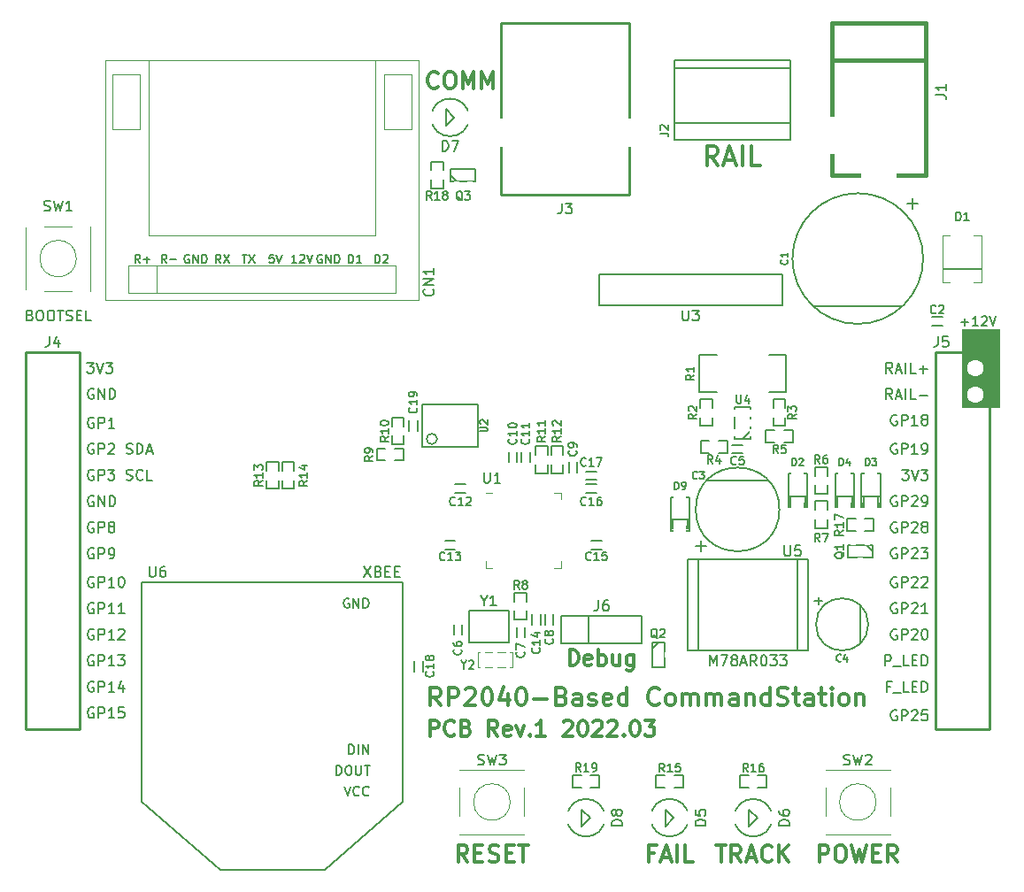
<source format=gto>
%TF.GenerationSoftware,KiCad,Pcbnew,(5.1.12)-1*%
%TF.CreationDate,2022-03-07T16:27:53+09:00*%
%TF.ProjectId,RP2040CommandStation,52503230-3430-4436-9f6d-6d616e645374,rev?*%
%TF.SameCoordinates,PX6cb8080PY8d24d00*%
%TF.FileFunction,Legend,Top*%
%TF.FilePolarity,Positive*%
%FSLAX46Y46*%
G04 Gerber Fmt 4.6, Leading zero omitted, Abs format (unit mm)*
G04 Created by KiCad (PCBNEW (5.1.12)-1) date 2022-03-07 16:27:53*
%MOMM*%
%LPD*%
G01*
G04 APERTURE LIST*
%ADD10C,0.180000*%
%ADD11C,0.100000*%
%ADD12C,0.320000*%
%ADD13C,0.350000*%
%ADD14C,0.200000*%
%ADD15C,0.300000*%
%ADD16C,0.150000*%
%ADD17C,0.120000*%
%ADD18C,0.381000*%
%ADD19C,0.250000*%
%ADD20C,0.140000*%
%ADD21C,0.203200*%
%ADD22C,2.000000*%
%ADD23R,0.500000X0.550000*%
%ADD24R,0.550000X0.500000*%
%ADD25R,1.000000X0.700000*%
%ADD26C,1.600000*%
%ADD27C,1.400000*%
%ADD28R,1.600000X1.600000*%
%ADD29R,2.200000X1.850000*%
%ADD30R,1.200000X0.850000*%
%ADD31C,1.524000*%
%ADD32C,3.200000*%
%ADD33R,3.500120X3.500120*%
%ADD34R,2.200000X3.600000*%
%ADD35C,2.500000*%
%ADD36C,2.700000*%
%ADD37R,0.600000X0.800000*%
%ADD38R,0.800000X0.600000*%
%ADD39R,1.500000X3.200000*%
%ADD40R,0.900000X0.700000*%
%ADD41R,0.700000X0.900000*%
%ADD42C,1.700000*%
%ADD43R,0.800000X1.300000*%
%ADD44R,2.000000X2.000000*%
%ADD45R,1.400000X1.400000*%
%ADD46R,1.400000X1.100000*%
%ADD47R,0.400000X1.900000*%
G04 APERTURE END LIST*
D10*
X32325857Y26450000D02*
X32240142Y26492858D01*
X32111571Y26492858D01*
X31983000Y26450000D01*
X31897285Y26364286D01*
X31854428Y26278572D01*
X31811571Y26107143D01*
X31811571Y25978572D01*
X31854428Y25807143D01*
X31897285Y25721429D01*
X31983000Y25635715D01*
X32111571Y25592858D01*
X32197285Y25592858D01*
X32325857Y25635715D01*
X32368714Y25678572D01*
X32368714Y25978572D01*
X32197285Y25978572D01*
X32754428Y25592858D02*
X32754428Y26492858D01*
X33268714Y25592858D01*
X33268714Y26492858D01*
X33697285Y25592858D02*
X33697285Y26492858D01*
X33911571Y26492858D01*
X34040142Y26450000D01*
X34125857Y26364286D01*
X34168714Y26278572D01*
X34211571Y26107143D01*
X34211571Y25978572D01*
X34168714Y25807143D01*
X34125857Y25721429D01*
X34040142Y25635715D01*
X33911571Y25592858D01*
X33697285Y25592858D01*
X32325857Y11592858D02*
X32325857Y12492858D01*
X32540142Y12492858D01*
X32668714Y12450000D01*
X32754428Y12364286D01*
X32797285Y12278572D01*
X32840142Y12107143D01*
X32840142Y11978572D01*
X32797285Y11807143D01*
X32754428Y11721429D01*
X32668714Y11635715D01*
X32540142Y11592858D01*
X32325857Y11592858D01*
X33225857Y11592858D02*
X33225857Y12492858D01*
X33654428Y11592858D02*
X33654428Y12492858D01*
X34168714Y11592858D01*
X34168714Y12492858D01*
X31125857Y9592858D02*
X31125857Y10492858D01*
X31340142Y10492858D01*
X31468714Y10450000D01*
X31554428Y10364286D01*
X31597285Y10278572D01*
X31640142Y10107143D01*
X31640142Y9978572D01*
X31597285Y9807143D01*
X31554428Y9721429D01*
X31468714Y9635715D01*
X31340142Y9592858D01*
X31125857Y9592858D01*
X32197285Y10492858D02*
X32368714Y10492858D01*
X32454428Y10450000D01*
X32540142Y10364286D01*
X32583000Y10192858D01*
X32583000Y9892858D01*
X32540142Y9721429D01*
X32454428Y9635715D01*
X32368714Y9592858D01*
X32197285Y9592858D01*
X32111571Y9635715D01*
X32025857Y9721429D01*
X31983000Y9892858D01*
X31983000Y10192858D01*
X32025857Y10364286D01*
X32111571Y10450000D01*
X32197285Y10492858D01*
X32968714Y10492858D02*
X32968714Y9764286D01*
X33011571Y9678572D01*
X33054428Y9635715D01*
X33140142Y9592858D01*
X33311571Y9592858D01*
X33397285Y9635715D01*
X33440142Y9678572D01*
X33483000Y9764286D01*
X33483000Y10492858D01*
X33783000Y10492858D02*
X34297285Y10492858D01*
X34040142Y9592858D02*
X34040142Y10492858D01*
X31897285Y8492858D02*
X32197285Y7592858D01*
X32497285Y8492858D01*
X33311571Y7678572D02*
X33268714Y7635715D01*
X33140142Y7592858D01*
X33054428Y7592858D01*
X32925857Y7635715D01*
X32840142Y7721429D01*
X32797285Y7807143D01*
X32754428Y7978572D01*
X32754428Y8107143D01*
X32797285Y8278572D01*
X32840142Y8364286D01*
X32925857Y8450000D01*
X33054428Y8492858D01*
X33140142Y8492858D01*
X33268714Y8450000D01*
X33311571Y8407143D01*
X34211571Y7678572D02*
X34168714Y7635715D01*
X34040142Y7592858D01*
X33954428Y7592858D01*
X33825857Y7635715D01*
X33740142Y7721429D01*
X33697285Y7807143D01*
X33654428Y7978572D01*
X33654428Y8107143D01*
X33697285Y8278572D01*
X33740142Y8364286D01*
X33825857Y8450000D01*
X33954428Y8492858D01*
X34040142Y8492858D01*
X34168714Y8450000D01*
X34211571Y8407143D01*
X90914285Y52935715D02*
X91600000Y52935715D01*
X91257142Y52592858D02*
X91257142Y53278572D01*
X92500000Y52592858D02*
X91985714Y52592858D01*
X92242857Y52592858D02*
X92242857Y53492858D01*
X92157142Y53364286D01*
X92071428Y53278572D01*
X91985714Y53235715D01*
X92842857Y53407143D02*
X92885714Y53450000D01*
X92971428Y53492858D01*
X93185714Y53492858D01*
X93271428Y53450000D01*
X93314285Y53407143D01*
X93357142Y53321429D01*
X93357142Y53235715D01*
X93314285Y53107143D01*
X92800000Y52592858D01*
X93357142Y52592858D01*
X93614285Y53492858D02*
X93914285Y52592858D01*
X94214285Y53492858D01*
D11*
G36*
X94500000Y44750000D02*
G01*
X91000000Y44750000D01*
X91000000Y52250000D01*
X94500000Y52250000D01*
X94500000Y44750000D01*
G37*
X94500000Y44750000D02*
X91000000Y44750000D01*
X91000000Y52250000D01*
X94500000Y52250000D01*
X94500000Y44750000D01*
D12*
X40828571Y75428572D02*
X40752380Y75352381D01*
X40523809Y75276191D01*
X40371428Y75276191D01*
X40142857Y75352381D01*
X39990476Y75504762D01*
X39914285Y75657143D01*
X39838095Y75961905D01*
X39838095Y76190477D01*
X39914285Y76495239D01*
X39990476Y76647620D01*
X40142857Y76800000D01*
X40371428Y76876191D01*
X40523809Y76876191D01*
X40752380Y76800000D01*
X40828571Y76723810D01*
X41819047Y76876191D02*
X42123809Y76876191D01*
X42276190Y76800000D01*
X42428571Y76647620D01*
X42504761Y76342858D01*
X42504761Y75809524D01*
X42428571Y75504762D01*
X42276190Y75352381D01*
X42123809Y75276191D01*
X41819047Y75276191D01*
X41666666Y75352381D01*
X41514285Y75504762D01*
X41438095Y75809524D01*
X41438095Y76342858D01*
X41514285Y76647620D01*
X41666666Y76800000D01*
X41819047Y76876191D01*
X43190476Y75276191D02*
X43190476Y76876191D01*
X43723809Y75733334D01*
X44257142Y76876191D01*
X44257142Y75276191D01*
X45019047Y75276191D02*
X45019047Y76876191D01*
X45552380Y75733334D01*
X46085714Y76876191D01*
X46085714Y75276191D01*
X61514285Y2114286D02*
X60980952Y2114286D01*
X60980952Y1276191D02*
X60980952Y2876191D01*
X61742857Y2876191D01*
X62276190Y1733334D02*
X63038095Y1733334D01*
X62123809Y1276191D02*
X62657142Y2876191D01*
X63190476Y1276191D01*
X63723809Y1276191D02*
X63723809Y2876191D01*
X65247619Y1276191D02*
X64485714Y1276191D01*
X64485714Y2876191D01*
X67457142Y2876191D02*
X68371428Y2876191D01*
X67914285Y1276191D02*
X67914285Y2876191D01*
X69819047Y1276191D02*
X69285714Y2038096D01*
X68904761Y1276191D02*
X68904761Y2876191D01*
X69514285Y2876191D01*
X69666666Y2800000D01*
X69742857Y2723810D01*
X69819047Y2571429D01*
X69819047Y2342858D01*
X69742857Y2190477D01*
X69666666Y2114286D01*
X69514285Y2038096D01*
X68904761Y2038096D01*
X70428571Y1733334D02*
X71190476Y1733334D01*
X70276190Y1276191D02*
X70809523Y2876191D01*
X71342857Y1276191D01*
X72790476Y1428572D02*
X72714285Y1352381D01*
X72485714Y1276191D01*
X72333333Y1276191D01*
X72104761Y1352381D01*
X71952380Y1504762D01*
X71876190Y1657143D01*
X71800000Y1961905D01*
X71800000Y2190477D01*
X71876190Y2495239D01*
X71952380Y2647620D01*
X72104761Y2800000D01*
X72333333Y2876191D01*
X72485714Y2876191D01*
X72714285Y2800000D01*
X72790476Y2723810D01*
X73476190Y1276191D02*
X73476190Y2876191D01*
X74390476Y1276191D02*
X73704761Y2190477D01*
X74390476Y2876191D02*
X73476190Y1961905D01*
X77304761Y1276191D02*
X77304761Y2876191D01*
X77914285Y2876191D01*
X78066666Y2800000D01*
X78142857Y2723810D01*
X78219047Y2571429D01*
X78219047Y2342858D01*
X78142857Y2190477D01*
X78066666Y2114286D01*
X77914285Y2038096D01*
X77304761Y2038096D01*
X79209523Y2876191D02*
X79514285Y2876191D01*
X79666666Y2800000D01*
X79819047Y2647620D01*
X79895238Y2342858D01*
X79895238Y1809524D01*
X79819047Y1504762D01*
X79666666Y1352381D01*
X79514285Y1276191D01*
X79209523Y1276191D01*
X79057142Y1352381D01*
X78904761Y1504762D01*
X78828571Y1809524D01*
X78828571Y2342858D01*
X78904761Y2647620D01*
X79057142Y2800000D01*
X79209523Y2876191D01*
X80428571Y2876191D02*
X80809523Y1276191D01*
X81114285Y2419048D01*
X81419047Y1276191D01*
X81800000Y2876191D01*
X82409523Y2114286D02*
X82942857Y2114286D01*
X83171428Y1276191D02*
X82409523Y1276191D01*
X82409523Y2876191D01*
X83171428Y2876191D01*
X84771428Y1276191D02*
X84238095Y2038096D01*
X83857142Y1276191D02*
X83857142Y2876191D01*
X84466666Y2876191D01*
X84619047Y2800000D01*
X84695238Y2723810D01*
X84771428Y2571429D01*
X84771428Y2342858D01*
X84695238Y2190477D01*
X84619047Y2114286D01*
X84466666Y2038096D01*
X83857142Y2038096D01*
X43676190Y1276191D02*
X43142857Y2038096D01*
X42761904Y1276191D02*
X42761904Y2876191D01*
X43371428Y2876191D01*
X43523809Y2800000D01*
X43600000Y2723810D01*
X43676190Y2571429D01*
X43676190Y2342858D01*
X43600000Y2190477D01*
X43523809Y2114286D01*
X43371428Y2038096D01*
X42761904Y2038096D01*
X44361904Y2114286D02*
X44895238Y2114286D01*
X45123809Y1276191D02*
X44361904Y1276191D01*
X44361904Y2876191D01*
X45123809Y2876191D01*
X45733333Y1352381D02*
X45961904Y1276191D01*
X46342857Y1276191D01*
X46495238Y1352381D01*
X46571428Y1428572D01*
X46647619Y1580953D01*
X46647619Y1733334D01*
X46571428Y1885715D01*
X46495238Y1961905D01*
X46342857Y2038096D01*
X46038095Y2114286D01*
X45885714Y2190477D01*
X45809523Y2266667D01*
X45733333Y2419048D01*
X45733333Y2571429D01*
X45809523Y2723810D01*
X45885714Y2800000D01*
X46038095Y2876191D01*
X46419047Y2876191D01*
X46647619Y2800000D01*
X47333333Y2114286D02*
X47866666Y2114286D01*
X48095238Y1276191D02*
X47333333Y1276191D01*
X47333333Y2876191D01*
X48095238Y2876191D01*
X48552380Y2876191D02*
X49466666Y2876191D01*
X49009523Y1276191D02*
X49009523Y2876191D01*
D13*
X67628571Y67935715D02*
X67028571Y68792858D01*
X66600000Y67935715D02*
X66600000Y69735715D01*
X67285714Y69735715D01*
X67457142Y69650000D01*
X67542857Y69564286D01*
X67628571Y69392858D01*
X67628571Y69135715D01*
X67542857Y68964286D01*
X67457142Y68878572D01*
X67285714Y68792858D01*
X66600000Y68792858D01*
X68314285Y68450000D02*
X69171428Y68450000D01*
X68142857Y67935715D02*
X68742857Y69735715D01*
X69342857Y67935715D01*
X69942857Y67935715D02*
X69942857Y69735715D01*
X71657142Y67935715D02*
X70800000Y67935715D01*
X70800000Y69735715D01*
D14*
X84298571Y48047620D02*
X83965238Y48523810D01*
X83727142Y48047620D02*
X83727142Y49047620D01*
X84108095Y49047620D01*
X84203333Y49000000D01*
X84250952Y48952381D01*
X84298571Y48857143D01*
X84298571Y48714286D01*
X84250952Y48619048D01*
X84203333Y48571429D01*
X84108095Y48523810D01*
X83727142Y48523810D01*
X84679523Y48333334D02*
X85155714Y48333334D01*
X84584285Y48047620D02*
X84917619Y49047620D01*
X85250952Y48047620D01*
X85584285Y48047620D02*
X85584285Y49047620D01*
X86536666Y48047620D02*
X86060476Y48047620D01*
X86060476Y49047620D01*
X86870000Y48428572D02*
X87631904Y48428572D01*
X87250952Y48047620D02*
X87250952Y48809524D01*
X84298571Y45547620D02*
X83965238Y46023810D01*
X83727142Y45547620D02*
X83727142Y46547620D01*
X84108095Y46547620D01*
X84203333Y46500000D01*
X84250952Y46452381D01*
X84298571Y46357143D01*
X84298571Y46214286D01*
X84250952Y46119048D01*
X84203333Y46071429D01*
X84108095Y46023810D01*
X83727142Y46023810D01*
X84679523Y45833334D02*
X85155714Y45833334D01*
X84584285Y45547620D02*
X84917619Y46547620D01*
X85250952Y45547620D01*
X85584285Y45547620D02*
X85584285Y46547620D01*
X86536666Y45547620D02*
X86060476Y45547620D01*
X86060476Y46547620D01*
X86870000Y45928572D02*
X87631904Y45928572D01*
X84727142Y44000000D02*
X84631904Y44047620D01*
X84489047Y44047620D01*
X84346190Y44000000D01*
X84250952Y43904762D01*
X84203333Y43809524D01*
X84155714Y43619048D01*
X84155714Y43476191D01*
X84203333Y43285715D01*
X84250952Y43190477D01*
X84346190Y43095239D01*
X84489047Y43047620D01*
X84584285Y43047620D01*
X84727142Y43095239D01*
X84774761Y43142858D01*
X84774761Y43476191D01*
X84584285Y43476191D01*
X85203333Y43047620D02*
X85203333Y44047620D01*
X85584285Y44047620D01*
X85679523Y44000000D01*
X85727142Y43952381D01*
X85774761Y43857143D01*
X85774761Y43714286D01*
X85727142Y43619048D01*
X85679523Y43571429D01*
X85584285Y43523810D01*
X85203333Y43523810D01*
X86727142Y43047620D02*
X86155714Y43047620D01*
X86441428Y43047620D02*
X86441428Y44047620D01*
X86346190Y43904762D01*
X86250952Y43809524D01*
X86155714Y43761905D01*
X87298571Y43619048D02*
X87203333Y43666667D01*
X87155714Y43714286D01*
X87108095Y43809524D01*
X87108095Y43857143D01*
X87155714Y43952381D01*
X87203333Y44000000D01*
X87298571Y44047620D01*
X87489047Y44047620D01*
X87584285Y44000000D01*
X87631904Y43952381D01*
X87679523Y43857143D01*
X87679523Y43809524D01*
X87631904Y43714286D01*
X87584285Y43666667D01*
X87489047Y43619048D01*
X87298571Y43619048D01*
X87203333Y43571429D01*
X87155714Y43523810D01*
X87108095Y43428572D01*
X87108095Y43238096D01*
X87155714Y43142858D01*
X87203333Y43095239D01*
X87298571Y43047620D01*
X87489047Y43047620D01*
X87584285Y43095239D01*
X87631904Y43142858D01*
X87679523Y43238096D01*
X87679523Y43428572D01*
X87631904Y43523810D01*
X87584285Y43571429D01*
X87489047Y43619048D01*
X84727142Y41250000D02*
X84631904Y41297620D01*
X84489047Y41297620D01*
X84346190Y41250000D01*
X84250952Y41154762D01*
X84203333Y41059524D01*
X84155714Y40869048D01*
X84155714Y40726191D01*
X84203333Y40535715D01*
X84250952Y40440477D01*
X84346190Y40345239D01*
X84489047Y40297620D01*
X84584285Y40297620D01*
X84727142Y40345239D01*
X84774761Y40392858D01*
X84774761Y40726191D01*
X84584285Y40726191D01*
X85203333Y40297620D02*
X85203333Y41297620D01*
X85584285Y41297620D01*
X85679523Y41250000D01*
X85727142Y41202381D01*
X85774761Y41107143D01*
X85774761Y40964286D01*
X85727142Y40869048D01*
X85679523Y40821429D01*
X85584285Y40773810D01*
X85203333Y40773810D01*
X86727142Y40297620D02*
X86155714Y40297620D01*
X86441428Y40297620D02*
X86441428Y41297620D01*
X86346190Y41154762D01*
X86250952Y41059524D01*
X86155714Y41011905D01*
X87203333Y40297620D02*
X87393809Y40297620D01*
X87489047Y40345239D01*
X87536666Y40392858D01*
X87631904Y40535715D01*
X87679523Y40726191D01*
X87679523Y41107143D01*
X87631904Y41202381D01*
X87584285Y41250000D01*
X87489047Y41297620D01*
X87298571Y41297620D01*
X87203333Y41250000D01*
X87155714Y41202381D01*
X87108095Y41107143D01*
X87108095Y40869048D01*
X87155714Y40773810D01*
X87203333Y40726191D01*
X87298571Y40678572D01*
X87489047Y40678572D01*
X87584285Y40726191D01*
X87631904Y40773810D01*
X87679523Y40869048D01*
X85250952Y38797620D02*
X85870000Y38797620D01*
X85536666Y38416667D01*
X85679523Y38416667D01*
X85774761Y38369048D01*
X85822380Y38321429D01*
X85870000Y38226191D01*
X85870000Y37988096D01*
X85822380Y37892858D01*
X85774761Y37845239D01*
X85679523Y37797620D01*
X85393809Y37797620D01*
X85298571Y37845239D01*
X85250952Y37892858D01*
X86155714Y38797620D02*
X86489047Y37797620D01*
X86822380Y38797620D01*
X87060476Y38797620D02*
X87679523Y38797620D01*
X87346190Y38416667D01*
X87489047Y38416667D01*
X87584285Y38369048D01*
X87631904Y38321429D01*
X87679523Y38226191D01*
X87679523Y37988096D01*
X87631904Y37892858D01*
X87584285Y37845239D01*
X87489047Y37797620D01*
X87203333Y37797620D01*
X87108095Y37845239D01*
X87060476Y37892858D01*
X84727142Y36250000D02*
X84631904Y36297620D01*
X84489047Y36297620D01*
X84346190Y36250000D01*
X84250952Y36154762D01*
X84203333Y36059524D01*
X84155714Y35869048D01*
X84155714Y35726191D01*
X84203333Y35535715D01*
X84250952Y35440477D01*
X84346190Y35345239D01*
X84489047Y35297620D01*
X84584285Y35297620D01*
X84727142Y35345239D01*
X84774761Y35392858D01*
X84774761Y35726191D01*
X84584285Y35726191D01*
X85203333Y35297620D02*
X85203333Y36297620D01*
X85584285Y36297620D01*
X85679523Y36250000D01*
X85727142Y36202381D01*
X85774761Y36107143D01*
X85774761Y35964286D01*
X85727142Y35869048D01*
X85679523Y35821429D01*
X85584285Y35773810D01*
X85203333Y35773810D01*
X86155714Y36202381D02*
X86203333Y36250000D01*
X86298571Y36297620D01*
X86536666Y36297620D01*
X86631904Y36250000D01*
X86679523Y36202381D01*
X86727142Y36107143D01*
X86727142Y36011905D01*
X86679523Y35869048D01*
X86108095Y35297620D01*
X86727142Y35297620D01*
X87203333Y35297620D02*
X87393809Y35297620D01*
X87489047Y35345239D01*
X87536666Y35392858D01*
X87631904Y35535715D01*
X87679523Y35726191D01*
X87679523Y36107143D01*
X87631904Y36202381D01*
X87584285Y36250000D01*
X87489047Y36297620D01*
X87298571Y36297620D01*
X87203333Y36250000D01*
X87155714Y36202381D01*
X87108095Y36107143D01*
X87108095Y35869048D01*
X87155714Y35773810D01*
X87203333Y35726191D01*
X87298571Y35678572D01*
X87489047Y35678572D01*
X87584285Y35726191D01*
X87631904Y35773810D01*
X87679523Y35869048D01*
X84727142Y33750000D02*
X84631904Y33797620D01*
X84489047Y33797620D01*
X84346190Y33750000D01*
X84250952Y33654762D01*
X84203333Y33559524D01*
X84155714Y33369048D01*
X84155714Y33226191D01*
X84203333Y33035715D01*
X84250952Y32940477D01*
X84346190Y32845239D01*
X84489047Y32797620D01*
X84584285Y32797620D01*
X84727142Y32845239D01*
X84774761Y32892858D01*
X84774761Y33226191D01*
X84584285Y33226191D01*
X85203333Y32797620D02*
X85203333Y33797620D01*
X85584285Y33797620D01*
X85679523Y33750000D01*
X85727142Y33702381D01*
X85774761Y33607143D01*
X85774761Y33464286D01*
X85727142Y33369048D01*
X85679523Y33321429D01*
X85584285Y33273810D01*
X85203333Y33273810D01*
X86155714Y33702381D02*
X86203333Y33750000D01*
X86298571Y33797620D01*
X86536666Y33797620D01*
X86631904Y33750000D01*
X86679523Y33702381D01*
X86727142Y33607143D01*
X86727142Y33511905D01*
X86679523Y33369048D01*
X86108095Y32797620D01*
X86727142Y32797620D01*
X87298571Y33369048D02*
X87203333Y33416667D01*
X87155714Y33464286D01*
X87108095Y33559524D01*
X87108095Y33607143D01*
X87155714Y33702381D01*
X87203333Y33750000D01*
X87298571Y33797620D01*
X87489047Y33797620D01*
X87584285Y33750000D01*
X87631904Y33702381D01*
X87679523Y33607143D01*
X87679523Y33559524D01*
X87631904Y33464286D01*
X87584285Y33416667D01*
X87489047Y33369048D01*
X87298571Y33369048D01*
X87203333Y33321429D01*
X87155714Y33273810D01*
X87108095Y33178572D01*
X87108095Y32988096D01*
X87155714Y32892858D01*
X87203333Y32845239D01*
X87298571Y32797620D01*
X87489047Y32797620D01*
X87584285Y32845239D01*
X87631904Y32892858D01*
X87679523Y32988096D01*
X87679523Y33178572D01*
X87631904Y33273810D01*
X87584285Y33321429D01*
X87489047Y33369048D01*
X84727142Y31250000D02*
X84631904Y31297620D01*
X84489047Y31297620D01*
X84346190Y31250000D01*
X84250952Y31154762D01*
X84203333Y31059524D01*
X84155714Y30869048D01*
X84155714Y30726191D01*
X84203333Y30535715D01*
X84250952Y30440477D01*
X84346190Y30345239D01*
X84489047Y30297620D01*
X84584285Y30297620D01*
X84727142Y30345239D01*
X84774761Y30392858D01*
X84774761Y30726191D01*
X84584285Y30726191D01*
X85203333Y30297620D02*
X85203333Y31297620D01*
X85584285Y31297620D01*
X85679523Y31250000D01*
X85727142Y31202381D01*
X85774761Y31107143D01*
X85774761Y30964286D01*
X85727142Y30869048D01*
X85679523Y30821429D01*
X85584285Y30773810D01*
X85203333Y30773810D01*
X86155714Y31202381D02*
X86203333Y31250000D01*
X86298571Y31297620D01*
X86536666Y31297620D01*
X86631904Y31250000D01*
X86679523Y31202381D01*
X86727142Y31107143D01*
X86727142Y31011905D01*
X86679523Y30869048D01*
X86108095Y30297620D01*
X86727142Y30297620D01*
X87060476Y31297620D02*
X87679523Y31297620D01*
X87346190Y30916667D01*
X87489047Y30916667D01*
X87584285Y30869048D01*
X87631904Y30821429D01*
X87679523Y30726191D01*
X87679523Y30488096D01*
X87631904Y30392858D01*
X87584285Y30345239D01*
X87489047Y30297620D01*
X87203333Y30297620D01*
X87108095Y30345239D01*
X87060476Y30392858D01*
X84727142Y28500000D02*
X84631904Y28547620D01*
X84489047Y28547620D01*
X84346190Y28500000D01*
X84250952Y28404762D01*
X84203333Y28309524D01*
X84155714Y28119048D01*
X84155714Y27976191D01*
X84203333Y27785715D01*
X84250952Y27690477D01*
X84346190Y27595239D01*
X84489047Y27547620D01*
X84584285Y27547620D01*
X84727142Y27595239D01*
X84774761Y27642858D01*
X84774761Y27976191D01*
X84584285Y27976191D01*
X85203333Y27547620D02*
X85203333Y28547620D01*
X85584285Y28547620D01*
X85679523Y28500000D01*
X85727142Y28452381D01*
X85774761Y28357143D01*
X85774761Y28214286D01*
X85727142Y28119048D01*
X85679523Y28071429D01*
X85584285Y28023810D01*
X85203333Y28023810D01*
X86155714Y28452381D02*
X86203333Y28500000D01*
X86298571Y28547620D01*
X86536666Y28547620D01*
X86631904Y28500000D01*
X86679523Y28452381D01*
X86727142Y28357143D01*
X86727142Y28261905D01*
X86679523Y28119048D01*
X86108095Y27547620D01*
X86727142Y27547620D01*
X87108095Y28452381D02*
X87155714Y28500000D01*
X87250952Y28547620D01*
X87489047Y28547620D01*
X87584285Y28500000D01*
X87631904Y28452381D01*
X87679523Y28357143D01*
X87679523Y28261905D01*
X87631904Y28119048D01*
X87060476Y27547620D01*
X87679523Y27547620D01*
X84727142Y26000000D02*
X84631904Y26047620D01*
X84489047Y26047620D01*
X84346190Y26000000D01*
X84250952Y25904762D01*
X84203333Y25809524D01*
X84155714Y25619048D01*
X84155714Y25476191D01*
X84203333Y25285715D01*
X84250952Y25190477D01*
X84346190Y25095239D01*
X84489047Y25047620D01*
X84584285Y25047620D01*
X84727142Y25095239D01*
X84774761Y25142858D01*
X84774761Y25476191D01*
X84584285Y25476191D01*
X85203333Y25047620D02*
X85203333Y26047620D01*
X85584285Y26047620D01*
X85679523Y26000000D01*
X85727142Y25952381D01*
X85774761Y25857143D01*
X85774761Y25714286D01*
X85727142Y25619048D01*
X85679523Y25571429D01*
X85584285Y25523810D01*
X85203333Y25523810D01*
X86155714Y25952381D02*
X86203333Y26000000D01*
X86298571Y26047620D01*
X86536666Y26047620D01*
X86631904Y26000000D01*
X86679523Y25952381D01*
X86727142Y25857143D01*
X86727142Y25761905D01*
X86679523Y25619048D01*
X86108095Y25047620D01*
X86727142Y25047620D01*
X87679523Y25047620D02*
X87108095Y25047620D01*
X87393809Y25047620D02*
X87393809Y26047620D01*
X87298571Y25904762D01*
X87203333Y25809524D01*
X87108095Y25761905D01*
X84727142Y23500000D02*
X84631904Y23547620D01*
X84489047Y23547620D01*
X84346190Y23500000D01*
X84250952Y23404762D01*
X84203333Y23309524D01*
X84155714Y23119048D01*
X84155714Y22976191D01*
X84203333Y22785715D01*
X84250952Y22690477D01*
X84346190Y22595239D01*
X84489047Y22547620D01*
X84584285Y22547620D01*
X84727142Y22595239D01*
X84774761Y22642858D01*
X84774761Y22976191D01*
X84584285Y22976191D01*
X85203333Y22547620D02*
X85203333Y23547620D01*
X85584285Y23547620D01*
X85679523Y23500000D01*
X85727142Y23452381D01*
X85774761Y23357143D01*
X85774761Y23214286D01*
X85727142Y23119048D01*
X85679523Y23071429D01*
X85584285Y23023810D01*
X85203333Y23023810D01*
X86155714Y23452381D02*
X86203333Y23500000D01*
X86298571Y23547620D01*
X86536666Y23547620D01*
X86631904Y23500000D01*
X86679523Y23452381D01*
X86727142Y23357143D01*
X86727142Y23261905D01*
X86679523Y23119048D01*
X86108095Y22547620D01*
X86727142Y22547620D01*
X87346190Y23547620D02*
X87441428Y23547620D01*
X87536666Y23500000D01*
X87584285Y23452381D01*
X87631904Y23357143D01*
X87679523Y23166667D01*
X87679523Y22928572D01*
X87631904Y22738096D01*
X87584285Y22642858D01*
X87536666Y22595239D01*
X87441428Y22547620D01*
X87346190Y22547620D01*
X87250952Y22595239D01*
X87203333Y22642858D01*
X87155714Y22738096D01*
X87108095Y22928572D01*
X87108095Y23166667D01*
X87155714Y23357143D01*
X87203333Y23452381D01*
X87250952Y23500000D01*
X87346190Y23547620D01*
X83631904Y20047620D02*
X83631904Y21047620D01*
X84012857Y21047620D01*
X84108095Y21000000D01*
X84155714Y20952381D01*
X84203333Y20857143D01*
X84203333Y20714286D01*
X84155714Y20619048D01*
X84108095Y20571429D01*
X84012857Y20523810D01*
X83631904Y20523810D01*
X84393809Y19952381D02*
X85155714Y19952381D01*
X85870000Y20047620D02*
X85393809Y20047620D01*
X85393809Y21047620D01*
X86203333Y20571429D02*
X86536666Y20571429D01*
X86679523Y20047620D02*
X86203333Y20047620D01*
X86203333Y21047620D01*
X86679523Y21047620D01*
X87108095Y20047620D02*
X87108095Y21047620D01*
X87346190Y21047620D01*
X87489047Y21000000D01*
X87584285Y20904762D01*
X87631904Y20809524D01*
X87679523Y20619048D01*
X87679523Y20476191D01*
X87631904Y20285715D01*
X87584285Y20190477D01*
X87489047Y20095239D01*
X87346190Y20047620D01*
X87108095Y20047620D01*
X84108095Y18071429D02*
X83774761Y18071429D01*
X83774761Y17547620D02*
X83774761Y18547620D01*
X84250952Y18547620D01*
X84393809Y17452381D02*
X85155714Y17452381D01*
X85870000Y17547620D02*
X85393809Y17547620D01*
X85393809Y18547620D01*
X86203333Y18071429D02*
X86536666Y18071429D01*
X86679523Y17547620D02*
X86203333Y17547620D01*
X86203333Y18547620D01*
X86679523Y18547620D01*
X87108095Y17547620D02*
X87108095Y18547620D01*
X87346190Y18547620D01*
X87489047Y18500000D01*
X87584285Y18404762D01*
X87631904Y18309524D01*
X87679523Y18119048D01*
X87679523Y17976191D01*
X87631904Y17785715D01*
X87584285Y17690477D01*
X87489047Y17595239D01*
X87346190Y17547620D01*
X87108095Y17547620D01*
X84727142Y15750000D02*
X84631904Y15797620D01*
X84489047Y15797620D01*
X84346190Y15750000D01*
X84250952Y15654762D01*
X84203333Y15559524D01*
X84155714Y15369048D01*
X84155714Y15226191D01*
X84203333Y15035715D01*
X84250952Y14940477D01*
X84346190Y14845239D01*
X84489047Y14797620D01*
X84584285Y14797620D01*
X84727142Y14845239D01*
X84774761Y14892858D01*
X84774761Y15226191D01*
X84584285Y15226191D01*
X85203333Y14797620D02*
X85203333Y15797620D01*
X85584285Y15797620D01*
X85679523Y15750000D01*
X85727142Y15702381D01*
X85774761Y15607143D01*
X85774761Y15464286D01*
X85727142Y15369048D01*
X85679523Y15321429D01*
X85584285Y15273810D01*
X85203333Y15273810D01*
X86155714Y15702381D02*
X86203333Y15750000D01*
X86298571Y15797620D01*
X86536666Y15797620D01*
X86631904Y15750000D01*
X86679523Y15702381D01*
X86727142Y15607143D01*
X86727142Y15511905D01*
X86679523Y15369048D01*
X86108095Y14797620D01*
X86727142Y14797620D01*
X87631904Y15797620D02*
X87155714Y15797620D01*
X87108095Y15321429D01*
X87155714Y15369048D01*
X87250952Y15416667D01*
X87489047Y15416667D01*
X87584285Y15369048D01*
X87631904Y15321429D01*
X87679523Y15226191D01*
X87679523Y14988096D01*
X87631904Y14892858D01*
X87584285Y14845239D01*
X87489047Y14797620D01*
X87250952Y14797620D01*
X87155714Y14845239D01*
X87108095Y14892858D01*
X7272857Y49047620D02*
X7891904Y49047620D01*
X7558571Y48666667D01*
X7701428Y48666667D01*
X7796666Y48619048D01*
X7844285Y48571429D01*
X7891904Y48476191D01*
X7891904Y48238096D01*
X7844285Y48142858D01*
X7796666Y48095239D01*
X7701428Y48047620D01*
X7415714Y48047620D01*
X7320476Y48095239D01*
X7272857Y48142858D01*
X8177619Y49047620D02*
X8510952Y48047620D01*
X8844285Y49047620D01*
X9082380Y49047620D02*
X9701428Y49047620D01*
X9368095Y48666667D01*
X9510952Y48666667D01*
X9606190Y48619048D01*
X9653809Y48571429D01*
X9701428Y48476191D01*
X9701428Y48238096D01*
X9653809Y48142858D01*
X9606190Y48095239D01*
X9510952Y48047620D01*
X9225238Y48047620D01*
X9130000Y48095239D01*
X9082380Y48142858D01*
X7891904Y46500000D02*
X7796666Y46547620D01*
X7653809Y46547620D01*
X7510952Y46500000D01*
X7415714Y46404762D01*
X7368095Y46309524D01*
X7320476Y46119048D01*
X7320476Y45976191D01*
X7368095Y45785715D01*
X7415714Y45690477D01*
X7510952Y45595239D01*
X7653809Y45547620D01*
X7749047Y45547620D01*
X7891904Y45595239D01*
X7939523Y45642858D01*
X7939523Y45976191D01*
X7749047Y45976191D01*
X8368095Y45547620D02*
X8368095Y46547620D01*
X8939523Y45547620D01*
X8939523Y46547620D01*
X9415714Y45547620D02*
X9415714Y46547620D01*
X9653809Y46547620D01*
X9796666Y46500000D01*
X9891904Y46404762D01*
X9939523Y46309524D01*
X9987142Y46119048D01*
X9987142Y45976191D01*
X9939523Y45785715D01*
X9891904Y45690477D01*
X9796666Y45595239D01*
X9653809Y45547620D01*
X9415714Y45547620D01*
X7891904Y43750000D02*
X7796666Y43797620D01*
X7653809Y43797620D01*
X7510952Y43750000D01*
X7415714Y43654762D01*
X7368095Y43559524D01*
X7320476Y43369048D01*
X7320476Y43226191D01*
X7368095Y43035715D01*
X7415714Y42940477D01*
X7510952Y42845239D01*
X7653809Y42797620D01*
X7749047Y42797620D01*
X7891904Y42845239D01*
X7939523Y42892858D01*
X7939523Y43226191D01*
X7749047Y43226191D01*
X8368095Y42797620D02*
X8368095Y43797620D01*
X8749047Y43797620D01*
X8844285Y43750000D01*
X8891904Y43702381D01*
X8939523Y43607143D01*
X8939523Y43464286D01*
X8891904Y43369048D01*
X8844285Y43321429D01*
X8749047Y43273810D01*
X8368095Y43273810D01*
X9891904Y42797620D02*
X9320476Y42797620D01*
X9606190Y42797620D02*
X9606190Y43797620D01*
X9510952Y43654762D01*
X9415714Y43559524D01*
X9320476Y43511905D01*
X7891904Y41250000D02*
X7796666Y41297620D01*
X7653809Y41297620D01*
X7510952Y41250000D01*
X7415714Y41154762D01*
X7368095Y41059524D01*
X7320476Y40869048D01*
X7320476Y40726191D01*
X7368095Y40535715D01*
X7415714Y40440477D01*
X7510952Y40345239D01*
X7653809Y40297620D01*
X7749047Y40297620D01*
X7891904Y40345239D01*
X7939523Y40392858D01*
X7939523Y40726191D01*
X7749047Y40726191D01*
X8368095Y40297620D02*
X8368095Y41297620D01*
X8749047Y41297620D01*
X8844285Y41250000D01*
X8891904Y41202381D01*
X8939523Y41107143D01*
X8939523Y40964286D01*
X8891904Y40869048D01*
X8844285Y40821429D01*
X8749047Y40773810D01*
X8368095Y40773810D01*
X9320476Y41202381D02*
X9368095Y41250000D01*
X9463333Y41297620D01*
X9701428Y41297620D01*
X9796666Y41250000D01*
X9844285Y41202381D01*
X9891904Y41107143D01*
X9891904Y41011905D01*
X9844285Y40869048D01*
X9272857Y40297620D01*
X9891904Y40297620D01*
X11034761Y40345239D02*
X11177619Y40297620D01*
X11415714Y40297620D01*
X11510952Y40345239D01*
X11558571Y40392858D01*
X11606190Y40488096D01*
X11606190Y40583334D01*
X11558571Y40678572D01*
X11510952Y40726191D01*
X11415714Y40773810D01*
X11225238Y40821429D01*
X11130000Y40869048D01*
X11082380Y40916667D01*
X11034761Y41011905D01*
X11034761Y41107143D01*
X11082380Y41202381D01*
X11130000Y41250000D01*
X11225238Y41297620D01*
X11463333Y41297620D01*
X11606190Y41250000D01*
X12034761Y40297620D02*
X12034761Y41297620D01*
X12272857Y41297620D01*
X12415714Y41250000D01*
X12510952Y41154762D01*
X12558571Y41059524D01*
X12606190Y40869048D01*
X12606190Y40726191D01*
X12558571Y40535715D01*
X12510952Y40440477D01*
X12415714Y40345239D01*
X12272857Y40297620D01*
X12034761Y40297620D01*
X12987142Y40583334D02*
X13463333Y40583334D01*
X12891904Y40297620D02*
X13225238Y41297620D01*
X13558571Y40297620D01*
X7891904Y38750000D02*
X7796666Y38797620D01*
X7653809Y38797620D01*
X7510952Y38750000D01*
X7415714Y38654762D01*
X7368095Y38559524D01*
X7320476Y38369048D01*
X7320476Y38226191D01*
X7368095Y38035715D01*
X7415714Y37940477D01*
X7510952Y37845239D01*
X7653809Y37797620D01*
X7749047Y37797620D01*
X7891904Y37845239D01*
X7939523Y37892858D01*
X7939523Y38226191D01*
X7749047Y38226191D01*
X8368095Y37797620D02*
X8368095Y38797620D01*
X8749047Y38797620D01*
X8844285Y38750000D01*
X8891904Y38702381D01*
X8939523Y38607143D01*
X8939523Y38464286D01*
X8891904Y38369048D01*
X8844285Y38321429D01*
X8749047Y38273810D01*
X8368095Y38273810D01*
X9272857Y38797620D02*
X9891904Y38797620D01*
X9558571Y38416667D01*
X9701428Y38416667D01*
X9796666Y38369048D01*
X9844285Y38321429D01*
X9891904Y38226191D01*
X9891904Y37988096D01*
X9844285Y37892858D01*
X9796666Y37845239D01*
X9701428Y37797620D01*
X9415714Y37797620D01*
X9320476Y37845239D01*
X9272857Y37892858D01*
X11034761Y37845239D02*
X11177619Y37797620D01*
X11415714Y37797620D01*
X11510952Y37845239D01*
X11558571Y37892858D01*
X11606190Y37988096D01*
X11606190Y38083334D01*
X11558571Y38178572D01*
X11510952Y38226191D01*
X11415714Y38273810D01*
X11225238Y38321429D01*
X11130000Y38369048D01*
X11082380Y38416667D01*
X11034761Y38511905D01*
X11034761Y38607143D01*
X11082380Y38702381D01*
X11130000Y38750000D01*
X11225238Y38797620D01*
X11463333Y38797620D01*
X11606190Y38750000D01*
X12606190Y37892858D02*
X12558571Y37845239D01*
X12415714Y37797620D01*
X12320476Y37797620D01*
X12177619Y37845239D01*
X12082380Y37940477D01*
X12034761Y38035715D01*
X11987142Y38226191D01*
X11987142Y38369048D01*
X12034761Y38559524D01*
X12082380Y38654762D01*
X12177619Y38750000D01*
X12320476Y38797620D01*
X12415714Y38797620D01*
X12558571Y38750000D01*
X12606190Y38702381D01*
X13510952Y37797620D02*
X13034761Y37797620D01*
X13034761Y38797620D01*
X7891904Y36250000D02*
X7796666Y36297620D01*
X7653809Y36297620D01*
X7510952Y36250000D01*
X7415714Y36154762D01*
X7368095Y36059524D01*
X7320476Y35869048D01*
X7320476Y35726191D01*
X7368095Y35535715D01*
X7415714Y35440477D01*
X7510952Y35345239D01*
X7653809Y35297620D01*
X7749047Y35297620D01*
X7891904Y35345239D01*
X7939523Y35392858D01*
X7939523Y35726191D01*
X7749047Y35726191D01*
X8368095Y35297620D02*
X8368095Y36297620D01*
X8939523Y35297620D01*
X8939523Y36297620D01*
X9415714Y35297620D02*
X9415714Y36297620D01*
X9653809Y36297620D01*
X9796666Y36250000D01*
X9891904Y36154762D01*
X9939523Y36059524D01*
X9987142Y35869048D01*
X9987142Y35726191D01*
X9939523Y35535715D01*
X9891904Y35440477D01*
X9796666Y35345239D01*
X9653809Y35297620D01*
X9415714Y35297620D01*
X7891904Y33750000D02*
X7796666Y33797620D01*
X7653809Y33797620D01*
X7510952Y33750000D01*
X7415714Y33654762D01*
X7368095Y33559524D01*
X7320476Y33369048D01*
X7320476Y33226191D01*
X7368095Y33035715D01*
X7415714Y32940477D01*
X7510952Y32845239D01*
X7653809Y32797620D01*
X7749047Y32797620D01*
X7891904Y32845239D01*
X7939523Y32892858D01*
X7939523Y33226191D01*
X7749047Y33226191D01*
X8368095Y32797620D02*
X8368095Y33797620D01*
X8749047Y33797620D01*
X8844285Y33750000D01*
X8891904Y33702381D01*
X8939523Y33607143D01*
X8939523Y33464286D01*
X8891904Y33369048D01*
X8844285Y33321429D01*
X8749047Y33273810D01*
X8368095Y33273810D01*
X9510952Y33369048D02*
X9415714Y33416667D01*
X9368095Y33464286D01*
X9320476Y33559524D01*
X9320476Y33607143D01*
X9368095Y33702381D01*
X9415714Y33750000D01*
X9510952Y33797620D01*
X9701428Y33797620D01*
X9796666Y33750000D01*
X9844285Y33702381D01*
X9891904Y33607143D01*
X9891904Y33559524D01*
X9844285Y33464286D01*
X9796666Y33416667D01*
X9701428Y33369048D01*
X9510952Y33369048D01*
X9415714Y33321429D01*
X9368095Y33273810D01*
X9320476Y33178572D01*
X9320476Y32988096D01*
X9368095Y32892858D01*
X9415714Y32845239D01*
X9510952Y32797620D01*
X9701428Y32797620D01*
X9796666Y32845239D01*
X9844285Y32892858D01*
X9891904Y32988096D01*
X9891904Y33178572D01*
X9844285Y33273810D01*
X9796666Y33321429D01*
X9701428Y33369048D01*
X7891904Y31250000D02*
X7796666Y31297620D01*
X7653809Y31297620D01*
X7510952Y31250000D01*
X7415714Y31154762D01*
X7368095Y31059524D01*
X7320476Y30869048D01*
X7320476Y30726191D01*
X7368095Y30535715D01*
X7415714Y30440477D01*
X7510952Y30345239D01*
X7653809Y30297620D01*
X7749047Y30297620D01*
X7891904Y30345239D01*
X7939523Y30392858D01*
X7939523Y30726191D01*
X7749047Y30726191D01*
X8368095Y30297620D02*
X8368095Y31297620D01*
X8749047Y31297620D01*
X8844285Y31250000D01*
X8891904Y31202381D01*
X8939523Y31107143D01*
X8939523Y30964286D01*
X8891904Y30869048D01*
X8844285Y30821429D01*
X8749047Y30773810D01*
X8368095Y30773810D01*
X9415714Y30297620D02*
X9606190Y30297620D01*
X9701428Y30345239D01*
X9749047Y30392858D01*
X9844285Y30535715D01*
X9891904Y30726191D01*
X9891904Y31107143D01*
X9844285Y31202381D01*
X9796666Y31250000D01*
X9701428Y31297620D01*
X9510952Y31297620D01*
X9415714Y31250000D01*
X9368095Y31202381D01*
X9320476Y31107143D01*
X9320476Y30869048D01*
X9368095Y30773810D01*
X9415714Y30726191D01*
X9510952Y30678572D01*
X9701428Y30678572D01*
X9796666Y30726191D01*
X9844285Y30773810D01*
X9891904Y30869048D01*
X7891904Y28500000D02*
X7796666Y28547620D01*
X7653809Y28547620D01*
X7510952Y28500000D01*
X7415714Y28404762D01*
X7368095Y28309524D01*
X7320476Y28119048D01*
X7320476Y27976191D01*
X7368095Y27785715D01*
X7415714Y27690477D01*
X7510952Y27595239D01*
X7653809Y27547620D01*
X7749047Y27547620D01*
X7891904Y27595239D01*
X7939523Y27642858D01*
X7939523Y27976191D01*
X7749047Y27976191D01*
X8368095Y27547620D02*
X8368095Y28547620D01*
X8749047Y28547620D01*
X8844285Y28500000D01*
X8891904Y28452381D01*
X8939523Y28357143D01*
X8939523Y28214286D01*
X8891904Y28119048D01*
X8844285Y28071429D01*
X8749047Y28023810D01*
X8368095Y28023810D01*
X9891904Y27547620D02*
X9320476Y27547620D01*
X9606190Y27547620D02*
X9606190Y28547620D01*
X9510952Y28404762D01*
X9415714Y28309524D01*
X9320476Y28261905D01*
X10510952Y28547620D02*
X10606190Y28547620D01*
X10701428Y28500000D01*
X10749047Y28452381D01*
X10796666Y28357143D01*
X10844285Y28166667D01*
X10844285Y27928572D01*
X10796666Y27738096D01*
X10749047Y27642858D01*
X10701428Y27595239D01*
X10606190Y27547620D01*
X10510952Y27547620D01*
X10415714Y27595239D01*
X10368095Y27642858D01*
X10320476Y27738096D01*
X10272857Y27928572D01*
X10272857Y28166667D01*
X10320476Y28357143D01*
X10368095Y28452381D01*
X10415714Y28500000D01*
X10510952Y28547620D01*
X7891904Y26000000D02*
X7796666Y26047620D01*
X7653809Y26047620D01*
X7510952Y26000000D01*
X7415714Y25904762D01*
X7368095Y25809524D01*
X7320476Y25619048D01*
X7320476Y25476191D01*
X7368095Y25285715D01*
X7415714Y25190477D01*
X7510952Y25095239D01*
X7653809Y25047620D01*
X7749047Y25047620D01*
X7891904Y25095239D01*
X7939523Y25142858D01*
X7939523Y25476191D01*
X7749047Y25476191D01*
X8368095Y25047620D02*
X8368095Y26047620D01*
X8749047Y26047620D01*
X8844285Y26000000D01*
X8891904Y25952381D01*
X8939523Y25857143D01*
X8939523Y25714286D01*
X8891904Y25619048D01*
X8844285Y25571429D01*
X8749047Y25523810D01*
X8368095Y25523810D01*
X9891904Y25047620D02*
X9320476Y25047620D01*
X9606190Y25047620D02*
X9606190Y26047620D01*
X9510952Y25904762D01*
X9415714Y25809524D01*
X9320476Y25761905D01*
X10844285Y25047620D02*
X10272857Y25047620D01*
X10558571Y25047620D02*
X10558571Y26047620D01*
X10463333Y25904762D01*
X10368095Y25809524D01*
X10272857Y25761905D01*
X7891904Y23500000D02*
X7796666Y23547620D01*
X7653809Y23547620D01*
X7510952Y23500000D01*
X7415714Y23404762D01*
X7368095Y23309524D01*
X7320476Y23119048D01*
X7320476Y22976191D01*
X7368095Y22785715D01*
X7415714Y22690477D01*
X7510952Y22595239D01*
X7653809Y22547620D01*
X7749047Y22547620D01*
X7891904Y22595239D01*
X7939523Y22642858D01*
X7939523Y22976191D01*
X7749047Y22976191D01*
X8368095Y22547620D02*
X8368095Y23547620D01*
X8749047Y23547620D01*
X8844285Y23500000D01*
X8891904Y23452381D01*
X8939523Y23357143D01*
X8939523Y23214286D01*
X8891904Y23119048D01*
X8844285Y23071429D01*
X8749047Y23023810D01*
X8368095Y23023810D01*
X9891904Y22547620D02*
X9320476Y22547620D01*
X9606190Y22547620D02*
X9606190Y23547620D01*
X9510952Y23404762D01*
X9415714Y23309524D01*
X9320476Y23261905D01*
X10272857Y23452381D02*
X10320476Y23500000D01*
X10415714Y23547620D01*
X10653809Y23547620D01*
X10749047Y23500000D01*
X10796666Y23452381D01*
X10844285Y23357143D01*
X10844285Y23261905D01*
X10796666Y23119048D01*
X10225238Y22547620D01*
X10844285Y22547620D01*
X7891904Y21000000D02*
X7796666Y21047620D01*
X7653809Y21047620D01*
X7510952Y21000000D01*
X7415714Y20904762D01*
X7368095Y20809524D01*
X7320476Y20619048D01*
X7320476Y20476191D01*
X7368095Y20285715D01*
X7415714Y20190477D01*
X7510952Y20095239D01*
X7653809Y20047620D01*
X7749047Y20047620D01*
X7891904Y20095239D01*
X7939523Y20142858D01*
X7939523Y20476191D01*
X7749047Y20476191D01*
X8368095Y20047620D02*
X8368095Y21047620D01*
X8749047Y21047620D01*
X8844285Y21000000D01*
X8891904Y20952381D01*
X8939523Y20857143D01*
X8939523Y20714286D01*
X8891904Y20619048D01*
X8844285Y20571429D01*
X8749047Y20523810D01*
X8368095Y20523810D01*
X9891904Y20047620D02*
X9320476Y20047620D01*
X9606190Y20047620D02*
X9606190Y21047620D01*
X9510952Y20904762D01*
X9415714Y20809524D01*
X9320476Y20761905D01*
X10225238Y21047620D02*
X10844285Y21047620D01*
X10510952Y20666667D01*
X10653809Y20666667D01*
X10749047Y20619048D01*
X10796666Y20571429D01*
X10844285Y20476191D01*
X10844285Y20238096D01*
X10796666Y20142858D01*
X10749047Y20095239D01*
X10653809Y20047620D01*
X10368095Y20047620D01*
X10272857Y20095239D01*
X10225238Y20142858D01*
X7891904Y18500000D02*
X7796666Y18547620D01*
X7653809Y18547620D01*
X7510952Y18500000D01*
X7415714Y18404762D01*
X7368095Y18309524D01*
X7320476Y18119048D01*
X7320476Y17976191D01*
X7368095Y17785715D01*
X7415714Y17690477D01*
X7510952Y17595239D01*
X7653809Y17547620D01*
X7749047Y17547620D01*
X7891904Y17595239D01*
X7939523Y17642858D01*
X7939523Y17976191D01*
X7749047Y17976191D01*
X8368095Y17547620D02*
X8368095Y18547620D01*
X8749047Y18547620D01*
X8844285Y18500000D01*
X8891904Y18452381D01*
X8939523Y18357143D01*
X8939523Y18214286D01*
X8891904Y18119048D01*
X8844285Y18071429D01*
X8749047Y18023810D01*
X8368095Y18023810D01*
X9891904Y17547620D02*
X9320476Y17547620D01*
X9606190Y17547620D02*
X9606190Y18547620D01*
X9510952Y18404762D01*
X9415714Y18309524D01*
X9320476Y18261905D01*
X10749047Y18214286D02*
X10749047Y17547620D01*
X10510952Y18595239D02*
X10272857Y17880953D01*
X10891904Y17880953D01*
X7891904Y16000000D02*
X7796666Y16047620D01*
X7653809Y16047620D01*
X7510952Y16000000D01*
X7415714Y15904762D01*
X7368095Y15809524D01*
X7320476Y15619048D01*
X7320476Y15476191D01*
X7368095Y15285715D01*
X7415714Y15190477D01*
X7510952Y15095239D01*
X7653809Y15047620D01*
X7749047Y15047620D01*
X7891904Y15095239D01*
X7939523Y15142858D01*
X7939523Y15476191D01*
X7749047Y15476191D01*
X8368095Y15047620D02*
X8368095Y16047620D01*
X8749047Y16047620D01*
X8844285Y16000000D01*
X8891904Y15952381D01*
X8939523Y15857143D01*
X8939523Y15714286D01*
X8891904Y15619048D01*
X8844285Y15571429D01*
X8749047Y15523810D01*
X8368095Y15523810D01*
X9891904Y15047620D02*
X9320476Y15047620D01*
X9606190Y15047620D02*
X9606190Y16047620D01*
X9510952Y15904762D01*
X9415714Y15809524D01*
X9320476Y15761905D01*
X10796666Y16047620D02*
X10320476Y16047620D01*
X10272857Y15571429D01*
X10320476Y15619048D01*
X10415714Y15666667D01*
X10653809Y15666667D01*
X10749047Y15619048D01*
X10796666Y15571429D01*
X10844285Y15476191D01*
X10844285Y15238096D01*
X10796666Y15142858D01*
X10749047Y15095239D01*
X10653809Y15047620D01*
X10415714Y15047620D01*
X10320476Y15095239D01*
X10272857Y15142858D01*
D15*
X53428571Y20071429D02*
X53428571Y21571429D01*
X53785714Y21571429D01*
X54000000Y21500000D01*
X54142857Y21357143D01*
X54214285Y21214286D01*
X54285714Y20928572D01*
X54285714Y20714286D01*
X54214285Y20428572D01*
X54142857Y20285715D01*
X54000000Y20142858D01*
X53785714Y20071429D01*
X53428571Y20071429D01*
X55500000Y20142858D02*
X55357142Y20071429D01*
X55071428Y20071429D01*
X54928571Y20142858D01*
X54857142Y20285715D01*
X54857142Y20857143D01*
X54928571Y21000000D01*
X55071428Y21071429D01*
X55357142Y21071429D01*
X55500000Y21000000D01*
X55571428Y20857143D01*
X55571428Y20714286D01*
X54857142Y20571429D01*
X56214285Y20071429D02*
X56214285Y21571429D01*
X56214285Y21000000D02*
X56357142Y21071429D01*
X56642857Y21071429D01*
X56785714Y21000000D01*
X56857142Y20928572D01*
X56928571Y20785715D01*
X56928571Y20357143D01*
X56857142Y20214286D01*
X56785714Y20142858D01*
X56642857Y20071429D01*
X56357142Y20071429D01*
X56214285Y20142858D01*
X58214285Y21071429D02*
X58214285Y20071429D01*
X57571428Y21071429D02*
X57571428Y20285715D01*
X57642857Y20142858D01*
X57785714Y20071429D01*
X58000000Y20071429D01*
X58142857Y20142858D01*
X58214285Y20214286D01*
X59571428Y21071429D02*
X59571428Y19857143D01*
X59500000Y19714286D01*
X59428571Y19642858D01*
X59285714Y19571429D01*
X59071428Y19571429D01*
X58928571Y19642858D01*
X59571428Y20142858D02*
X59428571Y20071429D01*
X59142857Y20071429D01*
X59000000Y20142858D01*
X58928571Y20214286D01*
X58857142Y20357143D01*
X58857142Y20785715D01*
X58928571Y20928572D01*
X59000000Y21000000D01*
X59142857Y21071429D01*
X59428571Y21071429D01*
X59571428Y21000000D01*
X40052142Y13321429D02*
X40052142Y14821429D01*
X40623571Y14821429D01*
X40766428Y14750000D01*
X40837857Y14678572D01*
X40909285Y14535715D01*
X40909285Y14321429D01*
X40837857Y14178572D01*
X40766428Y14107143D01*
X40623571Y14035715D01*
X40052142Y14035715D01*
X42409285Y13464286D02*
X42337857Y13392858D01*
X42123571Y13321429D01*
X41980714Y13321429D01*
X41766428Y13392858D01*
X41623571Y13535715D01*
X41552142Y13678572D01*
X41480714Y13964286D01*
X41480714Y14178572D01*
X41552142Y14464286D01*
X41623571Y14607143D01*
X41766428Y14750000D01*
X41980714Y14821429D01*
X42123571Y14821429D01*
X42337857Y14750000D01*
X42409285Y14678572D01*
X43552142Y14107143D02*
X43766428Y14035715D01*
X43837857Y13964286D01*
X43909285Y13821429D01*
X43909285Y13607143D01*
X43837857Y13464286D01*
X43766428Y13392858D01*
X43623571Y13321429D01*
X43052142Y13321429D01*
X43052142Y14821429D01*
X43552142Y14821429D01*
X43695000Y14750000D01*
X43766428Y14678572D01*
X43837857Y14535715D01*
X43837857Y14392858D01*
X43766428Y14250000D01*
X43695000Y14178572D01*
X43552142Y14107143D01*
X43052142Y14107143D01*
X46552142Y13321429D02*
X46052142Y14035715D01*
X45695000Y13321429D02*
X45695000Y14821429D01*
X46266428Y14821429D01*
X46409285Y14750000D01*
X46480714Y14678572D01*
X46552142Y14535715D01*
X46552142Y14321429D01*
X46480714Y14178572D01*
X46409285Y14107143D01*
X46266428Y14035715D01*
X45695000Y14035715D01*
X47766428Y13392858D02*
X47623571Y13321429D01*
X47337857Y13321429D01*
X47195000Y13392858D01*
X47123571Y13535715D01*
X47123571Y14107143D01*
X47195000Y14250000D01*
X47337857Y14321429D01*
X47623571Y14321429D01*
X47766428Y14250000D01*
X47837857Y14107143D01*
X47837857Y13964286D01*
X47123571Y13821429D01*
X48337857Y14321429D02*
X48695000Y13321429D01*
X49052142Y14321429D01*
X49623571Y13464286D02*
X49695000Y13392858D01*
X49623571Y13321429D01*
X49552142Y13392858D01*
X49623571Y13464286D01*
X49623571Y13321429D01*
X51123571Y13321429D02*
X50266428Y13321429D01*
X50695000Y13321429D02*
X50695000Y14821429D01*
X50552142Y14607143D01*
X50409285Y14464286D01*
X50266428Y14392858D01*
X52837857Y14678572D02*
X52909285Y14750000D01*
X53052142Y14821429D01*
X53409285Y14821429D01*
X53552142Y14750000D01*
X53623571Y14678572D01*
X53695000Y14535715D01*
X53695000Y14392858D01*
X53623571Y14178572D01*
X52766428Y13321429D01*
X53695000Y13321429D01*
X54623571Y14821429D02*
X54766428Y14821429D01*
X54909285Y14750000D01*
X54980714Y14678572D01*
X55052142Y14535715D01*
X55123571Y14250000D01*
X55123571Y13892858D01*
X55052142Y13607143D01*
X54980714Y13464286D01*
X54909285Y13392858D01*
X54766428Y13321429D01*
X54623571Y13321429D01*
X54480714Y13392858D01*
X54409285Y13464286D01*
X54337857Y13607143D01*
X54266428Y13892858D01*
X54266428Y14250000D01*
X54337857Y14535715D01*
X54409285Y14678572D01*
X54480714Y14750000D01*
X54623571Y14821429D01*
X55695000Y14678572D02*
X55766428Y14750000D01*
X55909285Y14821429D01*
X56266428Y14821429D01*
X56409285Y14750000D01*
X56480714Y14678572D01*
X56552142Y14535715D01*
X56552142Y14392858D01*
X56480714Y14178572D01*
X55623571Y13321429D01*
X56552142Y13321429D01*
X57123571Y14678572D02*
X57195000Y14750000D01*
X57337857Y14821429D01*
X57695000Y14821429D01*
X57837857Y14750000D01*
X57909285Y14678572D01*
X57980714Y14535715D01*
X57980714Y14392858D01*
X57909285Y14178572D01*
X57052142Y13321429D01*
X57980714Y13321429D01*
X58623571Y13464286D02*
X58695000Y13392858D01*
X58623571Y13321429D01*
X58552142Y13392858D01*
X58623571Y13464286D01*
X58623571Y13321429D01*
X59623571Y14821429D02*
X59766428Y14821429D01*
X59909285Y14750000D01*
X59980714Y14678572D01*
X60052142Y14535715D01*
X60123571Y14250000D01*
X60123571Y13892858D01*
X60052142Y13607143D01*
X59980714Y13464286D01*
X59909285Y13392858D01*
X59766428Y13321429D01*
X59623571Y13321429D01*
X59480714Y13392858D01*
X59409285Y13464286D01*
X59337857Y13607143D01*
X59266428Y13892858D01*
X59266428Y14250000D01*
X59337857Y14535715D01*
X59409285Y14678572D01*
X59480714Y14750000D01*
X59623571Y14821429D01*
X60623571Y14821429D02*
X61552142Y14821429D01*
X61052142Y14250000D01*
X61266428Y14250000D01*
X61409285Y14178572D01*
X61480714Y14107143D01*
X61552142Y13964286D01*
X61552142Y13607143D01*
X61480714Y13464286D01*
X61409285Y13392858D01*
X61266428Y13321429D01*
X60837857Y13321429D01*
X60695000Y13392858D01*
X60623571Y13464286D01*
D13*
X41103690Y16230953D02*
X40537023Y17040477D01*
X40132261Y16230953D02*
X40132261Y17930953D01*
X40779880Y17930953D01*
X40941785Y17850000D01*
X41022738Y17769048D01*
X41103690Y17607143D01*
X41103690Y17364286D01*
X41022738Y17202381D01*
X40941785Y17121429D01*
X40779880Y17040477D01*
X40132261Y17040477D01*
X41832261Y16230953D02*
X41832261Y17930953D01*
X42479880Y17930953D01*
X42641785Y17850000D01*
X42722738Y17769048D01*
X42803690Y17607143D01*
X42803690Y17364286D01*
X42722738Y17202381D01*
X42641785Y17121429D01*
X42479880Y17040477D01*
X41832261Y17040477D01*
X43451309Y17769048D02*
X43532261Y17850000D01*
X43694166Y17930953D01*
X44098928Y17930953D01*
X44260833Y17850000D01*
X44341785Y17769048D01*
X44422738Y17607143D01*
X44422738Y17445239D01*
X44341785Y17202381D01*
X43370357Y16230953D01*
X44422738Y16230953D01*
X45475119Y17930953D02*
X45637023Y17930953D01*
X45798928Y17850000D01*
X45879880Y17769048D01*
X45960833Y17607143D01*
X46041785Y17283334D01*
X46041785Y16878572D01*
X45960833Y16554762D01*
X45879880Y16392858D01*
X45798928Y16311905D01*
X45637023Y16230953D01*
X45475119Y16230953D01*
X45313214Y16311905D01*
X45232261Y16392858D01*
X45151309Y16554762D01*
X45070357Y16878572D01*
X45070357Y17283334D01*
X45151309Y17607143D01*
X45232261Y17769048D01*
X45313214Y17850000D01*
X45475119Y17930953D01*
X47498928Y17364286D02*
X47498928Y16230953D01*
X47094166Y18011905D02*
X46689404Y16797620D01*
X47741785Y16797620D01*
X48713214Y17930953D02*
X48875119Y17930953D01*
X49037023Y17850000D01*
X49117976Y17769048D01*
X49198928Y17607143D01*
X49279880Y17283334D01*
X49279880Y16878572D01*
X49198928Y16554762D01*
X49117976Y16392858D01*
X49037023Y16311905D01*
X48875119Y16230953D01*
X48713214Y16230953D01*
X48551309Y16311905D01*
X48470357Y16392858D01*
X48389404Y16554762D01*
X48308452Y16878572D01*
X48308452Y17283334D01*
X48389404Y17607143D01*
X48470357Y17769048D01*
X48551309Y17850000D01*
X48713214Y17930953D01*
X50008452Y16878572D02*
X51303690Y16878572D01*
X52679880Y17121429D02*
X52922738Y17040477D01*
X53003690Y16959524D01*
X53084642Y16797620D01*
X53084642Y16554762D01*
X53003690Y16392858D01*
X52922738Y16311905D01*
X52760833Y16230953D01*
X52113214Y16230953D01*
X52113214Y17930953D01*
X52679880Y17930953D01*
X52841785Y17850000D01*
X52922738Y17769048D01*
X53003690Y17607143D01*
X53003690Y17445239D01*
X52922738Y17283334D01*
X52841785Y17202381D01*
X52679880Y17121429D01*
X52113214Y17121429D01*
X54541785Y16230953D02*
X54541785Y17121429D01*
X54460833Y17283334D01*
X54298928Y17364286D01*
X53975119Y17364286D01*
X53813214Y17283334D01*
X54541785Y16311905D02*
X54379880Y16230953D01*
X53975119Y16230953D01*
X53813214Y16311905D01*
X53732261Y16473810D01*
X53732261Y16635715D01*
X53813214Y16797620D01*
X53975119Y16878572D01*
X54379880Y16878572D01*
X54541785Y16959524D01*
X55270357Y16311905D02*
X55432261Y16230953D01*
X55756071Y16230953D01*
X55917976Y16311905D01*
X55998928Y16473810D01*
X55998928Y16554762D01*
X55917976Y16716667D01*
X55756071Y16797620D01*
X55513214Y16797620D01*
X55351309Y16878572D01*
X55270357Y17040477D01*
X55270357Y17121429D01*
X55351309Y17283334D01*
X55513214Y17364286D01*
X55756071Y17364286D01*
X55917976Y17283334D01*
X57375119Y16311905D02*
X57213214Y16230953D01*
X56889404Y16230953D01*
X56727500Y16311905D01*
X56646547Y16473810D01*
X56646547Y17121429D01*
X56727500Y17283334D01*
X56889404Y17364286D01*
X57213214Y17364286D01*
X57375119Y17283334D01*
X57456071Y17121429D01*
X57456071Y16959524D01*
X56646547Y16797620D01*
X58913214Y16230953D02*
X58913214Y17930953D01*
X58913214Y16311905D02*
X58751309Y16230953D01*
X58427500Y16230953D01*
X58265595Y16311905D01*
X58184642Y16392858D01*
X58103690Y16554762D01*
X58103690Y17040477D01*
X58184642Y17202381D01*
X58265595Y17283334D01*
X58427500Y17364286D01*
X58751309Y17364286D01*
X58913214Y17283334D01*
X61989404Y16392858D02*
X61908452Y16311905D01*
X61665595Y16230953D01*
X61503690Y16230953D01*
X61260833Y16311905D01*
X61098928Y16473810D01*
X61017976Y16635715D01*
X60937023Y16959524D01*
X60937023Y17202381D01*
X61017976Y17526191D01*
X61098928Y17688096D01*
X61260833Y17850000D01*
X61503690Y17930953D01*
X61665595Y17930953D01*
X61908452Y17850000D01*
X61989404Y17769048D01*
X62960833Y16230953D02*
X62798928Y16311905D01*
X62717976Y16392858D01*
X62637023Y16554762D01*
X62637023Y17040477D01*
X62717976Y17202381D01*
X62798928Y17283334D01*
X62960833Y17364286D01*
X63203690Y17364286D01*
X63365595Y17283334D01*
X63446547Y17202381D01*
X63527500Y17040477D01*
X63527500Y16554762D01*
X63446547Y16392858D01*
X63365595Y16311905D01*
X63203690Y16230953D01*
X62960833Y16230953D01*
X64256071Y16230953D02*
X64256071Y17364286D01*
X64256071Y17202381D02*
X64337023Y17283334D01*
X64498928Y17364286D01*
X64741785Y17364286D01*
X64903690Y17283334D01*
X64984642Y17121429D01*
X64984642Y16230953D01*
X64984642Y17121429D02*
X65065595Y17283334D01*
X65227500Y17364286D01*
X65470357Y17364286D01*
X65632261Y17283334D01*
X65713214Y17121429D01*
X65713214Y16230953D01*
X66522738Y16230953D02*
X66522738Y17364286D01*
X66522738Y17202381D02*
X66603690Y17283334D01*
X66765595Y17364286D01*
X67008452Y17364286D01*
X67170357Y17283334D01*
X67251309Y17121429D01*
X67251309Y16230953D01*
X67251309Y17121429D02*
X67332261Y17283334D01*
X67494166Y17364286D01*
X67737023Y17364286D01*
X67898928Y17283334D01*
X67979880Y17121429D01*
X67979880Y16230953D01*
X69517976Y16230953D02*
X69517976Y17121429D01*
X69437023Y17283334D01*
X69275119Y17364286D01*
X68951309Y17364286D01*
X68789404Y17283334D01*
X69517976Y16311905D02*
X69356071Y16230953D01*
X68951309Y16230953D01*
X68789404Y16311905D01*
X68708452Y16473810D01*
X68708452Y16635715D01*
X68789404Y16797620D01*
X68951309Y16878572D01*
X69356071Y16878572D01*
X69517976Y16959524D01*
X70327500Y17364286D02*
X70327500Y16230953D01*
X70327500Y17202381D02*
X70408452Y17283334D01*
X70570357Y17364286D01*
X70813214Y17364286D01*
X70975119Y17283334D01*
X71056071Y17121429D01*
X71056071Y16230953D01*
X72594166Y16230953D02*
X72594166Y17930953D01*
X72594166Y16311905D02*
X72432261Y16230953D01*
X72108452Y16230953D01*
X71946547Y16311905D01*
X71865595Y16392858D01*
X71784642Y16554762D01*
X71784642Y17040477D01*
X71865595Y17202381D01*
X71946547Y17283334D01*
X72108452Y17364286D01*
X72432261Y17364286D01*
X72594166Y17283334D01*
X73322738Y16311905D02*
X73565595Y16230953D01*
X73970357Y16230953D01*
X74132261Y16311905D01*
X74213214Y16392858D01*
X74294166Y16554762D01*
X74294166Y16716667D01*
X74213214Y16878572D01*
X74132261Y16959524D01*
X73970357Y17040477D01*
X73646547Y17121429D01*
X73484642Y17202381D01*
X73403690Y17283334D01*
X73322738Y17445239D01*
X73322738Y17607143D01*
X73403690Y17769048D01*
X73484642Y17850000D01*
X73646547Y17930953D01*
X74051309Y17930953D01*
X74294166Y17850000D01*
X74779880Y17364286D02*
X75427500Y17364286D01*
X75022738Y17930953D02*
X75022738Y16473810D01*
X75103690Y16311905D01*
X75265595Y16230953D01*
X75427500Y16230953D01*
X76722738Y16230953D02*
X76722738Y17121429D01*
X76641785Y17283334D01*
X76479880Y17364286D01*
X76156071Y17364286D01*
X75994166Y17283334D01*
X76722738Y16311905D02*
X76560833Y16230953D01*
X76156071Y16230953D01*
X75994166Y16311905D01*
X75913214Y16473810D01*
X75913214Y16635715D01*
X75994166Y16797620D01*
X76156071Y16878572D01*
X76560833Y16878572D01*
X76722738Y16959524D01*
X77289404Y17364286D02*
X77937023Y17364286D01*
X77532261Y17930953D02*
X77532261Y16473810D01*
X77613214Y16311905D01*
X77775119Y16230953D01*
X77937023Y16230953D01*
X78503690Y16230953D02*
X78503690Y17364286D01*
X78503690Y17930953D02*
X78422738Y17850000D01*
X78503690Y17769048D01*
X78584642Y17850000D01*
X78503690Y17930953D01*
X78503690Y17769048D01*
X79556071Y16230953D02*
X79394166Y16311905D01*
X79313214Y16392858D01*
X79232261Y16554762D01*
X79232261Y17040477D01*
X79313214Y17202381D01*
X79394166Y17283334D01*
X79556071Y17364286D01*
X79798928Y17364286D01*
X79960833Y17283334D01*
X80041785Y17202381D01*
X80122738Y17040477D01*
X80122738Y16554762D01*
X80041785Y16392858D01*
X79960833Y16311905D01*
X79798928Y16230953D01*
X79556071Y16230953D01*
X80851309Y17364286D02*
X80851309Y16230953D01*
X80851309Y17202381D02*
X80932261Y17283334D01*
X81094166Y17364286D01*
X81337023Y17364286D01*
X81498928Y17283334D01*
X81579880Y17121429D01*
X81579880Y16230953D01*
D10*
X1809523Y53571429D02*
X1952380Y53523810D01*
X2000000Y53476191D01*
X2047619Y53380953D01*
X2047619Y53238096D01*
X2000000Y53142858D01*
X1952380Y53095239D01*
X1857142Y53047620D01*
X1476190Y53047620D01*
X1476190Y54047620D01*
X1809523Y54047620D01*
X1904761Y54000000D01*
X1952380Y53952381D01*
X2000000Y53857143D01*
X2000000Y53761905D01*
X1952380Y53666667D01*
X1904761Y53619048D01*
X1809523Y53571429D01*
X1476190Y53571429D01*
X2666666Y54047620D02*
X2857142Y54047620D01*
X2952380Y54000000D01*
X3047619Y53904762D01*
X3095238Y53714286D01*
X3095238Y53380953D01*
X3047619Y53190477D01*
X2952380Y53095239D01*
X2857142Y53047620D01*
X2666666Y53047620D01*
X2571428Y53095239D01*
X2476190Y53190477D01*
X2428571Y53380953D01*
X2428571Y53714286D01*
X2476190Y53904762D01*
X2571428Y54000000D01*
X2666666Y54047620D01*
X3714285Y54047620D02*
X3904761Y54047620D01*
X4000000Y54000000D01*
X4095238Y53904762D01*
X4142857Y53714286D01*
X4142857Y53380953D01*
X4095238Y53190477D01*
X4000000Y53095239D01*
X3904761Y53047620D01*
X3714285Y53047620D01*
X3619047Y53095239D01*
X3523809Y53190477D01*
X3476190Y53380953D01*
X3476190Y53714286D01*
X3523809Y53904762D01*
X3619047Y54000000D01*
X3714285Y54047620D01*
X4428571Y54047620D02*
X5000000Y54047620D01*
X4714285Y53047620D02*
X4714285Y54047620D01*
X5285714Y53095239D02*
X5428571Y53047620D01*
X5666666Y53047620D01*
X5761904Y53095239D01*
X5809523Y53142858D01*
X5857142Y53238096D01*
X5857142Y53333334D01*
X5809523Y53428572D01*
X5761904Y53476191D01*
X5666666Y53523810D01*
X5476190Y53571429D01*
X5380952Y53619048D01*
X5333333Y53666667D01*
X5285714Y53761905D01*
X5285714Y53857143D01*
X5333333Y53952381D01*
X5380952Y54000000D01*
X5476190Y54047620D01*
X5714285Y54047620D01*
X5857142Y54000000D01*
X6285714Y53571429D02*
X6619047Y53571429D01*
X6761904Y53047620D02*
X6285714Y53047620D01*
X6285714Y54047620D01*
X6761904Y54047620D01*
X7666666Y53047620D02*
X7190476Y53047620D01*
X7190476Y54047620D01*
%TO.C,C8*%
X51100000Y24000000D02*
X51100000Y25000000D01*
X51900000Y25000000D02*
X51900000Y24000000D01*
%TO.C,C2*%
X88100000Y53400000D02*
X89100000Y53400000D01*
X89100000Y52600000D02*
X88100000Y52600000D01*
%TO.C,U4*%
X69250000Y41750000D02*
X70750000Y41750000D01*
X70750000Y44750000D02*
X70750000Y41750000D01*
X69250000Y44750000D02*
X70750000Y44750000D01*
X69250000Y41750000D02*
X69250000Y44750000D01*
X70000000Y41750000D02*
X70750000Y42500000D01*
%TO.C,C5*%
X69000000Y41150000D02*
X70000000Y41150000D01*
X70000000Y40350000D02*
X69000000Y40350000D01*
%TO.C,C18*%
X38600000Y19500000D02*
X38600000Y20500000D01*
X39400000Y20500000D02*
X39400000Y19500000D01*
%TO.C,C12*%
X42500000Y37400000D02*
X43500000Y37400000D01*
X43500000Y36600000D02*
X42500000Y36600000D01*
%TO.C,C13*%
X41500000Y32000000D02*
X42500000Y32000000D01*
X42500000Y31200000D02*
X41500000Y31200000D01*
%TO.C,C15*%
X56500000Y31200000D02*
X55500000Y31200000D01*
X55500000Y32000000D02*
X56500000Y32000000D01*
%TO.C,C10*%
X48400000Y40500000D02*
X48400000Y39500000D01*
X47600000Y39500000D02*
X47600000Y40500000D01*
%TO.C,C11*%
X49650000Y40500000D02*
X49650000Y39500000D01*
X48850000Y39500000D02*
X48850000Y40500000D01*
%TO.C,C9*%
X54150000Y39500000D02*
X54150000Y38500000D01*
X53350000Y38500000D02*
X53350000Y39500000D01*
%TO.C,C17*%
X56000000Y37850000D02*
X55000000Y37850000D01*
X55000000Y38650000D02*
X56000000Y38650000D01*
%TO.C,C16*%
X56000000Y36600000D02*
X55000000Y36600000D01*
X55000000Y37400000D02*
X56000000Y37400000D01*
%TO.C,C6*%
X43150000Y24000000D02*
X43150000Y23000000D01*
X42350000Y23000000D02*
X42350000Y24000000D01*
%TO.C,C7*%
X48350000Y22750000D02*
X48350000Y23750000D01*
X49150000Y23750000D02*
X49150000Y22750000D01*
%TO.C,C14*%
X49850000Y24000000D02*
X49850000Y25000000D01*
X50650000Y25000000D02*
X50650000Y24000000D01*
D14*
%TO.C,C1*%
X87250000Y59000000D02*
G75*
G03*
X87250000Y59000000I-6250000J0D01*
G01*
X85200000Y54400000D02*
X76800000Y54400000D01*
X86250000Y64750000D02*
X86250000Y63750000D01*
X86750000Y64250000D02*
X85750000Y64250000D01*
%TO.C,C3*%
X65500000Y31500000D02*
X66500000Y31500000D01*
X66000000Y31000000D02*
X66000000Y32000000D01*
X66600000Y37750000D02*
X72400000Y37750000D01*
X73500000Y35000000D02*
G75*
G03*
X73500000Y35000000I-4000000J0D01*
G01*
D16*
%TO.C,C4*%
X77250000Y26625000D02*
X77250000Y25875000D01*
X76875000Y26250000D02*
X77625000Y26250000D01*
X81250000Y25750000D02*
X81250000Y22250000D01*
X82000000Y24000000D02*
G75*
G03*
X82000000Y24000000I-2500000J0D01*
G01*
D17*
%TO.C,CN1*%
X34800000Y61200000D02*
X34800000Y78000000D01*
X13200000Y61200000D02*
X34800000Y61200000D01*
X13200000Y78000000D02*
X13200000Y61200000D01*
X13900000Y58300000D02*
X13900000Y55700000D01*
X36800000Y58300000D02*
X11200000Y58300000D01*
X36800000Y55700000D02*
X36800000Y58300000D01*
X11200000Y55700000D02*
X36800000Y55700000D01*
X11200000Y58300000D02*
X11200000Y55700000D01*
X35700000Y71350000D02*
X35700000Y76650000D01*
X38300000Y71350000D02*
X35700000Y71350000D01*
X38300000Y76650000D02*
X38300000Y71350000D01*
X35700000Y76650000D02*
X38300000Y76650000D01*
X9700000Y71350000D02*
X9700000Y76650000D01*
X12300000Y71350000D02*
X9700000Y71350000D01*
X12300000Y76650000D02*
X12300000Y71350000D01*
X9700000Y76650000D02*
X12300000Y76650000D01*
X39000000Y78000000D02*
X9000000Y78000000D01*
X39000000Y55000000D02*
X39000000Y78000000D01*
X9000000Y55000000D02*
X39000000Y55000000D01*
X9000000Y78000000D02*
X9000000Y55000000D01*
D14*
%TO.C,D1*%
X89200000Y58000000D02*
X92800000Y58000000D01*
D17*
X89150000Y56750000D02*
X89900000Y56750000D01*
X92850000Y56750000D02*
X92100000Y56750000D01*
X92850000Y61250000D02*
X92850000Y56750000D01*
X92100000Y61250000D02*
X92850000Y61250000D01*
X89150000Y61250000D02*
X89900000Y61250000D01*
X89150000Y56750000D02*
X89150000Y61250000D01*
D14*
%TO.C,D2*%
X74550000Y36250000D02*
X74550000Y35600000D01*
X75950000Y36250000D02*
X75950000Y35600000D01*
X76150000Y36250000D02*
X74350000Y36250000D01*
X76150000Y38400000D02*
X74350000Y38400000D01*
X76150000Y35600000D02*
X74350000Y35600000D01*
X74350000Y38400000D02*
X74350000Y35200000D01*
X76150000Y38400000D02*
X76150000Y35200000D01*
X76150000Y35400000D02*
X74350000Y35400000D01*
X76150000Y35200000D02*
X74350000Y35200000D01*
%TO.C,D3*%
X83150000Y35200000D02*
X81350000Y35200000D01*
X83150000Y35400000D02*
X81350000Y35400000D01*
X83150000Y38400000D02*
X83150000Y35200000D01*
X81350000Y38400000D02*
X81350000Y35200000D01*
X83150000Y35600000D02*
X81350000Y35600000D01*
X83150000Y38400000D02*
X81350000Y38400000D01*
X83150000Y36250000D02*
X81350000Y36250000D01*
X82950000Y36250000D02*
X82950000Y35600000D01*
X81550000Y36250000D02*
X81550000Y35600000D01*
%TO.C,D4*%
X80650000Y35200000D02*
X78850000Y35200000D01*
X80650000Y35400000D02*
X78850000Y35400000D01*
X80650000Y38400000D02*
X80650000Y35200000D01*
X78850000Y38400000D02*
X78850000Y35200000D01*
X80650000Y35600000D02*
X78850000Y35600000D01*
X80650000Y38400000D02*
X78850000Y38400000D01*
X80650000Y36250000D02*
X78850000Y36250000D01*
X80450000Y36250000D02*
X80450000Y35600000D01*
X79050000Y36250000D02*
X79050000Y35600000D01*
%TO.C,D5*%
X63400000Y5500000D02*
X62600000Y4700000D01*
X62600000Y6300000D02*
X63400000Y5500000D01*
X62600000Y4700000D02*
X62600000Y6300000D01*
X64800000Y5500000D02*
G75*
G03*
X64800000Y5500000I-1800000J0D01*
G01*
%TO.C,D6*%
X71400000Y5500000D02*
X70600000Y4700000D01*
X70600000Y6300000D02*
X71400000Y5500000D01*
X70600000Y4700000D02*
X70600000Y6300000D01*
X72800000Y5500000D02*
G75*
G03*
X72800000Y5500000I-1800000J0D01*
G01*
%TO.C,D7*%
X43800000Y72500000D02*
G75*
G03*
X43800000Y72500000I-1800000J0D01*
G01*
X41600000Y71700000D02*
X41600000Y73300000D01*
X41600000Y73300000D02*
X42400000Y72500000D01*
X42400000Y72500000D02*
X41600000Y71700000D01*
D18*
%TO.C,J1*%
X87500880Y66999760D02*
X87500880Y81500620D01*
X78499120Y66999760D02*
X87500880Y66999760D01*
X78499120Y81500620D02*
X78499120Y66999760D01*
X87500880Y81500620D02*
X78499120Y81500620D01*
X87500880Y78000500D02*
X78499120Y78000500D01*
D14*
%TO.C,J2*%
X74580000Y78000000D02*
X74580000Y70400000D01*
X63420000Y78000000D02*
X63420000Y70400000D01*
X74580000Y70400000D02*
X63420000Y70400000D01*
X74580000Y78000000D02*
X63420000Y78000000D01*
X74580000Y72000000D02*
X63420000Y72000000D01*
X74580000Y77250000D02*
X63420000Y77250000D01*
D19*
%TO.C,J3*%
X46900000Y65100000D02*
X46900000Y81500000D01*
X59100000Y65100000D02*
X59100000Y81500000D01*
X59100000Y65100000D02*
X46900000Y65100000D01*
X59100000Y81500000D02*
X46900000Y81500000D01*
%TO.C,J4*%
X6600000Y50000000D02*
X6600000Y14000000D01*
X6600000Y14000000D02*
X1400000Y14000000D01*
X1400000Y14000000D02*
X1400000Y50000000D01*
X1400000Y50000000D02*
X6600000Y50000000D01*
%TO.C,J5*%
X88400000Y50000000D02*
X93600000Y50000000D01*
X88400000Y14000000D02*
X88400000Y50000000D01*
X93600000Y14000000D02*
X88400000Y14000000D01*
X93600000Y50000000D02*
X93600000Y14000000D01*
D14*
%TO.C,Q1*%
X82450000Y31000000D02*
X81850000Y31600000D01*
X82450000Y31600000D02*
X80050000Y31600000D01*
X80050000Y30400000D02*
X82450000Y30400000D01*
X82450000Y30400000D02*
X82450000Y31600000D01*
X80050000Y30400000D02*
X80050000Y31600000D01*
%TO.C,Q2*%
X62500000Y19900000D02*
X61300000Y19900000D01*
X62500000Y22300000D02*
X61300000Y22300000D01*
X62500000Y19900000D02*
X62500000Y22300000D01*
X61300000Y22300000D02*
X61300000Y19900000D01*
X61900000Y22300000D02*
X61300000Y21700000D01*
%TO.C,Q3*%
X42050000Y67000000D02*
X42650000Y66400000D01*
X42050000Y66400000D02*
X44450000Y66400000D01*
X44450000Y67600000D02*
X42050000Y67600000D01*
X42050000Y67600000D02*
X42050000Y66400000D01*
X44450000Y67600000D02*
X44450000Y66400000D01*
D16*
%TO.C,R1*%
X67500000Y46200000D02*
X65850000Y46200000D01*
X65850000Y46200000D02*
X65850000Y49800000D01*
X65850000Y49800000D02*
X67500000Y49800000D01*
X72500000Y49800000D02*
X74150000Y49800000D01*
X74150000Y49800000D02*
X74150000Y46200000D01*
X72500000Y46200000D02*
X74150000Y46200000D01*
D10*
%TO.C,R2*%
X67080000Y44700000D02*
X67080000Y45530000D01*
X67080000Y45530000D02*
X65920000Y45530000D01*
X65920000Y45530000D02*
X65920000Y44700000D01*
X67080000Y43800000D02*
X67080000Y42970000D01*
X67080000Y42970000D02*
X65920000Y42970000D01*
X65920000Y42970000D02*
X65920000Y43800000D01*
%TO.C,R3*%
X72920000Y42970000D02*
X72920000Y43800000D01*
X74080000Y42970000D02*
X72920000Y42970000D01*
X74080000Y43800000D02*
X74080000Y42970000D01*
X72920000Y45530000D02*
X72920000Y44700000D01*
X74080000Y45530000D02*
X72920000Y45530000D01*
X74080000Y44700000D02*
X74080000Y45530000D01*
%TO.C,R4*%
X66800000Y41580000D02*
X65970000Y41580000D01*
X65970000Y41580000D02*
X65970000Y40420000D01*
X65970000Y40420000D02*
X66800000Y40420000D01*
X67700000Y41580000D02*
X68530000Y41580000D01*
X68530000Y41580000D02*
X68530000Y40420000D01*
X68530000Y40420000D02*
X67700000Y40420000D01*
%TO.C,R5*%
X73050000Y42580000D02*
X72220000Y42580000D01*
X72220000Y42580000D02*
X72220000Y41420000D01*
X72220000Y41420000D02*
X73050000Y41420000D01*
X73950000Y42580000D02*
X74780000Y42580000D01*
X74780000Y42580000D02*
X74780000Y41420000D01*
X74780000Y41420000D02*
X73950000Y41420000D01*
%TO.C,R6*%
X76920000Y36470000D02*
X76920000Y37300000D01*
X78080000Y36470000D02*
X76920000Y36470000D01*
X78080000Y37300000D02*
X78080000Y36470000D01*
X76920000Y39030000D02*
X76920000Y38200000D01*
X78080000Y39030000D02*
X76920000Y39030000D01*
X78080000Y38200000D02*
X78080000Y39030000D01*
%TO.C,R7*%
X76920000Y33220000D02*
X76920000Y34050000D01*
X78080000Y33220000D02*
X76920000Y33220000D01*
X78080000Y34050000D02*
X78080000Y33220000D01*
X76920000Y35780000D02*
X76920000Y34950000D01*
X78080000Y35780000D02*
X76920000Y35780000D01*
X78080000Y34950000D02*
X78080000Y35780000D01*
%TO.C,R8*%
X49330000Y26200000D02*
X49330000Y27030000D01*
X49330000Y27030000D02*
X48170000Y27030000D01*
X48170000Y27030000D02*
X48170000Y26200000D01*
X49330000Y25300000D02*
X49330000Y24470000D01*
X49330000Y24470000D02*
X48170000Y24470000D01*
X48170000Y24470000D02*
X48170000Y25300000D01*
%TO.C,R9*%
X36700000Y39670000D02*
X37530000Y39670000D01*
X37530000Y39670000D02*
X37530000Y40830000D01*
X37530000Y40830000D02*
X36700000Y40830000D01*
X35800000Y39670000D02*
X34970000Y39670000D01*
X34970000Y39670000D02*
X34970000Y40830000D01*
X34970000Y40830000D02*
X35800000Y40830000D01*
%TO.C,R10*%
X37580000Y42950000D02*
X37580000Y43780000D01*
X37580000Y43780000D02*
X36420000Y43780000D01*
X36420000Y43780000D02*
X36420000Y42950000D01*
X37580000Y42050000D02*
X37580000Y41220000D01*
X37580000Y41220000D02*
X36420000Y41220000D01*
X36420000Y41220000D02*
X36420000Y42050000D01*
%TO.C,R11*%
X51330000Y40200000D02*
X51330000Y41030000D01*
X51330000Y41030000D02*
X50170000Y41030000D01*
X50170000Y41030000D02*
X50170000Y40200000D01*
X51330000Y39300000D02*
X51330000Y38470000D01*
X51330000Y38470000D02*
X50170000Y38470000D01*
X50170000Y38470000D02*
X50170000Y39300000D01*
%TO.C,R12*%
X52830000Y40200000D02*
X52830000Y41030000D01*
X52830000Y41030000D02*
X51670000Y41030000D01*
X51670000Y41030000D02*
X51670000Y40200000D01*
X52830000Y39300000D02*
X52830000Y38470000D01*
X52830000Y38470000D02*
X51670000Y38470000D01*
X51670000Y38470000D02*
X51670000Y39300000D01*
%TO.C,R13*%
X25580000Y38700000D02*
X25580000Y39530000D01*
X25580000Y39530000D02*
X24420000Y39530000D01*
X24420000Y39530000D02*
X24420000Y38700000D01*
X25580000Y37800000D02*
X25580000Y36970000D01*
X25580000Y36970000D02*
X24420000Y36970000D01*
X24420000Y36970000D02*
X24420000Y37800000D01*
%TO.C,R14*%
X27080000Y38700000D02*
X27080000Y39530000D01*
X27080000Y39530000D02*
X25920000Y39530000D01*
X25920000Y39530000D02*
X25920000Y38700000D01*
X27080000Y37800000D02*
X27080000Y36970000D01*
X27080000Y36970000D02*
X25920000Y36970000D01*
X25920000Y36970000D02*
X25920000Y37800000D01*
%TO.C,R15*%
X61720000Y9580000D02*
X62550000Y9580000D01*
X61720000Y8420000D02*
X61720000Y9580000D01*
X62550000Y8420000D02*
X61720000Y8420000D01*
X64280000Y9580000D02*
X63450000Y9580000D01*
X64280000Y8420000D02*
X64280000Y9580000D01*
X63450000Y8420000D02*
X64280000Y8420000D01*
%TO.C,R16*%
X69720000Y9580000D02*
X70550000Y9580000D01*
X69720000Y8420000D02*
X69720000Y9580000D01*
X70550000Y8420000D02*
X69720000Y8420000D01*
X72280000Y9580000D02*
X71450000Y9580000D01*
X72280000Y8420000D02*
X72280000Y9580000D01*
X71450000Y8420000D02*
X72280000Y8420000D01*
%TO.C,R17*%
X81700000Y32920000D02*
X82530000Y32920000D01*
X82530000Y32920000D02*
X82530000Y34080000D01*
X82530000Y34080000D02*
X81700000Y34080000D01*
X80800000Y32920000D02*
X79970000Y32920000D01*
X79970000Y32920000D02*
X79970000Y34080000D01*
X79970000Y34080000D02*
X80800000Y34080000D01*
%TO.C,R18*%
X41330000Y68280000D02*
X41330000Y67450000D01*
X40170000Y68280000D02*
X41330000Y68280000D01*
X40170000Y67450000D02*
X40170000Y68280000D01*
X41330000Y65720000D02*
X41330000Y66550000D01*
X40170000Y65720000D02*
X41330000Y65720000D01*
X40170000Y66550000D02*
X40170000Y65720000D01*
D17*
%TO.C,SW1*%
X3150000Y55900000D02*
X5850000Y55900000D01*
X7600000Y55900000D02*
X7600000Y62100000D01*
X5850000Y62100000D02*
X3150000Y62100000D01*
X1400000Y62100000D02*
X1400000Y55900000D01*
X6250000Y59000000D02*
G75*
G03*
X6250000Y59000000I-1750000J0D01*
G01*
%TO.C,SW2*%
X82750000Y7000000D02*
G75*
G03*
X82750000Y7000000I-1750000J0D01*
G01*
X77900000Y3900000D02*
X84100000Y3900000D01*
X77900000Y8350000D02*
X77900000Y5650000D01*
X84100000Y10100000D02*
X77900000Y10100000D01*
X84100000Y5650000D02*
X84100000Y8350000D01*
%TO.C,U1*%
X46040000Y36610000D02*
X45390000Y36610000D01*
X52610000Y29390000D02*
X52610000Y30040000D01*
X51960000Y29390000D02*
X52610000Y29390000D01*
X45390000Y29390000D02*
X45390000Y30040000D01*
X46040000Y29390000D02*
X45390000Y29390000D01*
X52610000Y36610000D02*
X52610000Y35960000D01*
X51960000Y36610000D02*
X52610000Y36610000D01*
D14*
%TO.C,U2*%
X40750000Y41750000D02*
G75*
G03*
X40750000Y41750000I-500000J0D01*
G01*
X44650000Y40950000D02*
X39350000Y40950000D01*
X44650000Y45050000D02*
X44650000Y40950000D01*
X39350000Y45050000D02*
X44650000Y45050000D01*
X39350000Y40950000D02*
X39350000Y45050000D01*
%TO.C,U3*%
X56250000Y57500000D02*
X56250000Y54500000D01*
X56250000Y54500000D02*
X73750000Y54500000D01*
X73750000Y54500000D02*
X73750000Y57500000D01*
X73750000Y57500000D02*
X56250000Y57500000D01*
D16*
%TO.C,U5*%
X76250000Y21500000D02*
X75500000Y21500000D01*
X75500000Y30250000D02*
X76250000Y30250000D01*
X64750000Y30250000D02*
X65500000Y30250000D01*
X65500000Y21500000D02*
X64750000Y21500000D01*
X65750000Y30250000D02*
X65750000Y21500000D01*
X75250000Y30250000D02*
X75250000Y21500000D01*
X64750000Y21500000D02*
X64750000Y30250000D01*
X65500000Y30250000D02*
X75500000Y30250000D01*
X76250000Y30250000D02*
X76250000Y21500000D01*
X75500000Y21500000D02*
X65500000Y21500000D01*
%TO.C,U6*%
X37500000Y7000000D02*
X30000000Y500000D01*
X12500000Y7000000D02*
X20000000Y500000D01*
X30000000Y500000D02*
X20000000Y500000D01*
X37500000Y28000000D02*
X37500000Y7000000D01*
X12500000Y28000000D02*
X12500000Y7000000D01*
X12500000Y28000000D02*
X37500000Y28000000D01*
D14*
%TO.C,Y1*%
X47600000Y25300000D02*
X43800000Y25300000D01*
X47600000Y22300000D02*
X47600000Y25300000D01*
X43800000Y22300000D02*
X47600000Y22300000D01*
X43800000Y25300000D02*
X43800000Y22300000D01*
D10*
%TO.C,J6*%
X55250000Y24750000D02*
X55250000Y22250000D01*
X60350000Y24800000D02*
X52650000Y24800000D01*
X60350000Y22200000D02*
X60350000Y24800000D01*
X52650000Y22200000D02*
X60350000Y22200000D01*
X52650000Y24800000D02*
X52650000Y22200000D01*
D17*
%TO.C,SW3*%
X49100000Y5650000D02*
X49100000Y8350000D01*
X49100000Y10100000D02*
X42900000Y10100000D01*
X42900000Y8350000D02*
X42900000Y5650000D01*
X42900000Y3900000D02*
X49100000Y3900000D01*
X47750000Y7000000D02*
G75*
G03*
X47750000Y7000000I-1750000J0D01*
G01*
D10*
%TO.C,C19*%
X38900000Y43500000D02*
X38900000Y42500000D01*
X38100000Y42500000D02*
X38100000Y43500000D01*
D14*
%TO.C,D8*%
X55400000Y5500000D02*
X54600000Y4700000D01*
X54600000Y6300000D02*
X55400000Y5500000D01*
X54600000Y4700000D02*
X54600000Y6300000D01*
X56800000Y5500000D02*
G75*
G03*
X56800000Y5500000I-1800000J0D01*
G01*
D10*
%TO.C,R19*%
X53720000Y9580000D02*
X54550000Y9580000D01*
X53720000Y8420000D02*
X53720000Y9580000D01*
X54550000Y8420000D02*
X53720000Y8420000D01*
X56280000Y9580000D02*
X55450000Y9580000D01*
X56280000Y8420000D02*
X56280000Y9580000D01*
X55450000Y8420000D02*
X56280000Y8420000D01*
D14*
%TO.C,D9*%
X64900000Y32950000D02*
X63100000Y32950000D01*
X64900000Y33150000D02*
X63100000Y33150000D01*
X64900000Y36150000D02*
X64900000Y32950000D01*
X63100000Y36150000D02*
X63100000Y32950000D01*
X64900000Y33350000D02*
X63100000Y33350000D01*
X64900000Y36150000D02*
X63100000Y36150000D01*
X64900000Y34000000D02*
X63100000Y34000000D01*
X64700000Y34000000D02*
X64700000Y33350000D01*
X63300000Y34000000D02*
X63300000Y33350000D01*
D17*
%TO.C,Y2*%
X47950000Y19900000D02*
X47700000Y19900000D01*
X47950000Y21300000D02*
X47950000Y19900000D01*
X47700000Y21300000D02*
X47950000Y21300000D01*
X44650000Y21300000D02*
X44900000Y21300000D01*
X44650000Y19900000D02*
X44650000Y21300000D01*
X44900000Y19900000D02*
X44650000Y19900000D01*
X46100000Y19900000D02*
X45300000Y19900000D01*
X47300000Y19900000D02*
X46500000Y19900000D01*
X46500000Y21300000D02*
X47300000Y21300000D01*
X45300000Y21300000D02*
X46100000Y21300000D01*
%TO.C,C8*%
D20*
X51785714Y22616667D02*
X51823809Y22578572D01*
X51861904Y22464286D01*
X51861904Y22388096D01*
X51823809Y22273810D01*
X51747619Y22197620D01*
X51671428Y22159524D01*
X51519047Y22121429D01*
X51404761Y22121429D01*
X51252380Y22159524D01*
X51176190Y22197620D01*
X51100000Y22273810D01*
X51061904Y22388096D01*
X51061904Y22464286D01*
X51100000Y22578572D01*
X51138095Y22616667D01*
X51404761Y23073810D02*
X51366666Y22997620D01*
X51328571Y22959524D01*
X51252380Y22921429D01*
X51214285Y22921429D01*
X51138095Y22959524D01*
X51100000Y22997620D01*
X51061904Y23073810D01*
X51061904Y23226191D01*
X51100000Y23302381D01*
X51138095Y23340477D01*
X51214285Y23378572D01*
X51252380Y23378572D01*
X51328571Y23340477D01*
X51366666Y23302381D01*
X51404761Y23226191D01*
X51404761Y23073810D01*
X51442857Y22997620D01*
X51480952Y22959524D01*
X51557142Y22921429D01*
X51709523Y22921429D01*
X51785714Y22959524D01*
X51823809Y22997620D01*
X51861904Y23073810D01*
X51861904Y23226191D01*
X51823809Y23302381D01*
X51785714Y23340477D01*
X51709523Y23378572D01*
X51557142Y23378572D01*
X51480952Y23340477D01*
X51442857Y23302381D01*
X51404761Y23226191D01*
%TO.C,C2*%
X88466666Y53814286D02*
X88428571Y53776191D01*
X88314285Y53738096D01*
X88238095Y53738096D01*
X88123809Y53776191D01*
X88047619Y53852381D01*
X88009523Y53928572D01*
X87971428Y54080953D01*
X87971428Y54195239D01*
X88009523Y54347620D01*
X88047619Y54423810D01*
X88123809Y54500000D01*
X88238095Y54538096D01*
X88314285Y54538096D01*
X88428571Y54500000D01*
X88466666Y54461905D01*
X88771428Y54461905D02*
X88809523Y54500000D01*
X88885714Y54538096D01*
X89076190Y54538096D01*
X89152380Y54500000D01*
X89190476Y54461905D01*
X89228571Y54385715D01*
X89228571Y54309524D01*
X89190476Y54195239D01*
X88733333Y53738096D01*
X89228571Y53738096D01*
%TO.C,U4*%
X69390476Y45938096D02*
X69390476Y45290477D01*
X69428571Y45214286D01*
X69466666Y45176191D01*
X69542857Y45138096D01*
X69695238Y45138096D01*
X69771428Y45176191D01*
X69809523Y45214286D01*
X69847619Y45290477D01*
X69847619Y45938096D01*
X70571428Y45671429D02*
X70571428Y45138096D01*
X70380952Y45976191D02*
X70190476Y45404762D01*
X70685714Y45404762D01*
%TO.C,C5*%
X69366666Y39364286D02*
X69328571Y39326191D01*
X69214285Y39288096D01*
X69138095Y39288096D01*
X69023809Y39326191D01*
X68947619Y39402381D01*
X68909523Y39478572D01*
X68871428Y39630953D01*
X68871428Y39745239D01*
X68909523Y39897620D01*
X68947619Y39973810D01*
X69023809Y40050000D01*
X69138095Y40088096D01*
X69214285Y40088096D01*
X69328571Y40050000D01*
X69366666Y40011905D01*
X70090476Y40088096D02*
X69709523Y40088096D01*
X69671428Y39707143D01*
X69709523Y39745239D01*
X69785714Y39783334D01*
X69976190Y39783334D01*
X70052380Y39745239D01*
X70090476Y39707143D01*
X70128571Y39630953D01*
X70128571Y39440477D01*
X70090476Y39364286D01*
X70052380Y39326191D01*
X69976190Y39288096D01*
X69785714Y39288096D01*
X69709523Y39326191D01*
X69671428Y39364286D01*
%TO.C,C18*%
X40385714Y19485715D02*
X40423809Y19447620D01*
X40461904Y19333334D01*
X40461904Y19257143D01*
X40423809Y19142858D01*
X40347619Y19066667D01*
X40271428Y19028572D01*
X40119047Y18990477D01*
X40004761Y18990477D01*
X39852380Y19028572D01*
X39776190Y19066667D01*
X39700000Y19142858D01*
X39661904Y19257143D01*
X39661904Y19333334D01*
X39700000Y19447620D01*
X39738095Y19485715D01*
X40461904Y20247620D02*
X40461904Y19790477D01*
X40461904Y20019048D02*
X39661904Y20019048D01*
X39776190Y19942858D01*
X39852380Y19866667D01*
X39890476Y19790477D01*
X40004761Y20704762D02*
X39966666Y20628572D01*
X39928571Y20590477D01*
X39852380Y20552381D01*
X39814285Y20552381D01*
X39738095Y20590477D01*
X39700000Y20628572D01*
X39661904Y20704762D01*
X39661904Y20857143D01*
X39700000Y20933334D01*
X39738095Y20971429D01*
X39814285Y21009524D01*
X39852380Y21009524D01*
X39928571Y20971429D01*
X39966666Y20933334D01*
X40004761Y20857143D01*
X40004761Y20704762D01*
X40042857Y20628572D01*
X40080952Y20590477D01*
X40157142Y20552381D01*
X40309523Y20552381D01*
X40385714Y20590477D01*
X40423809Y20628572D01*
X40461904Y20704762D01*
X40461904Y20857143D01*
X40423809Y20933334D01*
X40385714Y20971429D01*
X40309523Y21009524D01*
X40157142Y21009524D01*
X40080952Y20971429D01*
X40042857Y20933334D01*
X40004761Y20857143D01*
%TO.C,C12*%
X42485714Y35464286D02*
X42447619Y35426191D01*
X42333333Y35388096D01*
X42257142Y35388096D01*
X42142857Y35426191D01*
X42066666Y35502381D01*
X42028571Y35578572D01*
X41990476Y35730953D01*
X41990476Y35845239D01*
X42028571Y35997620D01*
X42066666Y36073810D01*
X42142857Y36150000D01*
X42257142Y36188096D01*
X42333333Y36188096D01*
X42447619Y36150000D01*
X42485714Y36111905D01*
X43247619Y35388096D02*
X42790476Y35388096D01*
X43019047Y35388096D02*
X43019047Y36188096D01*
X42942857Y36073810D01*
X42866666Y35997620D01*
X42790476Y35959524D01*
X43552380Y36111905D02*
X43590476Y36150000D01*
X43666666Y36188096D01*
X43857142Y36188096D01*
X43933333Y36150000D01*
X43971428Y36111905D01*
X44009523Y36035715D01*
X44009523Y35959524D01*
X43971428Y35845239D01*
X43514285Y35388096D01*
X44009523Y35388096D01*
%TO.C,C13*%
X41485714Y30214286D02*
X41447619Y30176191D01*
X41333333Y30138096D01*
X41257142Y30138096D01*
X41142857Y30176191D01*
X41066666Y30252381D01*
X41028571Y30328572D01*
X40990476Y30480953D01*
X40990476Y30595239D01*
X41028571Y30747620D01*
X41066666Y30823810D01*
X41142857Y30900000D01*
X41257142Y30938096D01*
X41333333Y30938096D01*
X41447619Y30900000D01*
X41485714Y30861905D01*
X42247619Y30138096D02*
X41790476Y30138096D01*
X42019047Y30138096D02*
X42019047Y30938096D01*
X41942857Y30823810D01*
X41866666Y30747620D01*
X41790476Y30709524D01*
X42514285Y30938096D02*
X43009523Y30938096D01*
X42742857Y30633334D01*
X42857142Y30633334D01*
X42933333Y30595239D01*
X42971428Y30557143D01*
X43009523Y30480953D01*
X43009523Y30290477D01*
X42971428Y30214286D01*
X42933333Y30176191D01*
X42857142Y30138096D01*
X42628571Y30138096D01*
X42552380Y30176191D01*
X42514285Y30214286D01*
%TO.C,C15*%
X55485714Y30214286D02*
X55447619Y30176191D01*
X55333333Y30138096D01*
X55257142Y30138096D01*
X55142857Y30176191D01*
X55066666Y30252381D01*
X55028571Y30328572D01*
X54990476Y30480953D01*
X54990476Y30595239D01*
X55028571Y30747620D01*
X55066666Y30823810D01*
X55142857Y30900000D01*
X55257142Y30938096D01*
X55333333Y30938096D01*
X55447619Y30900000D01*
X55485714Y30861905D01*
X56247619Y30138096D02*
X55790476Y30138096D01*
X56019047Y30138096D02*
X56019047Y30938096D01*
X55942857Y30823810D01*
X55866666Y30747620D01*
X55790476Y30709524D01*
X56971428Y30938096D02*
X56590476Y30938096D01*
X56552380Y30557143D01*
X56590476Y30595239D01*
X56666666Y30633334D01*
X56857142Y30633334D01*
X56933333Y30595239D01*
X56971428Y30557143D01*
X57009523Y30480953D01*
X57009523Y30290477D01*
X56971428Y30214286D01*
X56933333Y30176191D01*
X56857142Y30138096D01*
X56666666Y30138096D01*
X56590476Y30176191D01*
X56552380Y30214286D01*
%TO.C,C10*%
X48285714Y41735715D02*
X48323809Y41697620D01*
X48361904Y41583334D01*
X48361904Y41507143D01*
X48323809Y41392858D01*
X48247619Y41316667D01*
X48171428Y41278572D01*
X48019047Y41240477D01*
X47904761Y41240477D01*
X47752380Y41278572D01*
X47676190Y41316667D01*
X47600000Y41392858D01*
X47561904Y41507143D01*
X47561904Y41583334D01*
X47600000Y41697620D01*
X47638095Y41735715D01*
X48361904Y42497620D02*
X48361904Y42040477D01*
X48361904Y42269048D02*
X47561904Y42269048D01*
X47676190Y42192858D01*
X47752380Y42116667D01*
X47790476Y42040477D01*
X47561904Y42992858D02*
X47561904Y43069048D01*
X47600000Y43145239D01*
X47638095Y43183334D01*
X47714285Y43221429D01*
X47866666Y43259524D01*
X48057142Y43259524D01*
X48209523Y43221429D01*
X48285714Y43183334D01*
X48323809Y43145239D01*
X48361904Y43069048D01*
X48361904Y42992858D01*
X48323809Y42916667D01*
X48285714Y42878572D01*
X48209523Y42840477D01*
X48057142Y42802381D01*
X47866666Y42802381D01*
X47714285Y42840477D01*
X47638095Y42878572D01*
X47600000Y42916667D01*
X47561904Y42992858D01*
%TO.C,C11*%
X49535714Y41735715D02*
X49573809Y41697620D01*
X49611904Y41583334D01*
X49611904Y41507143D01*
X49573809Y41392858D01*
X49497619Y41316667D01*
X49421428Y41278572D01*
X49269047Y41240477D01*
X49154761Y41240477D01*
X49002380Y41278572D01*
X48926190Y41316667D01*
X48850000Y41392858D01*
X48811904Y41507143D01*
X48811904Y41583334D01*
X48850000Y41697620D01*
X48888095Y41735715D01*
X49611904Y42497620D02*
X49611904Y42040477D01*
X49611904Y42269048D02*
X48811904Y42269048D01*
X48926190Y42192858D01*
X49002380Y42116667D01*
X49040476Y42040477D01*
X49611904Y43259524D02*
X49611904Y42802381D01*
X49611904Y43030953D02*
X48811904Y43030953D01*
X48926190Y42954762D01*
X49002380Y42878572D01*
X49040476Y42802381D01*
%TO.C,C9*%
X54035714Y40616667D02*
X54073809Y40578572D01*
X54111904Y40464286D01*
X54111904Y40388096D01*
X54073809Y40273810D01*
X53997619Y40197620D01*
X53921428Y40159524D01*
X53769047Y40121429D01*
X53654761Y40121429D01*
X53502380Y40159524D01*
X53426190Y40197620D01*
X53350000Y40273810D01*
X53311904Y40388096D01*
X53311904Y40464286D01*
X53350000Y40578572D01*
X53388095Y40616667D01*
X54111904Y40997620D02*
X54111904Y41150000D01*
X54073809Y41226191D01*
X54035714Y41264286D01*
X53921428Y41340477D01*
X53769047Y41378572D01*
X53464285Y41378572D01*
X53388095Y41340477D01*
X53350000Y41302381D01*
X53311904Y41226191D01*
X53311904Y41073810D01*
X53350000Y40997620D01*
X53388095Y40959524D01*
X53464285Y40921429D01*
X53654761Y40921429D01*
X53730952Y40959524D01*
X53769047Y40997620D01*
X53807142Y41073810D01*
X53807142Y41226191D01*
X53769047Y41302381D01*
X53730952Y41340477D01*
X53654761Y41378572D01*
%TO.C,C17*%
X54985714Y39214286D02*
X54947619Y39176191D01*
X54833333Y39138096D01*
X54757142Y39138096D01*
X54642857Y39176191D01*
X54566666Y39252381D01*
X54528571Y39328572D01*
X54490476Y39480953D01*
X54490476Y39595239D01*
X54528571Y39747620D01*
X54566666Y39823810D01*
X54642857Y39900000D01*
X54757142Y39938096D01*
X54833333Y39938096D01*
X54947619Y39900000D01*
X54985714Y39861905D01*
X55747619Y39138096D02*
X55290476Y39138096D01*
X55519047Y39138096D02*
X55519047Y39938096D01*
X55442857Y39823810D01*
X55366666Y39747620D01*
X55290476Y39709524D01*
X56014285Y39938096D02*
X56547619Y39938096D01*
X56204761Y39138096D01*
%TO.C,C16*%
X54985714Y35464286D02*
X54947619Y35426191D01*
X54833333Y35388096D01*
X54757142Y35388096D01*
X54642857Y35426191D01*
X54566666Y35502381D01*
X54528571Y35578572D01*
X54490476Y35730953D01*
X54490476Y35845239D01*
X54528571Y35997620D01*
X54566666Y36073810D01*
X54642857Y36150000D01*
X54757142Y36188096D01*
X54833333Y36188096D01*
X54947619Y36150000D01*
X54985714Y36111905D01*
X55747619Y35388096D02*
X55290476Y35388096D01*
X55519047Y35388096D02*
X55519047Y36188096D01*
X55442857Y36073810D01*
X55366666Y35997620D01*
X55290476Y35959524D01*
X56433333Y36188096D02*
X56280952Y36188096D01*
X56204761Y36150000D01*
X56166666Y36111905D01*
X56090476Y35997620D01*
X56052380Y35845239D01*
X56052380Y35540477D01*
X56090476Y35464286D01*
X56128571Y35426191D01*
X56204761Y35388096D01*
X56357142Y35388096D01*
X56433333Y35426191D01*
X56471428Y35464286D01*
X56509523Y35540477D01*
X56509523Y35730953D01*
X56471428Y35807143D01*
X56433333Y35845239D01*
X56357142Y35883334D01*
X56204761Y35883334D01*
X56128571Y35845239D01*
X56090476Y35807143D01*
X56052380Y35730953D01*
%TO.C,C6*%
X43035714Y21616667D02*
X43073809Y21578572D01*
X43111904Y21464286D01*
X43111904Y21388096D01*
X43073809Y21273810D01*
X42997619Y21197620D01*
X42921428Y21159524D01*
X42769047Y21121429D01*
X42654761Y21121429D01*
X42502380Y21159524D01*
X42426190Y21197620D01*
X42350000Y21273810D01*
X42311904Y21388096D01*
X42311904Y21464286D01*
X42350000Y21578572D01*
X42388095Y21616667D01*
X42311904Y22302381D02*
X42311904Y22150000D01*
X42350000Y22073810D01*
X42388095Y22035715D01*
X42502380Y21959524D01*
X42654761Y21921429D01*
X42959523Y21921429D01*
X43035714Y21959524D01*
X43073809Y21997620D01*
X43111904Y22073810D01*
X43111904Y22226191D01*
X43073809Y22302381D01*
X43035714Y22340477D01*
X42959523Y22378572D01*
X42769047Y22378572D01*
X42692857Y22340477D01*
X42654761Y22302381D01*
X42616666Y22226191D01*
X42616666Y22073810D01*
X42654761Y21997620D01*
X42692857Y21959524D01*
X42769047Y21921429D01*
%TO.C,C7*%
X49035714Y21366667D02*
X49073809Y21328572D01*
X49111904Y21214286D01*
X49111904Y21138096D01*
X49073809Y21023810D01*
X48997619Y20947620D01*
X48921428Y20909524D01*
X48769047Y20871429D01*
X48654761Y20871429D01*
X48502380Y20909524D01*
X48426190Y20947620D01*
X48350000Y21023810D01*
X48311904Y21138096D01*
X48311904Y21214286D01*
X48350000Y21328572D01*
X48388095Y21366667D01*
X48311904Y21633334D02*
X48311904Y22166667D01*
X49111904Y21823810D01*
%TO.C,C14*%
X50535714Y21735715D02*
X50573809Y21697620D01*
X50611904Y21583334D01*
X50611904Y21507143D01*
X50573809Y21392858D01*
X50497619Y21316667D01*
X50421428Y21278572D01*
X50269047Y21240477D01*
X50154761Y21240477D01*
X50002380Y21278572D01*
X49926190Y21316667D01*
X49850000Y21392858D01*
X49811904Y21507143D01*
X49811904Y21583334D01*
X49850000Y21697620D01*
X49888095Y21735715D01*
X50611904Y22497620D02*
X50611904Y22040477D01*
X50611904Y22269048D02*
X49811904Y22269048D01*
X49926190Y22192858D01*
X50002380Y22116667D01*
X50040476Y22040477D01*
X50078571Y23183334D02*
X50611904Y23183334D01*
X49773809Y22992858D02*
X50345238Y22802381D01*
X50345238Y23297620D01*
%TO.C,C1*%
X74250000Y58883334D02*
X74283333Y58850000D01*
X74316666Y58750000D01*
X74316666Y58683334D01*
X74283333Y58583334D01*
X74216666Y58516667D01*
X74150000Y58483334D01*
X74016666Y58450000D01*
X73916666Y58450000D01*
X73783333Y58483334D01*
X73716666Y58516667D01*
X73650000Y58583334D01*
X73616666Y58683334D01*
X73616666Y58750000D01*
X73650000Y58850000D01*
X73683333Y58883334D01*
X74316666Y59550000D02*
X74316666Y59150000D01*
X74316666Y59350000D02*
X73616666Y59350000D01*
X73716666Y59283334D01*
X73783333Y59216667D01*
X73816666Y59150000D01*
%TO.C,C3*%
X65633333Y38000000D02*
X65600000Y37966667D01*
X65500000Y37933334D01*
X65433333Y37933334D01*
X65333333Y37966667D01*
X65266666Y38033334D01*
X65233333Y38100000D01*
X65200000Y38233334D01*
X65200000Y38333334D01*
X65233333Y38466667D01*
X65266666Y38533334D01*
X65333333Y38600000D01*
X65433333Y38633334D01*
X65500000Y38633334D01*
X65600000Y38600000D01*
X65633333Y38566667D01*
X65866666Y38633334D02*
X66300000Y38633334D01*
X66066666Y38366667D01*
X66166666Y38366667D01*
X66233333Y38333334D01*
X66266666Y38300000D01*
X66300000Y38233334D01*
X66300000Y38066667D01*
X66266666Y38000000D01*
X66233333Y37966667D01*
X66166666Y37933334D01*
X65966666Y37933334D01*
X65900000Y37966667D01*
X65866666Y38000000D01*
%TO.C,C4*%
X79383333Y20500000D02*
X79350000Y20466667D01*
X79250000Y20433334D01*
X79183333Y20433334D01*
X79083333Y20466667D01*
X79016666Y20533334D01*
X78983333Y20600000D01*
X78950000Y20733334D01*
X78950000Y20833334D01*
X78983333Y20966667D01*
X79016666Y21033334D01*
X79083333Y21100000D01*
X79183333Y21133334D01*
X79250000Y21133334D01*
X79350000Y21100000D01*
X79383333Y21066667D01*
X79983333Y20900000D02*
X79983333Y20433334D01*
X79816666Y21166667D02*
X79650000Y20666667D01*
X80083333Y20666667D01*
%TO.C,CN1*%
D16*
X40357142Y56059524D02*
X40404761Y56011905D01*
X40452380Y55869048D01*
X40452380Y55773810D01*
X40404761Y55630953D01*
X40309523Y55535715D01*
X40214285Y55488096D01*
X40023809Y55440477D01*
X39880952Y55440477D01*
X39690476Y55488096D01*
X39595238Y55535715D01*
X39500000Y55630953D01*
X39452380Y55773810D01*
X39452380Y55869048D01*
X39500000Y56011905D01*
X39547619Y56059524D01*
X40452380Y56488096D02*
X39452380Y56488096D01*
X40452380Y57059524D01*
X39452380Y57059524D01*
X40452380Y58059524D02*
X40452380Y57488096D01*
X40452380Y57773810D02*
X39452380Y57773810D01*
X39595238Y57678572D01*
X39690476Y57583334D01*
X39738095Y57488096D01*
X17040476Y59350000D02*
X16964285Y59388096D01*
X16850000Y59388096D01*
X16735714Y59350000D01*
X16659523Y59273810D01*
X16621428Y59197620D01*
X16583333Y59045239D01*
X16583333Y58930953D01*
X16621428Y58778572D01*
X16659523Y58702381D01*
X16735714Y58626191D01*
X16850000Y58588096D01*
X16926190Y58588096D01*
X17040476Y58626191D01*
X17078571Y58664286D01*
X17078571Y58930953D01*
X16926190Y58930953D01*
X17421428Y58588096D02*
X17421428Y59388096D01*
X17878571Y58588096D01*
X17878571Y59388096D01*
X18259523Y58588096D02*
X18259523Y59388096D01*
X18450000Y59388096D01*
X18564285Y59350000D01*
X18640476Y59273810D01*
X18678571Y59197620D01*
X18716666Y59045239D01*
X18716666Y58930953D01*
X18678571Y58778572D01*
X18640476Y58702381D01*
X18564285Y58626191D01*
X18450000Y58588096D01*
X18259523Y58588096D01*
X20056666Y58588096D02*
X19790000Y58969048D01*
X19599523Y58588096D02*
X19599523Y59388096D01*
X19904285Y59388096D01*
X19980476Y59350000D01*
X20018571Y59311905D01*
X20056666Y59235715D01*
X20056666Y59121429D01*
X20018571Y59045239D01*
X19980476Y59007143D01*
X19904285Y58969048D01*
X19599523Y58969048D01*
X20323333Y59388096D02*
X20856666Y58588096D01*
X20856666Y59388096D02*
X20323333Y58588096D01*
X22120476Y59388096D02*
X22577619Y59388096D01*
X22349047Y58588096D02*
X22349047Y59388096D01*
X22768095Y59388096D02*
X23301428Y58588096D01*
X23301428Y59388096D02*
X22768095Y58588096D01*
X25117619Y59388096D02*
X24736666Y59388096D01*
X24698571Y59007143D01*
X24736666Y59045239D01*
X24812857Y59083334D01*
X25003333Y59083334D01*
X25079523Y59045239D01*
X25117619Y59007143D01*
X25155714Y58930953D01*
X25155714Y58740477D01*
X25117619Y58664286D01*
X25079523Y58626191D01*
X25003333Y58588096D01*
X24812857Y58588096D01*
X24736666Y58626191D01*
X24698571Y58664286D01*
X25384285Y59388096D02*
X25650952Y58588096D01*
X25917619Y59388096D01*
X27314761Y58588096D02*
X26857619Y58588096D01*
X27086190Y58588096D02*
X27086190Y59388096D01*
X27010000Y59273810D01*
X26933809Y59197620D01*
X26857619Y59159524D01*
X27619523Y59311905D02*
X27657619Y59350000D01*
X27733809Y59388096D01*
X27924285Y59388096D01*
X28000476Y59350000D01*
X28038571Y59311905D01*
X28076666Y59235715D01*
X28076666Y59159524D01*
X28038571Y59045239D01*
X27581428Y58588096D01*
X28076666Y58588096D01*
X28305238Y59388096D02*
X28571904Y58588096D01*
X28838571Y59388096D01*
X29740476Y59350000D02*
X29664285Y59388096D01*
X29550000Y59388096D01*
X29435714Y59350000D01*
X29359523Y59273810D01*
X29321428Y59197620D01*
X29283333Y59045239D01*
X29283333Y58930953D01*
X29321428Y58778572D01*
X29359523Y58702381D01*
X29435714Y58626191D01*
X29550000Y58588096D01*
X29626190Y58588096D01*
X29740476Y58626191D01*
X29778571Y58664286D01*
X29778571Y58930953D01*
X29626190Y58930953D01*
X30121428Y58588096D02*
X30121428Y59388096D01*
X30578571Y58588096D01*
X30578571Y59388096D01*
X30959523Y58588096D02*
X30959523Y59388096D01*
X31150000Y59388096D01*
X31264285Y59350000D01*
X31340476Y59273810D01*
X31378571Y59197620D01*
X31416666Y59045239D01*
X31416666Y58930953D01*
X31378571Y58778572D01*
X31340476Y58702381D01*
X31264285Y58626191D01*
X31150000Y58588096D01*
X30959523Y58588096D01*
X32299523Y58588096D02*
X32299523Y59388096D01*
X32490000Y59388096D01*
X32604285Y59350000D01*
X32680476Y59273810D01*
X32718571Y59197620D01*
X32756666Y59045239D01*
X32756666Y58930953D01*
X32718571Y58778572D01*
X32680476Y58702381D01*
X32604285Y58626191D01*
X32490000Y58588096D01*
X32299523Y58588096D01*
X33518571Y58588096D02*
X33061428Y58588096D01*
X33290000Y58588096D02*
X33290000Y59388096D01*
X33213809Y59273810D01*
X33137619Y59197620D01*
X33061428Y59159524D01*
X34839523Y58588096D02*
X34839523Y59388096D01*
X35030000Y59388096D01*
X35144285Y59350000D01*
X35220476Y59273810D01*
X35258571Y59197620D01*
X35296666Y59045239D01*
X35296666Y58930953D01*
X35258571Y58778572D01*
X35220476Y58702381D01*
X35144285Y58626191D01*
X35030000Y58588096D01*
X34839523Y58588096D01*
X35601428Y59311905D02*
X35639523Y59350000D01*
X35715714Y59388096D01*
X35906190Y59388096D01*
X35982380Y59350000D01*
X36020476Y59311905D01*
X36058571Y59235715D01*
X36058571Y59159524D01*
X36020476Y59045239D01*
X35563333Y58588096D01*
X36058571Y58588096D01*
X14862380Y58588096D02*
X14595714Y58969048D01*
X14405238Y58588096D02*
X14405238Y59388096D01*
X14710000Y59388096D01*
X14786190Y59350000D01*
X14824285Y59311905D01*
X14862380Y59235715D01*
X14862380Y59121429D01*
X14824285Y59045239D01*
X14786190Y59007143D01*
X14710000Y58969048D01*
X14405238Y58969048D01*
X15205238Y58892858D02*
X15814761Y58892858D01*
X12322380Y58588096D02*
X12055714Y58969048D01*
X11865238Y58588096D02*
X11865238Y59388096D01*
X12170000Y59388096D01*
X12246190Y59350000D01*
X12284285Y59311905D01*
X12322380Y59235715D01*
X12322380Y59121429D01*
X12284285Y59045239D01*
X12246190Y59007143D01*
X12170000Y58969048D01*
X11865238Y58969048D01*
X12665238Y58892858D02*
X13274761Y58892858D01*
X12970000Y58588096D02*
X12970000Y59197620D01*
%TO.C,D1*%
D20*
X90409523Y62638096D02*
X90409523Y63438096D01*
X90600000Y63438096D01*
X90714285Y63400000D01*
X90790476Y63323810D01*
X90828571Y63247620D01*
X90866666Y63095239D01*
X90866666Y62980953D01*
X90828571Y62828572D01*
X90790476Y62752381D01*
X90714285Y62676191D01*
X90600000Y62638096D01*
X90409523Y62638096D01*
X91628571Y62638096D02*
X91171428Y62638096D01*
X91400000Y62638096D02*
X91400000Y63438096D01*
X91323809Y63323810D01*
X91247619Y63247620D01*
X91171428Y63209524D01*
%TO.C,D2*%
D16*
X74733333Y39183334D02*
X74733333Y39883334D01*
X74900000Y39883334D01*
X75000000Y39850000D01*
X75066666Y39783334D01*
X75100000Y39716667D01*
X75133333Y39583334D01*
X75133333Y39483334D01*
X75100000Y39350000D01*
X75066666Y39283334D01*
X75000000Y39216667D01*
X74900000Y39183334D01*
X74733333Y39183334D01*
X75400000Y39816667D02*
X75433333Y39850000D01*
X75500000Y39883334D01*
X75666666Y39883334D01*
X75733333Y39850000D01*
X75766666Y39816667D01*
X75800000Y39750000D01*
X75800000Y39683334D01*
X75766666Y39583334D01*
X75366666Y39183334D01*
X75800000Y39183334D01*
%TO.C,D3*%
X81733333Y39183334D02*
X81733333Y39883334D01*
X81900000Y39883334D01*
X82000000Y39850000D01*
X82066666Y39783334D01*
X82100000Y39716667D01*
X82133333Y39583334D01*
X82133333Y39483334D01*
X82100000Y39350000D01*
X82066666Y39283334D01*
X82000000Y39216667D01*
X81900000Y39183334D01*
X81733333Y39183334D01*
X82366666Y39883334D02*
X82800000Y39883334D01*
X82566666Y39616667D01*
X82666666Y39616667D01*
X82733333Y39583334D01*
X82766666Y39550000D01*
X82800000Y39483334D01*
X82800000Y39316667D01*
X82766666Y39250000D01*
X82733333Y39216667D01*
X82666666Y39183334D01*
X82466666Y39183334D01*
X82400000Y39216667D01*
X82366666Y39250000D01*
%TO.C,D4*%
X79233333Y39183334D02*
X79233333Y39883334D01*
X79400000Y39883334D01*
X79500000Y39850000D01*
X79566666Y39783334D01*
X79600000Y39716667D01*
X79633333Y39583334D01*
X79633333Y39483334D01*
X79600000Y39350000D01*
X79566666Y39283334D01*
X79500000Y39216667D01*
X79400000Y39183334D01*
X79233333Y39183334D01*
X80233333Y39650000D02*
X80233333Y39183334D01*
X80066666Y39916667D02*
X79900000Y39416667D01*
X80333333Y39416667D01*
%TO.C,D5*%
X66452380Y4761905D02*
X65452380Y4761905D01*
X65452380Y5000000D01*
X65500000Y5142858D01*
X65595238Y5238096D01*
X65690476Y5285715D01*
X65880952Y5333334D01*
X66023809Y5333334D01*
X66214285Y5285715D01*
X66309523Y5238096D01*
X66404761Y5142858D01*
X66452380Y5000000D01*
X66452380Y4761905D01*
X65452380Y6238096D02*
X65452380Y5761905D01*
X65928571Y5714286D01*
X65880952Y5761905D01*
X65833333Y5857143D01*
X65833333Y6095239D01*
X65880952Y6190477D01*
X65928571Y6238096D01*
X66023809Y6285715D01*
X66261904Y6285715D01*
X66357142Y6238096D01*
X66404761Y6190477D01*
X66452380Y6095239D01*
X66452380Y5857143D01*
X66404761Y5761905D01*
X66357142Y5714286D01*
%TO.C,D6*%
X74452380Y4761905D02*
X73452380Y4761905D01*
X73452380Y5000000D01*
X73500000Y5142858D01*
X73595238Y5238096D01*
X73690476Y5285715D01*
X73880952Y5333334D01*
X74023809Y5333334D01*
X74214285Y5285715D01*
X74309523Y5238096D01*
X74404761Y5142858D01*
X74452380Y5000000D01*
X74452380Y4761905D01*
X73452380Y6190477D02*
X73452380Y6000000D01*
X73500000Y5904762D01*
X73547619Y5857143D01*
X73690476Y5761905D01*
X73880952Y5714286D01*
X74261904Y5714286D01*
X74357142Y5761905D01*
X74404761Y5809524D01*
X74452380Y5904762D01*
X74452380Y6095239D01*
X74404761Y6190477D01*
X74357142Y6238096D01*
X74261904Y6285715D01*
X74023809Y6285715D01*
X73928571Y6238096D01*
X73880952Y6190477D01*
X73833333Y6095239D01*
X73833333Y5904762D01*
X73880952Y5809524D01*
X73928571Y5761905D01*
X74023809Y5714286D01*
%TO.C,D7*%
X41261904Y69297620D02*
X41261904Y70297620D01*
X41500000Y70297620D01*
X41642857Y70250000D01*
X41738095Y70154762D01*
X41785714Y70059524D01*
X41833333Y69869048D01*
X41833333Y69726191D01*
X41785714Y69535715D01*
X41738095Y69440477D01*
X41642857Y69345239D01*
X41500000Y69297620D01*
X41261904Y69297620D01*
X42166666Y70297620D02*
X42833333Y70297620D01*
X42404761Y69297620D01*
%TO.C,J1*%
D21*
X88443619Y74661334D02*
X89169333Y74661334D01*
X89314476Y74612953D01*
X89411238Y74516191D01*
X89459619Y74371048D01*
X89459619Y74274286D01*
X89459619Y75677334D02*
X89459619Y75096762D01*
X89459619Y75387048D02*
X88443619Y75387048D01*
X88588761Y75290286D01*
X88685523Y75193524D01*
X88733904Y75096762D01*
%TO.C,J2*%
D20*
X62061904Y70983334D02*
X62633333Y70983334D01*
X62747619Y70945239D01*
X62823809Y70869048D01*
X62861904Y70754762D01*
X62861904Y70678572D01*
X62138095Y71326191D02*
X62100000Y71364286D01*
X62061904Y71440477D01*
X62061904Y71630953D01*
X62100000Y71707143D01*
X62138095Y71745239D01*
X62214285Y71783334D01*
X62290476Y71783334D01*
X62404761Y71745239D01*
X62861904Y71288096D01*
X62861904Y71783334D01*
%TO.C,J3*%
D16*
X52666666Y64297620D02*
X52666666Y63583334D01*
X52619047Y63440477D01*
X52523809Y63345239D01*
X52380952Y63297620D01*
X52285714Y63297620D01*
X53047619Y64297620D02*
X53666666Y64297620D01*
X53333333Y63916667D01*
X53476190Y63916667D01*
X53571428Y63869048D01*
X53619047Y63821429D01*
X53666666Y63726191D01*
X53666666Y63488096D01*
X53619047Y63392858D01*
X53571428Y63345239D01*
X53476190Y63297620D01*
X53190476Y63297620D01*
X53095238Y63345239D01*
X53047619Y63392858D01*
%TO.C,J4*%
X3666666Y51547620D02*
X3666666Y50833334D01*
X3619047Y50690477D01*
X3523809Y50595239D01*
X3380952Y50547620D01*
X3285714Y50547620D01*
X4571428Y51214286D02*
X4571428Y50547620D01*
X4333333Y51595239D02*
X4095238Y50880953D01*
X4714285Y50880953D01*
%TO.C,J5*%
X88666666Y51547620D02*
X88666666Y50833334D01*
X88619047Y50690477D01*
X88523809Y50595239D01*
X88380952Y50547620D01*
X88285714Y50547620D01*
X89619047Y51547620D02*
X89142857Y51547620D01*
X89095238Y51071429D01*
X89142857Y51119048D01*
X89238095Y51166667D01*
X89476190Y51166667D01*
X89571428Y51119048D01*
X89619047Y51071429D01*
X89666666Y50976191D01*
X89666666Y50738096D01*
X89619047Y50642858D01*
X89571428Y50595239D01*
X89476190Y50547620D01*
X89238095Y50547620D01*
X89142857Y50595239D01*
X89095238Y50642858D01*
%TO.C,Q1*%
X79688095Y30923810D02*
X79650000Y30847620D01*
X79573809Y30771429D01*
X79459523Y30657143D01*
X79421428Y30580953D01*
X79421428Y30504762D01*
X79611904Y30542858D02*
X79573809Y30466667D01*
X79497619Y30390477D01*
X79345238Y30352381D01*
X79078571Y30352381D01*
X78926190Y30390477D01*
X78850000Y30466667D01*
X78811904Y30542858D01*
X78811904Y30695239D01*
X78850000Y30771429D01*
X78926190Y30847620D01*
X79078571Y30885715D01*
X79345238Y30885715D01*
X79497619Y30847620D01*
X79573809Y30771429D01*
X79611904Y30695239D01*
X79611904Y30542858D01*
X79611904Y31647620D02*
X79611904Y31190477D01*
X79611904Y31419048D02*
X78811904Y31419048D01*
X78926190Y31342858D01*
X79002380Y31266667D01*
X79040476Y31190477D01*
%TO.C,Q2*%
X61823809Y22661905D02*
X61747619Y22700000D01*
X61671428Y22776191D01*
X61557142Y22890477D01*
X61480952Y22928572D01*
X61404761Y22928572D01*
X61442857Y22738096D02*
X61366666Y22776191D01*
X61290476Y22852381D01*
X61252380Y23004762D01*
X61252380Y23271429D01*
X61290476Y23423810D01*
X61366666Y23500000D01*
X61442857Y23538096D01*
X61595238Y23538096D01*
X61671428Y23500000D01*
X61747619Y23423810D01*
X61785714Y23271429D01*
X61785714Y23004762D01*
X61747619Y22852381D01*
X61671428Y22776191D01*
X61595238Y22738096D01*
X61442857Y22738096D01*
X62090476Y23461905D02*
X62128571Y23500000D01*
X62204761Y23538096D01*
X62395238Y23538096D01*
X62471428Y23500000D01*
X62509523Y23461905D01*
X62547619Y23385715D01*
X62547619Y23309524D01*
X62509523Y23195239D01*
X62052380Y22738096D01*
X62547619Y22738096D01*
%TO.C,Q3*%
X43173809Y64561905D02*
X43097619Y64600000D01*
X43021428Y64676191D01*
X42907142Y64790477D01*
X42830952Y64828572D01*
X42754761Y64828572D01*
X42792857Y64638096D02*
X42716666Y64676191D01*
X42640476Y64752381D01*
X42602380Y64904762D01*
X42602380Y65171429D01*
X42640476Y65323810D01*
X42716666Y65400000D01*
X42792857Y65438096D01*
X42945238Y65438096D01*
X43021428Y65400000D01*
X43097619Y65323810D01*
X43135714Y65171429D01*
X43135714Y64904762D01*
X43097619Y64752381D01*
X43021428Y64676191D01*
X42945238Y64638096D01*
X42792857Y64638096D01*
X43402380Y65438096D02*
X43897619Y65438096D01*
X43630952Y65133334D01*
X43745238Y65133334D01*
X43821428Y65095239D01*
X43859523Y65057143D01*
X43897619Y64980953D01*
X43897619Y64790477D01*
X43859523Y64714286D01*
X43821428Y64676191D01*
X43745238Y64638096D01*
X43516666Y64638096D01*
X43440476Y64676191D01*
X43402380Y64714286D01*
%TO.C,R1*%
D20*
X65361904Y47866667D02*
X64980952Y47600000D01*
X65361904Y47409524D02*
X64561904Y47409524D01*
X64561904Y47714286D01*
X64600000Y47790477D01*
X64638095Y47828572D01*
X64714285Y47866667D01*
X64828571Y47866667D01*
X64904761Y47828572D01*
X64942857Y47790477D01*
X64980952Y47714286D01*
X64980952Y47409524D01*
X65361904Y48628572D02*
X65361904Y48171429D01*
X65361904Y48400000D02*
X64561904Y48400000D01*
X64676190Y48323810D01*
X64752380Y48247620D01*
X64790476Y48171429D01*
%TO.C,R2*%
X65611904Y44116667D02*
X65230952Y43850000D01*
X65611904Y43659524D02*
X64811904Y43659524D01*
X64811904Y43964286D01*
X64850000Y44040477D01*
X64888095Y44078572D01*
X64964285Y44116667D01*
X65078571Y44116667D01*
X65154761Y44078572D01*
X65192857Y44040477D01*
X65230952Y43964286D01*
X65230952Y43659524D01*
X64888095Y44421429D02*
X64850000Y44459524D01*
X64811904Y44535715D01*
X64811904Y44726191D01*
X64850000Y44802381D01*
X64888095Y44840477D01*
X64964285Y44878572D01*
X65040476Y44878572D01*
X65154761Y44840477D01*
X65611904Y44383334D01*
X65611904Y44878572D01*
%TO.C,R3*%
X75111904Y44116667D02*
X74730952Y43850000D01*
X75111904Y43659524D02*
X74311904Y43659524D01*
X74311904Y43964286D01*
X74350000Y44040477D01*
X74388095Y44078572D01*
X74464285Y44116667D01*
X74578571Y44116667D01*
X74654761Y44078572D01*
X74692857Y44040477D01*
X74730952Y43964286D01*
X74730952Y43659524D01*
X74311904Y44383334D02*
X74311904Y44878572D01*
X74616666Y44611905D01*
X74616666Y44726191D01*
X74654761Y44802381D01*
X74692857Y44840477D01*
X74769047Y44878572D01*
X74959523Y44878572D01*
X75035714Y44840477D01*
X75073809Y44802381D01*
X75111904Y44726191D01*
X75111904Y44497620D01*
X75073809Y44421429D01*
X75035714Y44383334D01*
%TO.C,R4*%
X67116666Y39388096D02*
X66850000Y39769048D01*
X66659523Y39388096D02*
X66659523Y40188096D01*
X66964285Y40188096D01*
X67040476Y40150000D01*
X67078571Y40111905D01*
X67116666Y40035715D01*
X67116666Y39921429D01*
X67078571Y39845239D01*
X67040476Y39807143D01*
X66964285Y39769048D01*
X66659523Y39769048D01*
X67802380Y39921429D02*
X67802380Y39388096D01*
X67611904Y40226191D02*
X67421428Y39654762D01*
X67916666Y39654762D01*
%TO.C,R5*%
X73366666Y40388096D02*
X73100000Y40769048D01*
X72909523Y40388096D02*
X72909523Y41188096D01*
X73214285Y41188096D01*
X73290476Y41150000D01*
X73328571Y41111905D01*
X73366666Y41035715D01*
X73366666Y40921429D01*
X73328571Y40845239D01*
X73290476Y40807143D01*
X73214285Y40769048D01*
X72909523Y40769048D01*
X74090476Y41188096D02*
X73709523Y41188096D01*
X73671428Y40807143D01*
X73709523Y40845239D01*
X73785714Y40883334D01*
X73976190Y40883334D01*
X74052380Y40845239D01*
X74090476Y40807143D01*
X74128571Y40730953D01*
X74128571Y40540477D01*
X74090476Y40464286D01*
X74052380Y40426191D01*
X73976190Y40388096D01*
X73785714Y40388096D01*
X73709523Y40426191D01*
X73671428Y40464286D01*
%TO.C,R6*%
X77366666Y39388096D02*
X77100000Y39769048D01*
X76909523Y39388096D02*
X76909523Y40188096D01*
X77214285Y40188096D01*
X77290476Y40150000D01*
X77328571Y40111905D01*
X77366666Y40035715D01*
X77366666Y39921429D01*
X77328571Y39845239D01*
X77290476Y39807143D01*
X77214285Y39769048D01*
X76909523Y39769048D01*
X78052380Y40188096D02*
X77900000Y40188096D01*
X77823809Y40150000D01*
X77785714Y40111905D01*
X77709523Y39997620D01*
X77671428Y39845239D01*
X77671428Y39540477D01*
X77709523Y39464286D01*
X77747619Y39426191D01*
X77823809Y39388096D01*
X77976190Y39388096D01*
X78052380Y39426191D01*
X78090476Y39464286D01*
X78128571Y39540477D01*
X78128571Y39730953D01*
X78090476Y39807143D01*
X78052380Y39845239D01*
X77976190Y39883334D01*
X77823809Y39883334D01*
X77747619Y39845239D01*
X77709523Y39807143D01*
X77671428Y39730953D01*
%TO.C,R7*%
X77366666Y31888096D02*
X77100000Y32269048D01*
X76909523Y31888096D02*
X76909523Y32688096D01*
X77214285Y32688096D01*
X77290476Y32650000D01*
X77328571Y32611905D01*
X77366666Y32535715D01*
X77366666Y32421429D01*
X77328571Y32345239D01*
X77290476Y32307143D01*
X77214285Y32269048D01*
X76909523Y32269048D01*
X77633333Y32688096D02*
X78166666Y32688096D01*
X77823809Y31888096D01*
%TO.C,R8*%
X48616666Y27388096D02*
X48350000Y27769048D01*
X48159523Y27388096D02*
X48159523Y28188096D01*
X48464285Y28188096D01*
X48540476Y28150000D01*
X48578571Y28111905D01*
X48616666Y28035715D01*
X48616666Y27921429D01*
X48578571Y27845239D01*
X48540476Y27807143D01*
X48464285Y27769048D01*
X48159523Y27769048D01*
X49073809Y27845239D02*
X48997619Y27883334D01*
X48959523Y27921429D01*
X48921428Y27997620D01*
X48921428Y28035715D01*
X48959523Y28111905D01*
X48997619Y28150000D01*
X49073809Y28188096D01*
X49226190Y28188096D01*
X49302380Y28150000D01*
X49340476Y28111905D01*
X49378571Y28035715D01*
X49378571Y27997620D01*
X49340476Y27921429D01*
X49302380Y27883334D01*
X49226190Y27845239D01*
X49073809Y27845239D01*
X48997619Y27807143D01*
X48959523Y27769048D01*
X48921428Y27692858D01*
X48921428Y27540477D01*
X48959523Y27464286D01*
X48997619Y27426191D01*
X49073809Y27388096D01*
X49226190Y27388096D01*
X49302380Y27426191D01*
X49340476Y27464286D01*
X49378571Y27540477D01*
X49378571Y27692858D01*
X49340476Y27769048D01*
X49302380Y27807143D01*
X49226190Y27845239D01*
%TO.C,R9*%
X34611904Y40116667D02*
X34230952Y39850000D01*
X34611904Y39659524D02*
X33811904Y39659524D01*
X33811904Y39964286D01*
X33850000Y40040477D01*
X33888095Y40078572D01*
X33964285Y40116667D01*
X34078571Y40116667D01*
X34154761Y40078572D01*
X34192857Y40040477D01*
X34230952Y39964286D01*
X34230952Y39659524D01*
X34611904Y40497620D02*
X34611904Y40650000D01*
X34573809Y40726191D01*
X34535714Y40764286D01*
X34421428Y40840477D01*
X34269047Y40878572D01*
X33964285Y40878572D01*
X33888095Y40840477D01*
X33850000Y40802381D01*
X33811904Y40726191D01*
X33811904Y40573810D01*
X33850000Y40497620D01*
X33888095Y40459524D01*
X33964285Y40421429D01*
X34154761Y40421429D01*
X34230952Y40459524D01*
X34269047Y40497620D01*
X34307142Y40573810D01*
X34307142Y40726191D01*
X34269047Y40802381D01*
X34230952Y40840477D01*
X34154761Y40878572D01*
%TO.C,R10*%
X36111904Y41985715D02*
X35730952Y41719048D01*
X36111904Y41528572D02*
X35311904Y41528572D01*
X35311904Y41833334D01*
X35350000Y41909524D01*
X35388095Y41947620D01*
X35464285Y41985715D01*
X35578571Y41985715D01*
X35654761Y41947620D01*
X35692857Y41909524D01*
X35730952Y41833334D01*
X35730952Y41528572D01*
X36111904Y42747620D02*
X36111904Y42290477D01*
X36111904Y42519048D02*
X35311904Y42519048D01*
X35426190Y42442858D01*
X35502380Y42366667D01*
X35540476Y42290477D01*
X35311904Y43242858D02*
X35311904Y43319048D01*
X35350000Y43395239D01*
X35388095Y43433334D01*
X35464285Y43471429D01*
X35616666Y43509524D01*
X35807142Y43509524D01*
X35959523Y43471429D01*
X36035714Y43433334D01*
X36073809Y43395239D01*
X36111904Y43319048D01*
X36111904Y43242858D01*
X36073809Y43166667D01*
X36035714Y43128572D01*
X35959523Y43090477D01*
X35807142Y43052381D01*
X35616666Y43052381D01*
X35464285Y43090477D01*
X35388095Y43128572D01*
X35350000Y43166667D01*
X35311904Y43242858D01*
%TO.C,R11*%
X51111904Y41985715D02*
X50730952Y41719048D01*
X51111904Y41528572D02*
X50311904Y41528572D01*
X50311904Y41833334D01*
X50350000Y41909524D01*
X50388095Y41947620D01*
X50464285Y41985715D01*
X50578571Y41985715D01*
X50654761Y41947620D01*
X50692857Y41909524D01*
X50730952Y41833334D01*
X50730952Y41528572D01*
X51111904Y42747620D02*
X51111904Y42290477D01*
X51111904Y42519048D02*
X50311904Y42519048D01*
X50426190Y42442858D01*
X50502380Y42366667D01*
X50540476Y42290477D01*
X51111904Y43509524D02*
X51111904Y43052381D01*
X51111904Y43280953D02*
X50311904Y43280953D01*
X50426190Y43204762D01*
X50502380Y43128572D01*
X50540476Y43052381D01*
%TO.C,R12*%
X52611904Y41985715D02*
X52230952Y41719048D01*
X52611904Y41528572D02*
X51811904Y41528572D01*
X51811904Y41833334D01*
X51850000Y41909524D01*
X51888095Y41947620D01*
X51964285Y41985715D01*
X52078571Y41985715D01*
X52154761Y41947620D01*
X52192857Y41909524D01*
X52230952Y41833334D01*
X52230952Y41528572D01*
X52611904Y42747620D02*
X52611904Y42290477D01*
X52611904Y42519048D02*
X51811904Y42519048D01*
X51926190Y42442858D01*
X52002380Y42366667D01*
X52040476Y42290477D01*
X51888095Y43052381D02*
X51850000Y43090477D01*
X51811904Y43166667D01*
X51811904Y43357143D01*
X51850000Y43433334D01*
X51888095Y43471429D01*
X51964285Y43509524D01*
X52040476Y43509524D01*
X52154761Y43471429D01*
X52611904Y43014286D01*
X52611904Y43509524D01*
%TO.C,R13*%
X24081904Y37735715D02*
X23700952Y37469048D01*
X24081904Y37278572D02*
X23281904Y37278572D01*
X23281904Y37583334D01*
X23320000Y37659524D01*
X23358095Y37697620D01*
X23434285Y37735715D01*
X23548571Y37735715D01*
X23624761Y37697620D01*
X23662857Y37659524D01*
X23700952Y37583334D01*
X23700952Y37278572D01*
X24081904Y38497620D02*
X24081904Y38040477D01*
X24081904Y38269048D02*
X23281904Y38269048D01*
X23396190Y38192858D01*
X23472380Y38116667D01*
X23510476Y38040477D01*
X23281904Y38764286D02*
X23281904Y39259524D01*
X23586666Y38992858D01*
X23586666Y39107143D01*
X23624761Y39183334D01*
X23662857Y39221429D01*
X23739047Y39259524D01*
X23929523Y39259524D01*
X24005714Y39221429D01*
X24043809Y39183334D01*
X24081904Y39107143D01*
X24081904Y38878572D01*
X24043809Y38802381D01*
X24005714Y38764286D01*
%TO.C,R14*%
X28361904Y37735715D02*
X27980952Y37469048D01*
X28361904Y37278572D02*
X27561904Y37278572D01*
X27561904Y37583334D01*
X27600000Y37659524D01*
X27638095Y37697620D01*
X27714285Y37735715D01*
X27828571Y37735715D01*
X27904761Y37697620D01*
X27942857Y37659524D01*
X27980952Y37583334D01*
X27980952Y37278572D01*
X28361904Y38497620D02*
X28361904Y38040477D01*
X28361904Y38269048D02*
X27561904Y38269048D01*
X27676190Y38192858D01*
X27752380Y38116667D01*
X27790476Y38040477D01*
X27828571Y39183334D02*
X28361904Y39183334D01*
X27523809Y38992858D02*
X28095238Y38802381D01*
X28095238Y39297620D01*
%TO.C,R15*%
X62485714Y9888096D02*
X62219047Y10269048D01*
X62028571Y9888096D02*
X62028571Y10688096D01*
X62333333Y10688096D01*
X62409523Y10650000D01*
X62447619Y10611905D01*
X62485714Y10535715D01*
X62485714Y10421429D01*
X62447619Y10345239D01*
X62409523Y10307143D01*
X62333333Y10269048D01*
X62028571Y10269048D01*
X63247619Y9888096D02*
X62790476Y9888096D01*
X63019047Y9888096D02*
X63019047Y10688096D01*
X62942857Y10573810D01*
X62866666Y10497620D01*
X62790476Y10459524D01*
X63971428Y10688096D02*
X63590476Y10688096D01*
X63552380Y10307143D01*
X63590476Y10345239D01*
X63666666Y10383334D01*
X63857142Y10383334D01*
X63933333Y10345239D01*
X63971428Y10307143D01*
X64009523Y10230953D01*
X64009523Y10040477D01*
X63971428Y9964286D01*
X63933333Y9926191D01*
X63857142Y9888096D01*
X63666666Y9888096D01*
X63590476Y9926191D01*
X63552380Y9964286D01*
%TO.C,R16*%
X70485714Y9888096D02*
X70219047Y10269048D01*
X70028571Y9888096D02*
X70028571Y10688096D01*
X70333333Y10688096D01*
X70409523Y10650000D01*
X70447619Y10611905D01*
X70485714Y10535715D01*
X70485714Y10421429D01*
X70447619Y10345239D01*
X70409523Y10307143D01*
X70333333Y10269048D01*
X70028571Y10269048D01*
X71247619Y9888096D02*
X70790476Y9888096D01*
X71019047Y9888096D02*
X71019047Y10688096D01*
X70942857Y10573810D01*
X70866666Y10497620D01*
X70790476Y10459524D01*
X71933333Y10688096D02*
X71780952Y10688096D01*
X71704761Y10650000D01*
X71666666Y10611905D01*
X71590476Y10497620D01*
X71552380Y10345239D01*
X71552380Y10040477D01*
X71590476Y9964286D01*
X71628571Y9926191D01*
X71704761Y9888096D01*
X71857142Y9888096D01*
X71933333Y9926191D01*
X71971428Y9964286D01*
X72009523Y10040477D01*
X72009523Y10230953D01*
X71971428Y10307143D01*
X71933333Y10345239D01*
X71857142Y10383334D01*
X71704761Y10383334D01*
X71628571Y10345239D01*
X71590476Y10307143D01*
X71552380Y10230953D01*
%TO.C,R17*%
X79611904Y32985715D02*
X79230952Y32719048D01*
X79611904Y32528572D02*
X78811904Y32528572D01*
X78811904Y32833334D01*
X78850000Y32909524D01*
X78888095Y32947620D01*
X78964285Y32985715D01*
X79078571Y32985715D01*
X79154761Y32947620D01*
X79192857Y32909524D01*
X79230952Y32833334D01*
X79230952Y32528572D01*
X79611904Y33747620D02*
X79611904Y33290477D01*
X79611904Y33519048D02*
X78811904Y33519048D01*
X78926190Y33442858D01*
X79002380Y33366667D01*
X79040476Y33290477D01*
X78811904Y34014286D02*
X78811904Y34547620D01*
X79611904Y34204762D01*
%TO.C,R18*%
X40235714Y64638096D02*
X39969047Y65019048D01*
X39778571Y64638096D02*
X39778571Y65438096D01*
X40083333Y65438096D01*
X40159523Y65400000D01*
X40197619Y65361905D01*
X40235714Y65285715D01*
X40235714Y65171429D01*
X40197619Y65095239D01*
X40159523Y65057143D01*
X40083333Y65019048D01*
X39778571Y65019048D01*
X40997619Y64638096D02*
X40540476Y64638096D01*
X40769047Y64638096D02*
X40769047Y65438096D01*
X40692857Y65323810D01*
X40616666Y65247620D01*
X40540476Y65209524D01*
X41454761Y65095239D02*
X41378571Y65133334D01*
X41340476Y65171429D01*
X41302380Y65247620D01*
X41302380Y65285715D01*
X41340476Y65361905D01*
X41378571Y65400000D01*
X41454761Y65438096D01*
X41607142Y65438096D01*
X41683333Y65400000D01*
X41721428Y65361905D01*
X41759523Y65285715D01*
X41759523Y65247620D01*
X41721428Y65171429D01*
X41683333Y65133334D01*
X41607142Y65095239D01*
X41454761Y65095239D01*
X41378571Y65057143D01*
X41340476Y65019048D01*
X41302380Y64942858D01*
X41302380Y64790477D01*
X41340476Y64714286D01*
X41378571Y64676191D01*
X41454761Y64638096D01*
X41607142Y64638096D01*
X41683333Y64676191D01*
X41721428Y64714286D01*
X41759523Y64790477D01*
X41759523Y64942858D01*
X41721428Y65019048D01*
X41683333Y65057143D01*
X41607142Y65095239D01*
%TO.C,SW1*%
D16*
X3166666Y63595239D02*
X3309523Y63547620D01*
X3547619Y63547620D01*
X3642857Y63595239D01*
X3690476Y63642858D01*
X3738095Y63738096D01*
X3738095Y63833334D01*
X3690476Y63928572D01*
X3642857Y63976191D01*
X3547619Y64023810D01*
X3357142Y64071429D01*
X3261904Y64119048D01*
X3214285Y64166667D01*
X3166666Y64261905D01*
X3166666Y64357143D01*
X3214285Y64452381D01*
X3261904Y64500000D01*
X3357142Y64547620D01*
X3595238Y64547620D01*
X3738095Y64500000D01*
X4071428Y64547620D02*
X4309523Y63547620D01*
X4500000Y64261905D01*
X4690476Y63547620D01*
X4928571Y64547620D01*
X5833333Y63547620D02*
X5261904Y63547620D01*
X5547619Y63547620D02*
X5547619Y64547620D01*
X5452380Y64404762D01*
X5357142Y64309524D01*
X5261904Y64261905D01*
%TO.C,SW2*%
X79666666Y10595239D02*
X79809523Y10547620D01*
X80047619Y10547620D01*
X80142857Y10595239D01*
X80190476Y10642858D01*
X80238095Y10738096D01*
X80238095Y10833334D01*
X80190476Y10928572D01*
X80142857Y10976191D01*
X80047619Y11023810D01*
X79857142Y11071429D01*
X79761904Y11119048D01*
X79714285Y11166667D01*
X79666666Y11261905D01*
X79666666Y11357143D01*
X79714285Y11452381D01*
X79761904Y11500000D01*
X79857142Y11547620D01*
X80095238Y11547620D01*
X80238095Y11500000D01*
X80571428Y11547620D02*
X80809523Y10547620D01*
X81000000Y11261905D01*
X81190476Y10547620D01*
X81428571Y11547620D01*
X81761904Y11452381D02*
X81809523Y11500000D01*
X81904761Y11547620D01*
X82142857Y11547620D01*
X82238095Y11500000D01*
X82285714Y11452381D01*
X82333333Y11357143D01*
X82333333Y11261905D01*
X82285714Y11119048D01*
X81714285Y10547620D01*
X82333333Y10547620D01*
%TO.C,U1*%
X45238095Y38547620D02*
X45238095Y37738096D01*
X45285714Y37642858D01*
X45333333Y37595239D01*
X45428571Y37547620D01*
X45619047Y37547620D01*
X45714285Y37595239D01*
X45761904Y37642858D01*
X45809523Y37738096D01*
X45809523Y38547620D01*
X46809523Y37547620D02*
X46238095Y37547620D01*
X46523809Y37547620D02*
X46523809Y38547620D01*
X46428571Y38404762D01*
X46333333Y38309524D01*
X46238095Y38261905D01*
%TO.C,U2*%
D20*
X44866666Y42466667D02*
X45433333Y42466667D01*
X45500000Y42500000D01*
X45533333Y42533334D01*
X45566666Y42600000D01*
X45566666Y42733334D01*
X45533333Y42800000D01*
X45500000Y42833334D01*
X45433333Y42866667D01*
X44866666Y42866667D01*
X44933333Y43166667D02*
X44900000Y43200000D01*
X44866666Y43266667D01*
X44866666Y43433334D01*
X44900000Y43500000D01*
X44933333Y43533334D01*
X45000000Y43566667D01*
X45066666Y43566667D01*
X45166666Y43533334D01*
X45566666Y43133334D01*
X45566666Y43566667D01*
%TO.C,U3*%
D16*
X64238095Y54047620D02*
X64238095Y53238096D01*
X64285714Y53142858D01*
X64333333Y53095239D01*
X64428571Y53047620D01*
X64619047Y53047620D01*
X64714285Y53095239D01*
X64761904Y53142858D01*
X64809523Y53238096D01*
X64809523Y54047620D01*
X65190476Y54047620D02*
X65809523Y54047620D01*
X65476190Y53666667D01*
X65619047Y53666667D01*
X65714285Y53619048D01*
X65761904Y53571429D01*
X65809523Y53476191D01*
X65809523Y53238096D01*
X65761904Y53142858D01*
X65714285Y53095239D01*
X65619047Y53047620D01*
X65333333Y53047620D01*
X65238095Y53095239D01*
X65190476Y53142858D01*
%TO.C,U5*%
X73988095Y31547620D02*
X73988095Y30738096D01*
X74035714Y30642858D01*
X74083333Y30595239D01*
X74178571Y30547620D01*
X74369047Y30547620D01*
X74464285Y30595239D01*
X74511904Y30642858D01*
X74559523Y30738096D01*
X74559523Y31547620D01*
X75511904Y31547620D02*
X75035714Y31547620D01*
X74988095Y31071429D01*
X75035714Y31119048D01*
X75130952Y31166667D01*
X75369047Y31166667D01*
X75464285Y31119048D01*
X75511904Y31071429D01*
X75559523Y30976191D01*
X75559523Y30738096D01*
X75511904Y30642858D01*
X75464285Y30595239D01*
X75369047Y30547620D01*
X75130952Y30547620D01*
X75035714Y30595239D01*
X74988095Y30642858D01*
X66857142Y20047620D02*
X66857142Y21047620D01*
X67190476Y20333334D01*
X67523809Y21047620D01*
X67523809Y20047620D01*
X67904761Y21047620D02*
X68571428Y21047620D01*
X68142857Y20047620D01*
X69095238Y20619048D02*
X69000000Y20666667D01*
X68952380Y20714286D01*
X68904761Y20809524D01*
X68904761Y20857143D01*
X68952380Y20952381D01*
X69000000Y21000000D01*
X69095238Y21047620D01*
X69285714Y21047620D01*
X69380952Y21000000D01*
X69428571Y20952381D01*
X69476190Y20857143D01*
X69476190Y20809524D01*
X69428571Y20714286D01*
X69380952Y20666667D01*
X69285714Y20619048D01*
X69095238Y20619048D01*
X69000000Y20571429D01*
X68952380Y20523810D01*
X68904761Y20428572D01*
X68904761Y20238096D01*
X68952380Y20142858D01*
X69000000Y20095239D01*
X69095238Y20047620D01*
X69285714Y20047620D01*
X69380952Y20095239D01*
X69428571Y20142858D01*
X69476190Y20238096D01*
X69476190Y20428572D01*
X69428571Y20523810D01*
X69380952Y20571429D01*
X69285714Y20619048D01*
X69857142Y20333334D02*
X70333333Y20333334D01*
X69761904Y20047620D02*
X70095238Y21047620D01*
X70428571Y20047620D01*
X71333333Y20047620D02*
X71000000Y20523810D01*
X70761904Y20047620D02*
X70761904Y21047620D01*
X71142857Y21047620D01*
X71238095Y21000000D01*
X71285714Y20952381D01*
X71333333Y20857143D01*
X71333333Y20714286D01*
X71285714Y20619048D01*
X71238095Y20571429D01*
X71142857Y20523810D01*
X70761904Y20523810D01*
X71952380Y21047620D02*
X72047619Y21047620D01*
X72142857Y21000000D01*
X72190476Y20952381D01*
X72238095Y20857143D01*
X72285714Y20666667D01*
X72285714Y20428572D01*
X72238095Y20238096D01*
X72190476Y20142858D01*
X72142857Y20095239D01*
X72047619Y20047620D01*
X71952380Y20047620D01*
X71857142Y20095239D01*
X71809523Y20142858D01*
X71761904Y20238096D01*
X71714285Y20428572D01*
X71714285Y20666667D01*
X71761904Y20857143D01*
X71809523Y20952381D01*
X71857142Y21000000D01*
X71952380Y21047620D01*
X72619047Y21047620D02*
X73238095Y21047620D01*
X72904761Y20666667D01*
X73047619Y20666667D01*
X73142857Y20619048D01*
X73190476Y20571429D01*
X73238095Y20476191D01*
X73238095Y20238096D01*
X73190476Y20142858D01*
X73142857Y20095239D01*
X73047619Y20047620D01*
X72761904Y20047620D01*
X72666666Y20095239D01*
X72619047Y20142858D01*
X73571428Y21047620D02*
X74190476Y21047620D01*
X73857142Y20666667D01*
X74000000Y20666667D01*
X74095238Y20619048D01*
X74142857Y20571429D01*
X74190476Y20476191D01*
X74190476Y20238096D01*
X74142857Y20142858D01*
X74095238Y20095239D01*
X74000000Y20047620D01*
X73714285Y20047620D01*
X73619047Y20095239D01*
X73571428Y20142858D01*
%TO.C,U6*%
X13238095Y29547620D02*
X13238095Y28738096D01*
X13285714Y28642858D01*
X13333333Y28595239D01*
X13428571Y28547620D01*
X13619047Y28547620D01*
X13714285Y28595239D01*
X13761904Y28642858D01*
X13809523Y28738096D01*
X13809523Y29547620D01*
X14714285Y29547620D02*
X14523809Y29547620D01*
X14428571Y29500000D01*
X14380952Y29452381D01*
X14285714Y29309524D01*
X14238095Y29119048D01*
X14238095Y28738096D01*
X14285714Y28642858D01*
X14333333Y28595239D01*
X14428571Y28547620D01*
X14619047Y28547620D01*
X14714285Y28595239D01*
X14761904Y28642858D01*
X14809523Y28738096D01*
X14809523Y28976191D01*
X14761904Y29071429D01*
X14714285Y29119048D01*
X14619047Y29166667D01*
X14428571Y29166667D01*
X14333333Y29119048D01*
X14285714Y29071429D01*
X14238095Y28976191D01*
X33761904Y29547620D02*
X34428571Y28547620D01*
X34428571Y29547620D02*
X33761904Y28547620D01*
X35142857Y29071429D02*
X35285714Y29023810D01*
X35333333Y28976191D01*
X35380952Y28880953D01*
X35380952Y28738096D01*
X35333333Y28642858D01*
X35285714Y28595239D01*
X35190476Y28547620D01*
X34809523Y28547620D01*
X34809523Y29547620D01*
X35142857Y29547620D01*
X35238095Y29500000D01*
X35285714Y29452381D01*
X35333333Y29357143D01*
X35333333Y29261905D01*
X35285714Y29166667D01*
X35238095Y29119048D01*
X35142857Y29071429D01*
X34809523Y29071429D01*
X35809523Y29071429D02*
X36142857Y29071429D01*
X36285714Y28547620D02*
X35809523Y28547620D01*
X35809523Y29547620D01*
X36285714Y29547620D01*
X36714285Y29071429D02*
X37047619Y29071429D01*
X37190476Y28547620D02*
X36714285Y28547620D01*
X36714285Y29547620D01*
X37190476Y29547620D01*
%TO.C,Y1*%
X45223809Y26273810D02*
X45223809Y25797620D01*
X44890476Y26797620D02*
X45223809Y26273810D01*
X45557142Y26797620D01*
X46414285Y25797620D02*
X45842857Y25797620D01*
X46128571Y25797620D02*
X46128571Y26797620D01*
X46033333Y26654762D01*
X45938095Y26559524D01*
X45842857Y26511905D01*
%TO.C,J6*%
X56166666Y26297620D02*
X56166666Y25583334D01*
X56119047Y25440477D01*
X56023809Y25345239D01*
X55880952Y25297620D01*
X55785714Y25297620D01*
X57071428Y26297620D02*
X56880952Y26297620D01*
X56785714Y26250000D01*
X56738095Y26202381D01*
X56642857Y26059524D01*
X56595238Y25869048D01*
X56595238Y25488096D01*
X56642857Y25392858D01*
X56690476Y25345239D01*
X56785714Y25297620D01*
X56976190Y25297620D01*
X57071428Y25345239D01*
X57119047Y25392858D01*
X57166666Y25488096D01*
X57166666Y25726191D01*
X57119047Y25821429D01*
X57071428Y25869048D01*
X56976190Y25916667D01*
X56785714Y25916667D01*
X56690476Y25869048D01*
X56642857Y25821429D01*
X56595238Y25726191D01*
%TO.C,SW3*%
X44666666Y10595239D02*
X44809523Y10547620D01*
X45047619Y10547620D01*
X45142857Y10595239D01*
X45190476Y10642858D01*
X45238095Y10738096D01*
X45238095Y10833334D01*
X45190476Y10928572D01*
X45142857Y10976191D01*
X45047619Y11023810D01*
X44857142Y11071429D01*
X44761904Y11119048D01*
X44714285Y11166667D01*
X44666666Y11261905D01*
X44666666Y11357143D01*
X44714285Y11452381D01*
X44761904Y11500000D01*
X44857142Y11547620D01*
X45095238Y11547620D01*
X45238095Y11500000D01*
X45571428Y11547620D02*
X45809523Y10547620D01*
X46000000Y11261905D01*
X46190476Y10547620D01*
X46428571Y11547620D01*
X46714285Y11547620D02*
X47333333Y11547620D01*
X47000000Y11166667D01*
X47142857Y11166667D01*
X47238095Y11119048D01*
X47285714Y11071429D01*
X47333333Y10976191D01*
X47333333Y10738096D01*
X47285714Y10642858D01*
X47238095Y10595239D01*
X47142857Y10547620D01*
X46857142Y10547620D01*
X46761904Y10595239D01*
X46714285Y10642858D01*
%TO.C,C19*%
D20*
X38785714Y44735715D02*
X38823809Y44697620D01*
X38861904Y44583334D01*
X38861904Y44507143D01*
X38823809Y44392858D01*
X38747619Y44316667D01*
X38671428Y44278572D01*
X38519047Y44240477D01*
X38404761Y44240477D01*
X38252380Y44278572D01*
X38176190Y44316667D01*
X38100000Y44392858D01*
X38061904Y44507143D01*
X38061904Y44583334D01*
X38100000Y44697620D01*
X38138095Y44735715D01*
X38861904Y45497620D02*
X38861904Y45040477D01*
X38861904Y45269048D02*
X38061904Y45269048D01*
X38176190Y45192858D01*
X38252380Y45116667D01*
X38290476Y45040477D01*
X38861904Y45878572D02*
X38861904Y46030953D01*
X38823809Y46107143D01*
X38785714Y46145239D01*
X38671428Y46221429D01*
X38519047Y46259524D01*
X38214285Y46259524D01*
X38138095Y46221429D01*
X38100000Y46183334D01*
X38061904Y46107143D01*
X38061904Y45954762D01*
X38100000Y45878572D01*
X38138095Y45840477D01*
X38214285Y45802381D01*
X38404761Y45802381D01*
X38480952Y45840477D01*
X38519047Y45878572D01*
X38557142Y45954762D01*
X38557142Y46107143D01*
X38519047Y46183334D01*
X38480952Y46221429D01*
X38404761Y46259524D01*
%TO.C,D8*%
D16*
X58452380Y4761905D02*
X57452380Y4761905D01*
X57452380Y5000000D01*
X57500000Y5142858D01*
X57595238Y5238096D01*
X57690476Y5285715D01*
X57880952Y5333334D01*
X58023809Y5333334D01*
X58214285Y5285715D01*
X58309523Y5238096D01*
X58404761Y5142858D01*
X58452380Y5000000D01*
X58452380Y4761905D01*
X57880952Y5904762D02*
X57833333Y5809524D01*
X57785714Y5761905D01*
X57690476Y5714286D01*
X57642857Y5714286D01*
X57547619Y5761905D01*
X57500000Y5809524D01*
X57452380Y5904762D01*
X57452380Y6095239D01*
X57500000Y6190477D01*
X57547619Y6238096D01*
X57642857Y6285715D01*
X57690476Y6285715D01*
X57785714Y6238096D01*
X57833333Y6190477D01*
X57880952Y6095239D01*
X57880952Y5904762D01*
X57928571Y5809524D01*
X57976190Y5761905D01*
X58071428Y5714286D01*
X58261904Y5714286D01*
X58357142Y5761905D01*
X58404761Y5809524D01*
X58452380Y5904762D01*
X58452380Y6095239D01*
X58404761Y6190477D01*
X58357142Y6238096D01*
X58261904Y6285715D01*
X58071428Y6285715D01*
X57976190Y6238096D01*
X57928571Y6190477D01*
X57880952Y6095239D01*
%TO.C,R19*%
D20*
X54485714Y9918096D02*
X54219047Y10299048D01*
X54028571Y9918096D02*
X54028571Y10718096D01*
X54333333Y10718096D01*
X54409523Y10680000D01*
X54447619Y10641905D01*
X54485714Y10565715D01*
X54485714Y10451429D01*
X54447619Y10375239D01*
X54409523Y10337143D01*
X54333333Y10299048D01*
X54028571Y10299048D01*
X55247619Y9918096D02*
X54790476Y9918096D01*
X55019047Y9918096D02*
X55019047Y10718096D01*
X54942857Y10603810D01*
X54866666Y10527620D01*
X54790476Y10489524D01*
X55628571Y9918096D02*
X55780952Y9918096D01*
X55857142Y9956191D01*
X55895238Y9994286D01*
X55971428Y10108572D01*
X56009523Y10260953D01*
X56009523Y10565715D01*
X55971428Y10641905D01*
X55933333Y10680000D01*
X55857142Y10718096D01*
X55704761Y10718096D01*
X55628571Y10680000D01*
X55590476Y10641905D01*
X55552380Y10565715D01*
X55552380Y10375239D01*
X55590476Y10299048D01*
X55628571Y10260953D01*
X55704761Y10222858D01*
X55857142Y10222858D01*
X55933333Y10260953D01*
X55971428Y10299048D01*
X56009523Y10375239D01*
%TO.C,D9*%
D16*
X63483333Y36933334D02*
X63483333Y37633334D01*
X63650000Y37633334D01*
X63750000Y37600000D01*
X63816666Y37533334D01*
X63850000Y37466667D01*
X63883333Y37333334D01*
X63883333Y37233334D01*
X63850000Y37100000D01*
X63816666Y37033334D01*
X63750000Y36966667D01*
X63650000Y36933334D01*
X63483333Y36933334D01*
X64216666Y36933334D02*
X64350000Y36933334D01*
X64416666Y36966667D01*
X64450000Y37000000D01*
X64516666Y37100000D01*
X64550000Y37233334D01*
X64550000Y37500000D01*
X64516666Y37566667D01*
X64483333Y37600000D01*
X64416666Y37633334D01*
X64283333Y37633334D01*
X64216666Y37600000D01*
X64183333Y37566667D01*
X64150000Y37500000D01*
X64150000Y37333334D01*
X64183333Y37266667D01*
X64216666Y37233334D01*
X64283333Y37200000D01*
X64416666Y37200000D01*
X64483333Y37233334D01*
X64516666Y37266667D01*
X64550000Y37333334D01*
%TO.C,Y2*%
X43319047Y20119048D02*
X43319047Y19738096D01*
X43052380Y20538096D02*
X43319047Y20119048D01*
X43585714Y20538096D01*
X43814285Y20461905D02*
X43852380Y20500000D01*
X43928571Y20538096D01*
X44119047Y20538096D01*
X44195238Y20500000D01*
X44233333Y20461905D01*
X44271428Y20385715D01*
X44271428Y20309524D01*
X44233333Y20195239D01*
X43776190Y19738096D01*
X44271428Y19738096D01*
%TD*%
%LPC*%
D22*
%TO.C,REF\u002A\u002A*%
X3000000Y10000000D03*
%TD*%
%TO.C,REF\u002A\u002A*%
X92000000Y10000000D03*
%TD*%
%TO.C,REF\u002A\u002A*%
X3000000Y75000000D03*
%TD*%
%TO.C,REF\u002A\u002A*%
X92000000Y75000000D03*
%TD*%
D23*
%TO.C,C8*%
X51500000Y24975000D03*
X51500000Y24025000D03*
%TD*%
D24*
%TO.C,C2*%
X88125000Y53000000D03*
X89075000Y53000000D03*
%TD*%
D25*
%TO.C,U4*%
X68800000Y42300000D03*
X68800000Y44200000D03*
X71200000Y44200000D03*
X71200000Y43250000D03*
X71200000Y42300000D03*
%TD*%
D24*
%TO.C,C5*%
X69975000Y40750000D03*
X69025000Y40750000D03*
%TD*%
D23*
%TO.C,C18*%
X39000000Y20475000D03*
X39000000Y19525000D03*
%TD*%
D24*
%TO.C,C12*%
X43475000Y37000000D03*
X42525000Y37000000D03*
%TD*%
%TO.C,C13*%
X42475000Y31600000D03*
X41525000Y31600000D03*
%TD*%
%TO.C,C15*%
X55525000Y31600000D03*
X56475000Y31600000D03*
%TD*%
D23*
%TO.C,C10*%
X48000000Y39525000D03*
X48000000Y40475000D03*
%TD*%
%TO.C,C11*%
X49250000Y39525000D03*
X49250000Y40475000D03*
%TD*%
%TO.C,C9*%
X53750000Y38525000D03*
X53750000Y39475000D03*
%TD*%
D24*
%TO.C,C17*%
X55025000Y38250000D03*
X55975000Y38250000D03*
%TD*%
%TO.C,C16*%
X55025000Y37000000D03*
X55975000Y37000000D03*
%TD*%
D23*
%TO.C,C6*%
X42750000Y23025000D03*
X42750000Y23975000D03*
%TD*%
%TO.C,C7*%
X48750000Y23725000D03*
X48750000Y22775000D03*
%TD*%
%TO.C,C14*%
X50250000Y24975000D03*
X50250000Y24025000D03*
%TD*%
D26*
%TO.C,C1*%
X81000000Y56500000D03*
X81000000Y61500000D03*
%TD*%
%TO.C,C3*%
X69500000Y33250000D03*
X69500000Y36750000D03*
%TD*%
D27*
%TO.C,C4*%
X78500000Y24000000D03*
X80500000Y24000000D03*
%TD*%
D26*
%TO.C,CN1*%
X35430000Y57000000D03*
X30350000Y57000000D03*
X27810000Y57000000D03*
X25270000Y57000000D03*
X22730000Y57000000D03*
X20190000Y57000000D03*
X17650000Y57000000D03*
X15110000Y57000000D03*
X11000000Y72730000D03*
X11000000Y75270000D03*
X37000000Y75270000D03*
X37000000Y72730000D03*
X32890000Y57000000D03*
D28*
X12570000Y57000000D03*
%TD*%
D29*
%TO.C,D1*%
X91000000Y56675000D03*
X91000000Y61325000D03*
%TD*%
D30*
%TO.C,D2*%
X75250000Y38525000D03*
X75250000Y35475000D03*
%TD*%
%TO.C,D3*%
X82250000Y35475000D03*
X82250000Y38525000D03*
%TD*%
%TO.C,D4*%
X79750000Y35475000D03*
X79750000Y38525000D03*
%TD*%
D31*
%TO.C,D5*%
X64270000Y5500000D03*
X61730000Y5500000D03*
%TD*%
%TO.C,D6*%
X72270000Y5500000D03*
X69730000Y5500000D03*
%TD*%
%TO.C,D7*%
X40730000Y72500000D03*
X43270000Y72500000D03*
%TD*%
D32*
%TO.C,H1*%
X92000000Y69000000D03*
%TD*%
%TO.C,H2*%
X92000000Y3000000D03*
%TD*%
%TO.C,H3*%
X3000000Y69000000D03*
%TD*%
%TO.C,H4*%
X3000000Y3000000D03*
%TD*%
D33*
%TO.C,J1*%
X83000000Y67799860D03*
X83000000Y73799340D03*
D34*
X78301000Y70799600D03*
%TD*%
D35*
%TO.C,J2*%
X71540000Y74600000D03*
X66460000Y74600000D03*
%TD*%
D31*
%TO.C,J3*%
X51750000Y66290000D03*
X54250000Y66290000D03*
X54250000Y68290000D03*
X51750000Y68290000D03*
D36*
X59020000Y71000000D03*
X46980000Y71000000D03*
%TD*%
D26*
%TO.C,J4*%
X5270000Y15490000D03*
X2730000Y15490000D03*
X5270000Y18030000D03*
X2730000Y18030000D03*
X5270000Y20570000D03*
X2730000Y20570000D03*
X5270000Y23110000D03*
X2730000Y23110000D03*
X5270000Y25650000D03*
X2730000Y25650000D03*
X5270000Y28190000D03*
X2730000Y28190000D03*
X5270000Y30730000D03*
X2730000Y30730000D03*
X5270000Y33270000D03*
X2730000Y33270000D03*
X5270000Y35810000D03*
X2730000Y35810000D03*
X5270000Y38350000D03*
X2730000Y38350000D03*
X5270000Y40890000D03*
X2730000Y40890000D03*
X5270000Y43430000D03*
X2730000Y43430000D03*
X5270000Y45970000D03*
X2730000Y45970000D03*
X5270000Y48510000D03*
D28*
X2730000Y48510000D03*
%TD*%
%TO.C,J5*%
X89730000Y48510000D03*
D26*
X92270000Y48510000D03*
X89730000Y45970000D03*
X92270000Y45970000D03*
X89730000Y43430000D03*
X92270000Y43430000D03*
X89730000Y40890000D03*
X92270000Y40890000D03*
X89730000Y38350000D03*
X92270000Y38350000D03*
X89730000Y35810000D03*
X92270000Y35810000D03*
X89730000Y33270000D03*
X92270000Y33270000D03*
X89730000Y30730000D03*
X92270000Y30730000D03*
X89730000Y28190000D03*
X92270000Y28190000D03*
X89730000Y25650000D03*
X92270000Y25650000D03*
X89730000Y23110000D03*
X92270000Y23110000D03*
X89730000Y20570000D03*
X92270000Y20570000D03*
X89730000Y18030000D03*
X92270000Y18030000D03*
X89730000Y15490000D03*
X92270000Y15490000D03*
%TD*%
D37*
%TO.C,Q1*%
X81900000Y31950000D03*
X80600000Y31950000D03*
X81250000Y30050000D03*
%TD*%
D38*
%TO.C,Q2*%
X62850000Y21100000D03*
X60950000Y20450000D03*
X60950000Y21750000D03*
%TD*%
D37*
%TO.C,Q3*%
X42600000Y66050000D03*
X43900000Y66050000D03*
X43250000Y67950000D03*
%TD*%
D39*
%TO.C,R1*%
X66800000Y48000000D03*
X73200000Y48000000D03*
%TD*%
D40*
%TO.C,R2*%
X66500000Y43450000D03*
X66500000Y45050000D03*
%TD*%
%TO.C,R3*%
X73500000Y45050000D03*
X73500000Y43450000D03*
%TD*%
D41*
%TO.C,R4*%
X68050000Y41000000D03*
X66450000Y41000000D03*
%TD*%
%TO.C,R5*%
X74300000Y42000000D03*
X72700000Y42000000D03*
%TD*%
D40*
%TO.C,R6*%
X77500000Y38550000D03*
X77500000Y36950000D03*
%TD*%
%TO.C,R7*%
X77500000Y35300000D03*
X77500000Y33700000D03*
%TD*%
%TO.C,R8*%
X48750000Y24950000D03*
X48750000Y26550000D03*
%TD*%
D41*
%TO.C,R9*%
X35450000Y40250000D03*
X37050000Y40250000D03*
%TD*%
D40*
%TO.C,R10*%
X37000000Y41700000D03*
X37000000Y43300000D03*
%TD*%
%TO.C,R11*%
X50750000Y38950000D03*
X50750000Y40550000D03*
%TD*%
%TO.C,R12*%
X52250000Y38950000D03*
X52250000Y40550000D03*
%TD*%
%TO.C,R13*%
X25000000Y37450000D03*
X25000000Y39050000D03*
%TD*%
%TO.C,R14*%
X26500000Y37450000D03*
X26500000Y39050000D03*
%TD*%
D41*
%TO.C,R15*%
X63800000Y9000000D03*
X62200000Y9000000D03*
%TD*%
%TO.C,R16*%
X71800000Y9000000D03*
X70200000Y9000000D03*
%TD*%
%TO.C,R17*%
X80450000Y33500000D03*
X82050000Y33500000D03*
%TD*%
D40*
%TO.C,R18*%
X40750000Y66200000D03*
X40750000Y67800000D03*
%TD*%
D42*
%TO.C,SW1*%
X2250000Y55750000D03*
X2250000Y62250000D03*
X6750000Y55750000D03*
X6750000Y62250000D03*
%TD*%
%TO.C,SW2*%
X77750000Y9250000D03*
X84250000Y9250000D03*
X77750000Y4750000D03*
X84250000Y4750000D03*
%TD*%
%TO.C,U1*%
G36*
G01*
X46300000Y36050000D02*
X46300000Y36825000D01*
G75*
G02*
X46350000Y36875000I50000J0D01*
G01*
X46450000Y36875000D01*
G75*
G02*
X46500000Y36825000I0J-50000D01*
G01*
X46500000Y36050000D01*
G75*
G02*
X46450000Y36000000I-50000J0D01*
G01*
X46350000Y36000000D01*
G75*
G02*
X46300000Y36050000I0J50000D01*
G01*
G37*
G36*
G01*
X46700000Y36050000D02*
X46700000Y36825000D01*
G75*
G02*
X46750000Y36875000I50000J0D01*
G01*
X46850000Y36875000D01*
G75*
G02*
X46900000Y36825000I0J-50000D01*
G01*
X46900000Y36050000D01*
G75*
G02*
X46850000Y36000000I-50000J0D01*
G01*
X46750000Y36000000D01*
G75*
G02*
X46700000Y36050000I0J50000D01*
G01*
G37*
G36*
G01*
X47100000Y36050000D02*
X47100000Y36825000D01*
G75*
G02*
X47150000Y36875000I50000J0D01*
G01*
X47250000Y36875000D01*
G75*
G02*
X47300000Y36825000I0J-50000D01*
G01*
X47300000Y36050000D01*
G75*
G02*
X47250000Y36000000I-50000J0D01*
G01*
X47150000Y36000000D01*
G75*
G02*
X47100000Y36050000I0J50000D01*
G01*
G37*
G36*
G01*
X47500000Y36050000D02*
X47500000Y36825000D01*
G75*
G02*
X47550000Y36875000I50000J0D01*
G01*
X47650000Y36875000D01*
G75*
G02*
X47700000Y36825000I0J-50000D01*
G01*
X47700000Y36050000D01*
G75*
G02*
X47650000Y36000000I-50000J0D01*
G01*
X47550000Y36000000D01*
G75*
G02*
X47500000Y36050000I0J50000D01*
G01*
G37*
G36*
G01*
X47900000Y36050000D02*
X47900000Y36825000D01*
G75*
G02*
X47950000Y36875000I50000J0D01*
G01*
X48050000Y36875000D01*
G75*
G02*
X48100000Y36825000I0J-50000D01*
G01*
X48100000Y36050000D01*
G75*
G02*
X48050000Y36000000I-50000J0D01*
G01*
X47950000Y36000000D01*
G75*
G02*
X47900000Y36050000I0J50000D01*
G01*
G37*
G36*
G01*
X48300000Y36050000D02*
X48300000Y36825000D01*
G75*
G02*
X48350000Y36875000I50000J0D01*
G01*
X48450000Y36875000D01*
G75*
G02*
X48500000Y36825000I0J-50000D01*
G01*
X48500000Y36050000D01*
G75*
G02*
X48450000Y36000000I-50000J0D01*
G01*
X48350000Y36000000D01*
G75*
G02*
X48300000Y36050000I0J50000D01*
G01*
G37*
G36*
G01*
X48700000Y36050000D02*
X48700000Y36825000D01*
G75*
G02*
X48750000Y36875000I50000J0D01*
G01*
X48850000Y36875000D01*
G75*
G02*
X48900000Y36825000I0J-50000D01*
G01*
X48900000Y36050000D01*
G75*
G02*
X48850000Y36000000I-50000J0D01*
G01*
X48750000Y36000000D01*
G75*
G02*
X48700000Y36050000I0J50000D01*
G01*
G37*
G36*
G01*
X49100000Y36050000D02*
X49100000Y36825000D01*
G75*
G02*
X49150000Y36875000I50000J0D01*
G01*
X49250000Y36875000D01*
G75*
G02*
X49300000Y36825000I0J-50000D01*
G01*
X49300000Y36050000D01*
G75*
G02*
X49250000Y36000000I-50000J0D01*
G01*
X49150000Y36000000D01*
G75*
G02*
X49100000Y36050000I0J50000D01*
G01*
G37*
G36*
G01*
X49500000Y36050000D02*
X49500000Y36825000D01*
G75*
G02*
X49550000Y36875000I50000J0D01*
G01*
X49650000Y36875000D01*
G75*
G02*
X49700000Y36825000I0J-50000D01*
G01*
X49700000Y36050000D01*
G75*
G02*
X49650000Y36000000I-50000J0D01*
G01*
X49550000Y36000000D01*
G75*
G02*
X49500000Y36050000I0J50000D01*
G01*
G37*
G36*
G01*
X49900000Y36050000D02*
X49900000Y36825000D01*
G75*
G02*
X49950000Y36875000I50000J0D01*
G01*
X50050000Y36875000D01*
G75*
G02*
X50100000Y36825000I0J-50000D01*
G01*
X50100000Y36050000D01*
G75*
G02*
X50050000Y36000000I-50000J0D01*
G01*
X49950000Y36000000D01*
G75*
G02*
X49900000Y36050000I0J50000D01*
G01*
G37*
G36*
G01*
X50300000Y36050000D02*
X50300000Y36825000D01*
G75*
G02*
X50350000Y36875000I50000J0D01*
G01*
X50450000Y36875000D01*
G75*
G02*
X50500000Y36825000I0J-50000D01*
G01*
X50500000Y36050000D01*
G75*
G02*
X50450000Y36000000I-50000J0D01*
G01*
X50350000Y36000000D01*
G75*
G02*
X50300000Y36050000I0J50000D01*
G01*
G37*
G36*
G01*
X50700000Y36050000D02*
X50700000Y36825000D01*
G75*
G02*
X50750000Y36875000I50000J0D01*
G01*
X50850000Y36875000D01*
G75*
G02*
X50900000Y36825000I0J-50000D01*
G01*
X50900000Y36050000D01*
G75*
G02*
X50850000Y36000000I-50000J0D01*
G01*
X50750000Y36000000D01*
G75*
G02*
X50700000Y36050000I0J50000D01*
G01*
G37*
G36*
G01*
X51100000Y36050000D02*
X51100000Y36825000D01*
G75*
G02*
X51150000Y36875000I50000J0D01*
G01*
X51250000Y36875000D01*
G75*
G02*
X51300000Y36825000I0J-50000D01*
G01*
X51300000Y36050000D01*
G75*
G02*
X51250000Y36000000I-50000J0D01*
G01*
X51150000Y36000000D01*
G75*
G02*
X51100000Y36050000I0J50000D01*
G01*
G37*
G36*
G01*
X51500000Y36050000D02*
X51500000Y36825000D01*
G75*
G02*
X51550000Y36875000I50000J0D01*
G01*
X51650000Y36875000D01*
G75*
G02*
X51700000Y36825000I0J-50000D01*
G01*
X51700000Y36050000D01*
G75*
G02*
X51650000Y36000000I-50000J0D01*
G01*
X51550000Y36000000D01*
G75*
G02*
X51500000Y36050000I0J50000D01*
G01*
G37*
G36*
G01*
X52000000Y35550000D02*
X52000000Y35650000D01*
G75*
G02*
X52050000Y35700000I50000J0D01*
G01*
X52825000Y35700000D01*
G75*
G02*
X52875000Y35650000I0J-50000D01*
G01*
X52875000Y35550000D01*
G75*
G02*
X52825000Y35500000I-50000J0D01*
G01*
X52050000Y35500000D01*
G75*
G02*
X52000000Y35550000I0J50000D01*
G01*
G37*
G36*
G01*
X52000000Y35150000D02*
X52000000Y35250000D01*
G75*
G02*
X52050000Y35300000I50000J0D01*
G01*
X52825000Y35300000D01*
G75*
G02*
X52875000Y35250000I0J-50000D01*
G01*
X52875000Y35150000D01*
G75*
G02*
X52825000Y35100000I-50000J0D01*
G01*
X52050000Y35100000D01*
G75*
G02*
X52000000Y35150000I0J50000D01*
G01*
G37*
G36*
G01*
X52000000Y34750000D02*
X52000000Y34850000D01*
G75*
G02*
X52050000Y34900000I50000J0D01*
G01*
X52825000Y34900000D01*
G75*
G02*
X52875000Y34850000I0J-50000D01*
G01*
X52875000Y34750000D01*
G75*
G02*
X52825000Y34700000I-50000J0D01*
G01*
X52050000Y34700000D01*
G75*
G02*
X52000000Y34750000I0J50000D01*
G01*
G37*
G36*
G01*
X52000000Y34350000D02*
X52000000Y34450000D01*
G75*
G02*
X52050000Y34500000I50000J0D01*
G01*
X52825000Y34500000D01*
G75*
G02*
X52875000Y34450000I0J-50000D01*
G01*
X52875000Y34350000D01*
G75*
G02*
X52825000Y34300000I-50000J0D01*
G01*
X52050000Y34300000D01*
G75*
G02*
X52000000Y34350000I0J50000D01*
G01*
G37*
G36*
G01*
X52000000Y33950000D02*
X52000000Y34050000D01*
G75*
G02*
X52050000Y34100000I50000J0D01*
G01*
X52825000Y34100000D01*
G75*
G02*
X52875000Y34050000I0J-50000D01*
G01*
X52875000Y33950000D01*
G75*
G02*
X52825000Y33900000I-50000J0D01*
G01*
X52050000Y33900000D01*
G75*
G02*
X52000000Y33950000I0J50000D01*
G01*
G37*
G36*
G01*
X52000000Y33550000D02*
X52000000Y33650000D01*
G75*
G02*
X52050000Y33700000I50000J0D01*
G01*
X52825000Y33700000D01*
G75*
G02*
X52875000Y33650000I0J-50000D01*
G01*
X52875000Y33550000D01*
G75*
G02*
X52825000Y33500000I-50000J0D01*
G01*
X52050000Y33500000D01*
G75*
G02*
X52000000Y33550000I0J50000D01*
G01*
G37*
G36*
G01*
X52000000Y33150000D02*
X52000000Y33250000D01*
G75*
G02*
X52050000Y33300000I50000J0D01*
G01*
X52825000Y33300000D01*
G75*
G02*
X52875000Y33250000I0J-50000D01*
G01*
X52875000Y33150000D01*
G75*
G02*
X52825000Y33100000I-50000J0D01*
G01*
X52050000Y33100000D01*
G75*
G02*
X52000000Y33150000I0J50000D01*
G01*
G37*
G36*
G01*
X52000000Y32750000D02*
X52000000Y32850000D01*
G75*
G02*
X52050000Y32900000I50000J0D01*
G01*
X52825000Y32900000D01*
G75*
G02*
X52875000Y32850000I0J-50000D01*
G01*
X52875000Y32750000D01*
G75*
G02*
X52825000Y32700000I-50000J0D01*
G01*
X52050000Y32700000D01*
G75*
G02*
X52000000Y32750000I0J50000D01*
G01*
G37*
G36*
G01*
X52000000Y32350000D02*
X52000000Y32450000D01*
G75*
G02*
X52050000Y32500000I50000J0D01*
G01*
X52825000Y32500000D01*
G75*
G02*
X52875000Y32450000I0J-50000D01*
G01*
X52875000Y32350000D01*
G75*
G02*
X52825000Y32300000I-50000J0D01*
G01*
X52050000Y32300000D01*
G75*
G02*
X52000000Y32350000I0J50000D01*
G01*
G37*
G36*
G01*
X52000000Y31950000D02*
X52000000Y32050000D01*
G75*
G02*
X52050000Y32100000I50000J0D01*
G01*
X52825000Y32100000D01*
G75*
G02*
X52875000Y32050000I0J-50000D01*
G01*
X52875000Y31950000D01*
G75*
G02*
X52825000Y31900000I-50000J0D01*
G01*
X52050000Y31900000D01*
G75*
G02*
X52000000Y31950000I0J50000D01*
G01*
G37*
G36*
G01*
X52000000Y31550000D02*
X52000000Y31650000D01*
G75*
G02*
X52050000Y31700000I50000J0D01*
G01*
X52825000Y31700000D01*
G75*
G02*
X52875000Y31650000I0J-50000D01*
G01*
X52875000Y31550000D01*
G75*
G02*
X52825000Y31500000I-50000J0D01*
G01*
X52050000Y31500000D01*
G75*
G02*
X52000000Y31550000I0J50000D01*
G01*
G37*
G36*
G01*
X52000000Y31150000D02*
X52000000Y31250000D01*
G75*
G02*
X52050000Y31300000I50000J0D01*
G01*
X52825000Y31300000D01*
G75*
G02*
X52875000Y31250000I0J-50000D01*
G01*
X52875000Y31150000D01*
G75*
G02*
X52825000Y31100000I-50000J0D01*
G01*
X52050000Y31100000D01*
G75*
G02*
X52000000Y31150000I0J50000D01*
G01*
G37*
G36*
G01*
X52000000Y30750000D02*
X52000000Y30850000D01*
G75*
G02*
X52050000Y30900000I50000J0D01*
G01*
X52825000Y30900000D01*
G75*
G02*
X52875000Y30850000I0J-50000D01*
G01*
X52875000Y30750000D01*
G75*
G02*
X52825000Y30700000I-50000J0D01*
G01*
X52050000Y30700000D01*
G75*
G02*
X52000000Y30750000I0J50000D01*
G01*
G37*
G36*
G01*
X52000000Y30350000D02*
X52000000Y30450000D01*
G75*
G02*
X52050000Y30500000I50000J0D01*
G01*
X52825000Y30500000D01*
G75*
G02*
X52875000Y30450000I0J-50000D01*
G01*
X52875000Y30350000D01*
G75*
G02*
X52825000Y30300000I-50000J0D01*
G01*
X52050000Y30300000D01*
G75*
G02*
X52000000Y30350000I0J50000D01*
G01*
G37*
G36*
G01*
X51500000Y29175000D02*
X51500000Y29950000D01*
G75*
G02*
X51550000Y30000000I50000J0D01*
G01*
X51650000Y30000000D01*
G75*
G02*
X51700000Y29950000I0J-50000D01*
G01*
X51700000Y29175000D01*
G75*
G02*
X51650000Y29125000I-50000J0D01*
G01*
X51550000Y29125000D01*
G75*
G02*
X51500000Y29175000I0J50000D01*
G01*
G37*
G36*
G01*
X51100000Y29175000D02*
X51100000Y29950000D01*
G75*
G02*
X51150000Y30000000I50000J0D01*
G01*
X51250000Y30000000D01*
G75*
G02*
X51300000Y29950000I0J-50000D01*
G01*
X51300000Y29175000D01*
G75*
G02*
X51250000Y29125000I-50000J0D01*
G01*
X51150000Y29125000D01*
G75*
G02*
X51100000Y29175000I0J50000D01*
G01*
G37*
G36*
G01*
X50700000Y29175000D02*
X50700000Y29950000D01*
G75*
G02*
X50750000Y30000000I50000J0D01*
G01*
X50850000Y30000000D01*
G75*
G02*
X50900000Y29950000I0J-50000D01*
G01*
X50900000Y29175000D01*
G75*
G02*
X50850000Y29125000I-50000J0D01*
G01*
X50750000Y29125000D01*
G75*
G02*
X50700000Y29175000I0J50000D01*
G01*
G37*
G36*
G01*
X50300000Y29175000D02*
X50300000Y29950000D01*
G75*
G02*
X50350000Y30000000I50000J0D01*
G01*
X50450000Y30000000D01*
G75*
G02*
X50500000Y29950000I0J-50000D01*
G01*
X50500000Y29175000D01*
G75*
G02*
X50450000Y29125000I-50000J0D01*
G01*
X50350000Y29125000D01*
G75*
G02*
X50300000Y29175000I0J50000D01*
G01*
G37*
G36*
G01*
X49900000Y29175000D02*
X49900000Y29950000D01*
G75*
G02*
X49950000Y30000000I50000J0D01*
G01*
X50050000Y30000000D01*
G75*
G02*
X50100000Y29950000I0J-50000D01*
G01*
X50100000Y29175000D01*
G75*
G02*
X50050000Y29125000I-50000J0D01*
G01*
X49950000Y29125000D01*
G75*
G02*
X49900000Y29175000I0J50000D01*
G01*
G37*
G36*
G01*
X49500000Y29175000D02*
X49500000Y29950000D01*
G75*
G02*
X49550000Y30000000I50000J0D01*
G01*
X49650000Y30000000D01*
G75*
G02*
X49700000Y29950000I0J-50000D01*
G01*
X49700000Y29175000D01*
G75*
G02*
X49650000Y29125000I-50000J0D01*
G01*
X49550000Y29125000D01*
G75*
G02*
X49500000Y29175000I0J50000D01*
G01*
G37*
G36*
G01*
X49100000Y29175000D02*
X49100000Y29950000D01*
G75*
G02*
X49150000Y30000000I50000J0D01*
G01*
X49250000Y30000000D01*
G75*
G02*
X49300000Y29950000I0J-50000D01*
G01*
X49300000Y29175000D01*
G75*
G02*
X49250000Y29125000I-50000J0D01*
G01*
X49150000Y29125000D01*
G75*
G02*
X49100000Y29175000I0J50000D01*
G01*
G37*
G36*
G01*
X48700000Y29175000D02*
X48700000Y29950000D01*
G75*
G02*
X48750000Y30000000I50000J0D01*
G01*
X48850000Y30000000D01*
G75*
G02*
X48900000Y29950000I0J-50000D01*
G01*
X48900000Y29175000D01*
G75*
G02*
X48850000Y29125000I-50000J0D01*
G01*
X48750000Y29125000D01*
G75*
G02*
X48700000Y29175000I0J50000D01*
G01*
G37*
G36*
G01*
X48300000Y29175000D02*
X48300000Y29950000D01*
G75*
G02*
X48350000Y30000000I50000J0D01*
G01*
X48450000Y30000000D01*
G75*
G02*
X48500000Y29950000I0J-50000D01*
G01*
X48500000Y29175000D01*
G75*
G02*
X48450000Y29125000I-50000J0D01*
G01*
X48350000Y29125000D01*
G75*
G02*
X48300000Y29175000I0J50000D01*
G01*
G37*
G36*
G01*
X47900000Y29175000D02*
X47900000Y29950000D01*
G75*
G02*
X47950000Y30000000I50000J0D01*
G01*
X48050000Y30000000D01*
G75*
G02*
X48100000Y29950000I0J-50000D01*
G01*
X48100000Y29175000D01*
G75*
G02*
X48050000Y29125000I-50000J0D01*
G01*
X47950000Y29125000D01*
G75*
G02*
X47900000Y29175000I0J50000D01*
G01*
G37*
G36*
G01*
X47500000Y29175000D02*
X47500000Y29950000D01*
G75*
G02*
X47550000Y30000000I50000J0D01*
G01*
X47650000Y30000000D01*
G75*
G02*
X47700000Y29950000I0J-50000D01*
G01*
X47700000Y29175000D01*
G75*
G02*
X47650000Y29125000I-50000J0D01*
G01*
X47550000Y29125000D01*
G75*
G02*
X47500000Y29175000I0J50000D01*
G01*
G37*
G36*
G01*
X47100000Y29175000D02*
X47100000Y29950000D01*
G75*
G02*
X47150000Y30000000I50000J0D01*
G01*
X47250000Y30000000D01*
G75*
G02*
X47300000Y29950000I0J-50000D01*
G01*
X47300000Y29175000D01*
G75*
G02*
X47250000Y29125000I-50000J0D01*
G01*
X47150000Y29125000D01*
G75*
G02*
X47100000Y29175000I0J50000D01*
G01*
G37*
G36*
G01*
X46700000Y29175000D02*
X46700000Y29950000D01*
G75*
G02*
X46750000Y30000000I50000J0D01*
G01*
X46850000Y30000000D01*
G75*
G02*
X46900000Y29950000I0J-50000D01*
G01*
X46900000Y29175000D01*
G75*
G02*
X46850000Y29125000I-50000J0D01*
G01*
X46750000Y29125000D01*
G75*
G02*
X46700000Y29175000I0J50000D01*
G01*
G37*
G36*
G01*
X46300000Y29175000D02*
X46300000Y29950000D01*
G75*
G02*
X46350000Y30000000I50000J0D01*
G01*
X46450000Y30000000D01*
G75*
G02*
X46500000Y29950000I0J-50000D01*
G01*
X46500000Y29175000D01*
G75*
G02*
X46450000Y29125000I-50000J0D01*
G01*
X46350000Y29125000D01*
G75*
G02*
X46300000Y29175000I0J50000D01*
G01*
G37*
G36*
G01*
X45125000Y30350000D02*
X45125000Y30450000D01*
G75*
G02*
X45175000Y30500000I50000J0D01*
G01*
X45950000Y30500000D01*
G75*
G02*
X46000000Y30450000I0J-50000D01*
G01*
X46000000Y30350000D01*
G75*
G02*
X45950000Y30300000I-50000J0D01*
G01*
X45175000Y30300000D01*
G75*
G02*
X45125000Y30350000I0J50000D01*
G01*
G37*
G36*
G01*
X45125000Y30750000D02*
X45125000Y30850000D01*
G75*
G02*
X45175000Y30900000I50000J0D01*
G01*
X45950000Y30900000D01*
G75*
G02*
X46000000Y30850000I0J-50000D01*
G01*
X46000000Y30750000D01*
G75*
G02*
X45950000Y30700000I-50000J0D01*
G01*
X45175000Y30700000D01*
G75*
G02*
X45125000Y30750000I0J50000D01*
G01*
G37*
G36*
G01*
X45125000Y31150000D02*
X45125000Y31250000D01*
G75*
G02*
X45175000Y31300000I50000J0D01*
G01*
X45950000Y31300000D01*
G75*
G02*
X46000000Y31250000I0J-50000D01*
G01*
X46000000Y31150000D01*
G75*
G02*
X45950000Y31100000I-50000J0D01*
G01*
X45175000Y31100000D01*
G75*
G02*
X45125000Y31150000I0J50000D01*
G01*
G37*
G36*
G01*
X45125000Y31550000D02*
X45125000Y31650000D01*
G75*
G02*
X45175000Y31700000I50000J0D01*
G01*
X45950000Y31700000D01*
G75*
G02*
X46000000Y31650000I0J-50000D01*
G01*
X46000000Y31550000D01*
G75*
G02*
X45950000Y31500000I-50000J0D01*
G01*
X45175000Y31500000D01*
G75*
G02*
X45125000Y31550000I0J50000D01*
G01*
G37*
G36*
G01*
X45125000Y31950000D02*
X45125000Y32050000D01*
G75*
G02*
X45175000Y32100000I50000J0D01*
G01*
X45950000Y32100000D01*
G75*
G02*
X46000000Y32050000I0J-50000D01*
G01*
X46000000Y31950000D01*
G75*
G02*
X45950000Y31900000I-50000J0D01*
G01*
X45175000Y31900000D01*
G75*
G02*
X45125000Y31950000I0J50000D01*
G01*
G37*
G36*
G01*
X45125000Y32350000D02*
X45125000Y32450000D01*
G75*
G02*
X45175000Y32500000I50000J0D01*
G01*
X45950000Y32500000D01*
G75*
G02*
X46000000Y32450000I0J-50000D01*
G01*
X46000000Y32350000D01*
G75*
G02*
X45950000Y32300000I-50000J0D01*
G01*
X45175000Y32300000D01*
G75*
G02*
X45125000Y32350000I0J50000D01*
G01*
G37*
G36*
G01*
X45125000Y32750000D02*
X45125000Y32850000D01*
G75*
G02*
X45175000Y32900000I50000J0D01*
G01*
X45950000Y32900000D01*
G75*
G02*
X46000000Y32850000I0J-50000D01*
G01*
X46000000Y32750000D01*
G75*
G02*
X45950000Y32700000I-50000J0D01*
G01*
X45175000Y32700000D01*
G75*
G02*
X45125000Y32750000I0J50000D01*
G01*
G37*
G36*
G01*
X45125000Y33150000D02*
X45125000Y33250000D01*
G75*
G02*
X45175000Y33300000I50000J0D01*
G01*
X45950000Y33300000D01*
G75*
G02*
X46000000Y33250000I0J-50000D01*
G01*
X46000000Y33150000D01*
G75*
G02*
X45950000Y33100000I-50000J0D01*
G01*
X45175000Y33100000D01*
G75*
G02*
X45125000Y33150000I0J50000D01*
G01*
G37*
G36*
G01*
X45125000Y33550000D02*
X45125000Y33650000D01*
G75*
G02*
X45175000Y33700000I50000J0D01*
G01*
X45950000Y33700000D01*
G75*
G02*
X46000000Y33650000I0J-50000D01*
G01*
X46000000Y33550000D01*
G75*
G02*
X45950000Y33500000I-50000J0D01*
G01*
X45175000Y33500000D01*
G75*
G02*
X45125000Y33550000I0J50000D01*
G01*
G37*
G36*
G01*
X45125000Y33950000D02*
X45125000Y34050000D01*
G75*
G02*
X45175000Y34100000I50000J0D01*
G01*
X45950000Y34100000D01*
G75*
G02*
X46000000Y34050000I0J-50000D01*
G01*
X46000000Y33950000D01*
G75*
G02*
X45950000Y33900000I-50000J0D01*
G01*
X45175000Y33900000D01*
G75*
G02*
X45125000Y33950000I0J50000D01*
G01*
G37*
G36*
G01*
X45125000Y34350000D02*
X45125000Y34450000D01*
G75*
G02*
X45175000Y34500000I50000J0D01*
G01*
X45950000Y34500000D01*
G75*
G02*
X46000000Y34450000I0J-50000D01*
G01*
X46000000Y34350000D01*
G75*
G02*
X45950000Y34300000I-50000J0D01*
G01*
X45175000Y34300000D01*
G75*
G02*
X45125000Y34350000I0J50000D01*
G01*
G37*
G36*
G01*
X45125000Y34750000D02*
X45125000Y34850000D01*
G75*
G02*
X45175000Y34900000I50000J0D01*
G01*
X45950000Y34900000D01*
G75*
G02*
X46000000Y34850000I0J-50000D01*
G01*
X46000000Y34750000D01*
G75*
G02*
X45950000Y34700000I-50000J0D01*
G01*
X45175000Y34700000D01*
G75*
G02*
X45125000Y34750000I0J50000D01*
G01*
G37*
G36*
G01*
X45125000Y35150000D02*
X45125000Y35250000D01*
G75*
G02*
X45175000Y35300000I50000J0D01*
G01*
X45950000Y35300000D01*
G75*
G02*
X46000000Y35250000I0J-50000D01*
G01*
X46000000Y35150000D01*
G75*
G02*
X45950000Y35100000I-50000J0D01*
G01*
X45175000Y35100000D01*
G75*
G02*
X45125000Y35150000I0J50000D01*
G01*
G37*
G36*
G01*
X45125000Y35550000D02*
X45125000Y35650000D01*
G75*
G02*
X45175000Y35700000I50000J0D01*
G01*
X45950000Y35700000D01*
G75*
G02*
X46000000Y35650000I0J-50000D01*
G01*
X46000000Y35550000D01*
G75*
G02*
X45950000Y35500000I-50000J0D01*
G01*
X45175000Y35500000D01*
G75*
G02*
X45125000Y35550000I0J50000D01*
G01*
G37*
G36*
G01*
X47400000Y31544000D02*
X47400000Y34456000D01*
G75*
G02*
X47544000Y34600000I144000J0D01*
G01*
X50456000Y34600000D01*
G75*
G02*
X50600000Y34456000I0J-144000D01*
G01*
X50600000Y31544000D01*
G75*
G02*
X50456000Y31400000I-144000J0D01*
G01*
X47544000Y31400000D01*
G75*
G02*
X47400000Y31544000I0J144000D01*
G01*
G37*
%TD*%
D43*
%TO.C,U2*%
X40095000Y45800000D03*
X41365000Y45800000D03*
X42635000Y45800000D03*
X43905000Y45800000D03*
X43905000Y40200000D03*
X42635000Y40200000D03*
X41365000Y40200000D03*
X40095000Y40200000D03*
%TD*%
D44*
%TO.C,U3*%
X57380000Y56000000D03*
D22*
X59920000Y56000000D03*
X62460000Y56000000D03*
X65000000Y56000000D03*
X67540000Y56000000D03*
X70080000Y56000000D03*
X72620000Y56000000D03*
%TD*%
D28*
%TO.C,U5*%
X67960000Y24000000D03*
D26*
X70500000Y24000000D03*
X73040000Y24000000D03*
%TD*%
D45*
%TO.C,U6*%
X36000000Y8000000D03*
D27*
X36000000Y10000000D03*
X36000000Y12000000D03*
X36000000Y14000000D03*
X36000000Y16000000D03*
X36000000Y18000000D03*
X36000000Y20000000D03*
X36000000Y22000000D03*
X36000000Y24000000D03*
X36000000Y26000000D03*
X14000000Y26000000D03*
X14000000Y24000000D03*
X14000000Y22000000D03*
X14000000Y20000000D03*
X14000000Y18000000D03*
X14000000Y16000000D03*
X14000000Y14000000D03*
X14000000Y12000000D03*
X14000000Y10000000D03*
X14000000Y8000000D03*
%TD*%
D46*
%TO.C,Y1*%
X44600000Y22950000D03*
X46800000Y22950000D03*
X46800000Y24650000D03*
X44600000Y24650000D03*
%TD*%
D26*
%TO.C,J6*%
X59040000Y23500000D03*
X56500000Y23500000D03*
D28*
X53960000Y23500000D03*
%TD*%
D42*
%TO.C,SW3*%
X49250000Y4750000D03*
X42750000Y4750000D03*
X49250000Y9250000D03*
X42750000Y9250000D03*
%TD*%
D23*
%TO.C,C19*%
X38500000Y43475000D03*
X38500000Y42525000D03*
%TD*%
D31*
%TO.C,D8*%
X56270000Y5500000D03*
X53730000Y5500000D03*
%TD*%
D41*
%TO.C,R19*%
X55800000Y9000000D03*
X54200000Y9000000D03*
%TD*%
D30*
%TO.C,D9*%
X64000000Y33225000D03*
X64000000Y36275000D03*
%TD*%
D47*
%TO.C,Y2*%
X45100000Y20600000D03*
X46300000Y20600000D03*
X47500000Y20600000D03*
%TD*%
D19*
X4441768Y5859417D02*
X4508188Y5815036D01*
X5815036Y4508188D01*
X5859417Y4441768D01*
X5875000Y4363426D01*
X5875000Y312310D01*
X5859417Y233968D01*
X5822012Y177988D01*
X5766032Y140583D01*
X5687690Y125000D01*
X312310Y125000D01*
X233968Y140583D01*
X177988Y177988D01*
X140583Y233968D01*
X125000Y312310D01*
X125000Y5687690D01*
X140583Y5766032D01*
X177988Y5822012D01*
X233968Y5859417D01*
X312310Y5875000D01*
X4363426Y5875000D01*
X4441768Y5859417D01*
D11*
G36*
X4441768Y5859417D02*
G01*
X4508188Y5815036D01*
X5815036Y4508188D01*
X5859417Y4441768D01*
X5875000Y4363426D01*
X5875000Y312310D01*
X5859417Y233968D01*
X5822012Y177988D01*
X5766032Y140583D01*
X5687690Y125000D01*
X312310Y125000D01*
X233968Y140583D01*
X177988Y177988D01*
X140583Y233968D01*
X125000Y312310D01*
X125000Y5687690D01*
X140583Y5766032D01*
X177988Y5822012D01*
X233968Y5859417D01*
X312310Y5875000D01*
X4363426Y5875000D01*
X4441768Y5859417D01*
G37*
D19*
X94766032Y5859417D02*
X94822012Y5822012D01*
X94859417Y5766032D01*
X94875000Y5687690D01*
X94875000Y312310D01*
X94859417Y233968D01*
X94822012Y177988D01*
X94766032Y140583D01*
X94687690Y125000D01*
X89312310Y125000D01*
X89233968Y140583D01*
X89177988Y177988D01*
X89140583Y233968D01*
X89125000Y312310D01*
X89125000Y4363426D01*
X89140583Y4441768D01*
X89184964Y4508188D01*
X90491812Y5815036D01*
X90558232Y5859417D01*
X90636574Y5875000D01*
X94687690Y5875000D01*
X94766032Y5859417D01*
D11*
G36*
X94766032Y5859417D02*
G01*
X94822012Y5822012D01*
X94859417Y5766032D01*
X94875000Y5687690D01*
X94875000Y312310D01*
X94859417Y233968D01*
X94822012Y177988D01*
X94766032Y140583D01*
X94687690Y125000D01*
X89312310Y125000D01*
X89233968Y140583D01*
X89177988Y177988D01*
X89140583Y233968D01*
X89125000Y312310D01*
X89125000Y4363426D01*
X89140583Y4441768D01*
X89184964Y4508188D01*
X90491812Y5815036D01*
X90558232Y5859417D01*
X90636574Y5875000D01*
X94687690Y5875000D01*
X94766032Y5859417D01*
G37*
D19*
X94766032Y71859417D02*
X94822012Y71822012D01*
X94859417Y71766032D01*
X94875000Y71687690D01*
X94875000Y66312310D01*
X94859417Y66233968D01*
X94822012Y66177988D01*
X94766032Y66140583D01*
X94687690Y66125000D01*
X90636574Y66125000D01*
X90558232Y66140583D01*
X90491812Y66184964D01*
X89184964Y67491812D01*
X89140583Y67558232D01*
X89125000Y67636574D01*
X89125000Y70363426D01*
X89140583Y70441768D01*
X89184964Y70508188D01*
X90491812Y71815036D01*
X90558232Y71859417D01*
X90636574Y71875000D01*
X94687690Y71875000D01*
X94766032Y71859417D01*
D11*
G36*
X94766032Y71859417D02*
G01*
X94822012Y71822012D01*
X94859417Y71766032D01*
X94875000Y71687690D01*
X94875000Y66312310D01*
X94859417Y66233968D01*
X94822012Y66177988D01*
X94766032Y66140583D01*
X94687690Y66125000D01*
X90636574Y66125000D01*
X90558232Y66140583D01*
X90491812Y66184964D01*
X89184964Y67491812D01*
X89140583Y67558232D01*
X89125000Y67636574D01*
X89125000Y70363426D01*
X89140583Y70441768D01*
X89184964Y70508188D01*
X90491812Y71815036D01*
X90558232Y71859417D01*
X90636574Y71875000D01*
X94687690Y71875000D01*
X94766032Y71859417D01*
G37*
D19*
X4441768Y71859417D02*
X4508188Y71815036D01*
X5815036Y70508188D01*
X5859417Y70441768D01*
X5875000Y70363426D01*
X5875000Y67636574D01*
X5859417Y67558232D01*
X5815036Y67491812D01*
X4508188Y66184964D01*
X4441768Y66140583D01*
X4363426Y66125000D01*
X312310Y66125000D01*
X233968Y66140583D01*
X177988Y66177988D01*
X140583Y66233968D01*
X125000Y66312310D01*
X125000Y71687690D01*
X140583Y71766032D01*
X177988Y71822012D01*
X233968Y71859417D01*
X312310Y71875000D01*
X4363426Y71875000D01*
X4441768Y71859417D01*
D11*
G36*
X4441768Y71859417D02*
G01*
X4508188Y71815036D01*
X5815036Y70508188D01*
X5859417Y70441768D01*
X5875000Y70363426D01*
X5875000Y67636574D01*
X5859417Y67558232D01*
X5815036Y67491812D01*
X4508188Y66184964D01*
X4441768Y66140583D01*
X4363426Y66125000D01*
X312310Y66125000D01*
X233968Y66140583D01*
X177988Y66177988D01*
X140583Y66233968D01*
X125000Y66312310D01*
X125000Y71687690D01*
X140583Y71766032D01*
X177988Y71822012D01*
X233968Y71859417D01*
X312310Y71875000D01*
X4363426Y71875000D01*
X4441768Y71859417D01*
G37*
M02*

</source>
